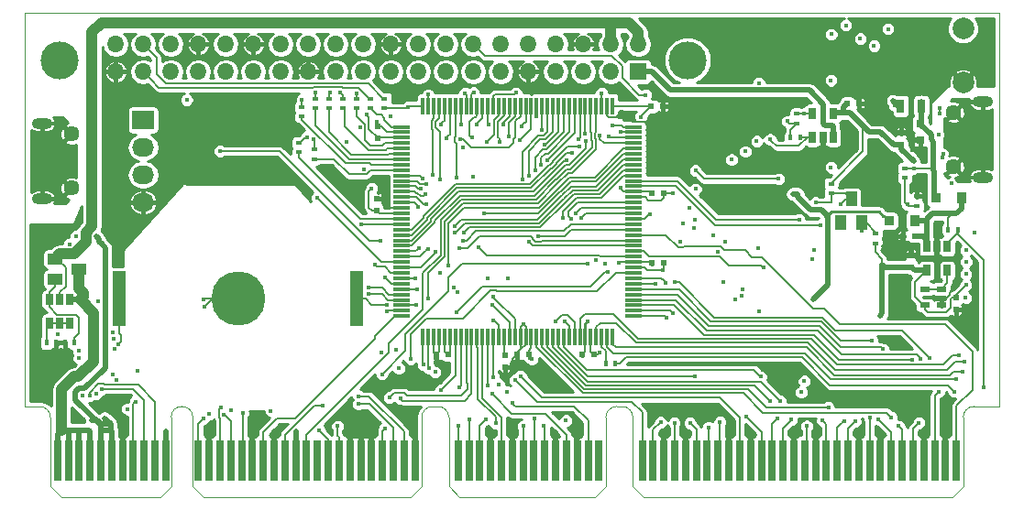
<source format=gbr>
G04 #@! TF.FileFunction,Copper,L4,Bot,Mixed*
%FSLAX46Y46*%
G04 Gerber Fmt 4.6, Leading zero omitted, Abs format (unit mm)*
G04 Created by KiCad (PCBNEW 4.0.7) date 09/09/17 19:34:41*
%MOMM*%
%LPD*%
G01*
G04 APERTURE LIST*
%ADD10C,0.100000*%
%ADD11R,0.600000X0.400000*%
%ADD12R,0.400000X0.600000*%
%ADD13R,0.600000X0.500000*%
%ADD14R,2.032000X1.727200*%
%ADD15O,2.032000X1.727200*%
%ADD16R,0.650000X1.060000*%
%ADD17R,0.750000X0.800000*%
%ADD18R,0.500000X0.600000*%
%ADD19R,0.700000X1.300000*%
%ADD20C,2.000000*%
%ADD21R,1.000000X1.400000*%
%ADD22R,0.900000X0.900000*%
%ADD23R,0.900000X1.100000*%
%ADD24R,0.900000X0.500000*%
%ADD25R,0.300000X1.550000*%
%ADD26R,1.550000X0.300000*%
%ADD27R,1.270000X5.080000*%
%ADD28C,5.000000*%
%ADD29O,1.900000X1.000000*%
%ADD30C,1.450000*%
%ADD31R,1.400000X1.000000*%
%ADD32O,1.550000X1.550000*%
%ADD33C,3.500000*%
%ADD34R,1.550000X1.550000*%
%ADD35R,0.700000X3.850000*%
%ADD36C,0.400000*%
%ADD37C,1.000000*%
%ADD38C,0.500000*%
%ADD39C,0.150000*%
%ADD40C,0.250000*%
%ADD41C,0.220000*%
G04 APERTURE END LIST*
D10*
X86767232Y-135759051D02*
X86767232Y-135359051D01*
X97917232Y-135359051D02*
X97917232Y-135759051D01*
X96917232Y-136759051D02*
X87767232Y-136759051D01*
X96917232Y-136759051D02*
X97917232Y-135759051D01*
X86767232Y-135759051D02*
X87767232Y-136759051D01*
X140567232Y-135759051D02*
X140567232Y-135359051D01*
X140567232Y-135759051D02*
X141567232Y-136759051D01*
X170067232Y-136759051D02*
X141567232Y-136759051D01*
X170067232Y-136759051D02*
X171067232Y-135759051D01*
X171067232Y-135359051D02*
X171067232Y-135759051D01*
X174417232Y-91959051D02*
X174417232Y-128359051D01*
X84417232Y-128359051D02*
X84417232Y-91959051D01*
X84417232Y-91959051D02*
X174417232Y-91959051D01*
X121067232Y-129359051D02*
X121067232Y-135359051D01*
X121067232Y-129359051D02*
G75*
G02X122067232Y-128359051I1000000J0D01*
G01*
X122567232Y-128359051D02*
X122067232Y-128359051D01*
X122567232Y-128359051D02*
G75*
G02X123567232Y-129359051I0J-1000000D01*
G01*
X123567232Y-135359051D02*
X123567232Y-129359051D01*
X138067232Y-129359051D02*
X138067232Y-135359051D01*
X138067232Y-129359051D02*
G75*
G02X139067232Y-128359051I1000000J0D01*
G01*
X139567232Y-128359051D02*
X139067232Y-128359051D01*
X139567232Y-128359051D02*
G75*
G02X140567232Y-129359051I0J-1000000D01*
G01*
X140567232Y-135359051D02*
X140567232Y-129359051D01*
X171067232Y-129359051D02*
X171067232Y-135359051D01*
X171067232Y-129359051D02*
G75*
G02X172067232Y-128359051I1000000J0D01*
G01*
X172067232Y-128359051D02*
X174417232Y-128359051D01*
X85767232Y-128359051D02*
X84417232Y-128359051D01*
X85767232Y-128359051D02*
G75*
G02X86767232Y-129359051I0J-1000000D01*
G01*
X86767232Y-135359051D02*
X86767232Y-129359051D01*
X97917232Y-129359051D02*
X97917232Y-135359051D01*
X97917232Y-129359051D02*
G75*
G02X99917232Y-129359051I1000000J0D01*
G01*
X99917232Y-135359051D02*
X99917232Y-129359051D01*
X137067232Y-136759051D02*
X124567232Y-136759051D01*
X137067232Y-136759051D02*
X138067232Y-135759051D01*
X138067232Y-135359051D02*
X138067232Y-135759051D01*
X123567232Y-135759051D02*
X123567232Y-135359051D01*
X123567232Y-135759051D02*
X124567232Y-136759051D01*
X120067232Y-136759051D02*
X100917232Y-136759051D01*
X120067232Y-136759051D02*
X121067232Y-135759051D01*
X121067232Y-135359051D02*
X121067232Y-135759051D01*
X99917232Y-135759051D02*
X99917232Y-135359051D01*
X99917232Y-135759051D02*
X100917232Y-136759051D01*
D11*
X111252000Y-99880000D03*
X111252000Y-100780000D03*
D12*
X170579200Y-111988600D03*
X169679200Y-111988600D03*
D13*
X160359000Y-100330000D03*
X161459000Y-100330000D03*
D14*
X95331200Y-101854000D03*
D15*
X95331200Y-104394000D03*
X95331200Y-106934000D03*
X95331200Y-109474000D03*
D11*
X111125000Y-104579000D03*
X111125000Y-105479000D03*
X155702000Y-102177000D03*
X155702000Y-101277000D03*
D16*
X167706000Y-113581000D03*
X168656000Y-113581000D03*
X169606000Y-113581000D03*
X169606000Y-115781000D03*
X167706000Y-115781000D03*
D13*
X142248800Y-100609400D03*
X143348800Y-100609400D03*
D17*
X167106600Y-102221600D03*
X167106600Y-103721600D03*
D18*
X170434000Y-118322000D03*
X170434000Y-119422000D03*
D13*
X130979000Y-123571000D03*
X129879000Y-123571000D03*
X143399600Y-115112800D03*
X142299600Y-115112800D03*
X166640600Y-112598200D03*
X165540600Y-112598200D03*
D19*
X167193000Y-100584000D03*
X165293000Y-100584000D03*
D11*
X165684200Y-106331600D03*
X165684200Y-107231600D03*
X166776400Y-109822400D03*
X166776400Y-108922400D03*
X162941000Y-113276800D03*
X162941000Y-112376800D03*
X109728000Y-103944000D03*
X109728000Y-104844000D03*
X109982000Y-100642000D03*
X109982000Y-101542000D03*
X112522000Y-99880000D03*
X112522000Y-100780000D03*
X113792000Y-99880000D03*
X113792000Y-100780000D03*
X115062000Y-99880000D03*
X115062000Y-100780000D03*
D16*
X159065000Y-103462000D03*
X158115000Y-103462000D03*
X157165000Y-103462000D03*
X157165000Y-101262000D03*
X159065000Y-101262000D03*
D20*
X171074080Y-93411040D03*
X171074080Y-98411040D03*
D18*
X165354000Y-104182000D03*
X165354000Y-103082000D03*
D11*
X116332000Y-99880000D03*
X116332000Y-100780000D03*
D12*
X155125000Y-103505000D03*
X156025000Y-103505000D03*
D11*
X117602000Y-99880000D03*
X117602000Y-100780000D03*
X158877000Y-107754000D03*
X158877000Y-108654000D03*
D18*
X128752600Y-123605200D03*
X128752600Y-124705200D03*
D21*
X161681200Y-111386800D03*
X159781200Y-111386800D03*
X160731200Y-109186800D03*
D22*
X168535500Y-109029500D03*
D23*
X170935500Y-109029500D03*
D24*
X167513000Y-118987000D03*
X167513000Y-117487000D03*
X169037000Y-117487000D03*
X169037000Y-118987000D03*
D22*
X164217500Y-111188500D03*
D23*
X166617500Y-111188500D03*
D13*
X123486000Y-123571000D03*
X122386000Y-123571000D03*
X136948000Y-123571000D03*
X135848000Y-123571000D03*
X143425000Y-108610400D03*
X142325000Y-108610400D03*
D18*
X166243000Y-115459600D03*
X166243000Y-114359600D03*
D12*
X138956200Y-124383800D03*
X138056200Y-124383800D03*
D25*
X138671000Y-121952000D03*
X138171000Y-121952000D03*
X137671000Y-121952000D03*
X137171000Y-121952000D03*
X136671000Y-121952000D03*
X136171000Y-121952000D03*
X135671000Y-121952000D03*
X135171000Y-121952000D03*
X134671000Y-121952000D03*
X134171000Y-121952000D03*
X133671000Y-121952000D03*
X133171000Y-121952000D03*
X132671000Y-121952000D03*
X132171000Y-121952000D03*
X131671000Y-121952000D03*
X131171000Y-121952000D03*
X130671000Y-121952000D03*
X130171000Y-121952000D03*
X129671000Y-121952000D03*
X129171000Y-121952000D03*
X128671000Y-121952000D03*
X128171000Y-121952000D03*
X127671000Y-121952000D03*
X127171000Y-121952000D03*
X126671000Y-121952000D03*
X126171000Y-121952000D03*
X125671000Y-121952000D03*
X125171000Y-121952000D03*
X124671000Y-121952000D03*
X124171000Y-121952000D03*
X123671000Y-121952000D03*
X123171000Y-121952000D03*
X122671000Y-121952000D03*
X122171000Y-121952000D03*
X121671000Y-121952000D03*
X121171000Y-121952000D03*
D26*
X119221000Y-120002000D03*
X119221000Y-119502000D03*
X119221000Y-119002000D03*
X119221000Y-118502000D03*
X119221000Y-118002000D03*
X119221000Y-117502000D03*
X119221000Y-117002000D03*
X119221000Y-116502000D03*
X119221000Y-116002000D03*
X119221000Y-115502000D03*
X119221000Y-115002000D03*
X119221000Y-114502000D03*
X119221000Y-114002000D03*
X119221000Y-113502000D03*
X119221000Y-113002000D03*
X119221000Y-112502000D03*
X119221000Y-112002000D03*
X119221000Y-111502000D03*
X119221000Y-111002000D03*
X119221000Y-110502000D03*
X119221000Y-110002000D03*
X119221000Y-109502000D03*
X119221000Y-109002000D03*
X119221000Y-108502000D03*
X119221000Y-108002000D03*
X119221000Y-107502000D03*
X119221000Y-107002000D03*
X119221000Y-106502000D03*
X119221000Y-106002000D03*
X119221000Y-105502000D03*
X119221000Y-105002000D03*
X119221000Y-104502000D03*
X119221000Y-104002000D03*
X119221000Y-103502000D03*
X119221000Y-103002000D03*
X119221000Y-102502000D03*
D25*
X121171000Y-100552000D03*
X121671000Y-100552000D03*
X122171000Y-100552000D03*
X122671000Y-100552000D03*
X123171000Y-100552000D03*
X123671000Y-100552000D03*
X124171000Y-100552000D03*
X124671000Y-100552000D03*
X125171000Y-100552000D03*
X125671000Y-100552000D03*
X126171000Y-100552000D03*
X126671000Y-100552000D03*
X127171000Y-100552000D03*
X127671000Y-100552000D03*
X128171000Y-100552000D03*
X128671000Y-100552000D03*
X129171000Y-100552000D03*
X129671000Y-100552000D03*
X130171000Y-100552000D03*
X130671000Y-100552000D03*
X131171000Y-100552000D03*
X131671000Y-100552000D03*
X132171000Y-100552000D03*
X132671000Y-100552000D03*
X133171000Y-100552000D03*
X133671000Y-100552000D03*
X134171000Y-100552000D03*
X134671000Y-100552000D03*
X135171000Y-100552000D03*
X135671000Y-100552000D03*
X136171000Y-100552000D03*
X136671000Y-100552000D03*
X137171000Y-100552000D03*
X137671000Y-100552000D03*
X138171000Y-100552000D03*
X138671000Y-100552000D03*
D26*
X140621000Y-102502000D03*
X140621000Y-103002000D03*
X140621000Y-103502000D03*
X140621000Y-104002000D03*
X140621000Y-104502000D03*
X140621000Y-105002000D03*
X140621000Y-105502000D03*
X140621000Y-106002000D03*
X140621000Y-106502000D03*
X140621000Y-107002000D03*
X140621000Y-107502000D03*
X140621000Y-108002000D03*
X140621000Y-108502000D03*
X140621000Y-109002000D03*
X140621000Y-109502000D03*
X140621000Y-110002000D03*
X140621000Y-110502000D03*
X140621000Y-111002000D03*
X140621000Y-111502000D03*
X140621000Y-112002000D03*
X140621000Y-112502000D03*
X140621000Y-113002000D03*
X140621000Y-113502000D03*
X140621000Y-114002000D03*
X140621000Y-114502000D03*
X140621000Y-115002000D03*
X140621000Y-115502000D03*
X140621000Y-116002000D03*
X140621000Y-116502000D03*
X140621000Y-117002000D03*
X140621000Y-117502000D03*
X140621000Y-118002000D03*
X140621000Y-118502000D03*
X140621000Y-119002000D03*
X140621000Y-119502000D03*
X140621000Y-120002000D03*
D27*
X115086900Y-118414800D03*
D28*
X104101900Y-118414800D03*
D27*
X93116900Y-118414800D03*
D18*
X116890800Y-110252600D03*
X116890800Y-109152600D03*
X116967000Y-103547000D03*
X116967000Y-102447000D03*
D29*
X85984000Y-109164000D03*
D30*
X88684000Y-108164000D03*
X88684000Y-103164000D03*
D29*
X85984000Y-102164000D03*
X172874940Y-100157400D03*
D30*
X170174940Y-101157400D03*
X170174940Y-106157400D03*
D29*
X172874940Y-107157400D03*
D31*
X87200000Y-116600000D03*
X87200000Y-114700000D03*
X89400000Y-115650000D03*
D12*
X86410000Y-122470000D03*
X87310000Y-122470000D03*
X89000000Y-122470000D03*
X88100000Y-122470000D03*
D32*
X92801440Y-94861380D03*
X92801440Y-97401380D03*
D33*
X87631440Y-96331380D03*
D34*
X141061440Y-97401380D03*
D32*
X141061440Y-94861380D03*
X138521440Y-97401380D03*
X138521440Y-94861380D03*
X135981440Y-97401380D03*
X135981440Y-94861380D03*
X133441440Y-97401380D03*
X133441440Y-94861380D03*
X130901440Y-97401380D03*
X130901440Y-94861380D03*
X128361440Y-97401380D03*
X128361440Y-94861380D03*
X125821440Y-97401380D03*
X125821440Y-94861380D03*
X123281440Y-97401380D03*
X123281440Y-94861380D03*
X120741440Y-97401380D03*
X120741440Y-94861380D03*
X118201440Y-97401380D03*
X118201440Y-94861380D03*
X115661440Y-97401380D03*
X115661440Y-94861380D03*
X113121440Y-97401380D03*
X113121440Y-94861380D03*
X110581440Y-97401380D03*
X110581440Y-94861380D03*
D33*
X145631440Y-96331380D03*
D32*
X108041440Y-97401380D03*
X105501440Y-97401380D03*
X102961440Y-97401380D03*
X100421440Y-97401380D03*
X97881440Y-97401380D03*
X95341440Y-97401380D03*
X108041440Y-94861380D03*
X105501440Y-94861380D03*
X102961440Y-94861380D03*
X100421440Y-94861380D03*
X97881440Y-94861380D03*
X95341440Y-94861380D03*
D16*
X88570000Y-120680000D03*
X87620000Y-120680000D03*
X86670000Y-120680000D03*
X86670000Y-118480000D03*
X88570000Y-118480000D03*
X87620000Y-118480000D03*
D35*
X87431800Y-133360400D03*
X88431800Y-133360400D03*
X89431800Y-133360400D03*
X90431800Y-133360400D03*
X91431800Y-133360400D03*
X92431800Y-133360400D03*
X93431800Y-133360400D03*
X94431800Y-133360400D03*
X95431800Y-133360400D03*
X96431800Y-133360400D03*
X97431800Y-133360400D03*
X100431800Y-133360400D03*
X101431800Y-133360400D03*
X102431800Y-133360400D03*
X103431800Y-133360400D03*
X104431800Y-133360400D03*
X105431800Y-133360400D03*
X106431800Y-133360400D03*
X107431800Y-133360400D03*
X108431800Y-133360400D03*
X109431800Y-133360400D03*
X110431800Y-133360400D03*
X111431800Y-133360400D03*
X112431800Y-133360400D03*
X113431800Y-133360400D03*
X114431800Y-133360400D03*
X115431800Y-133360400D03*
X116431800Y-133360400D03*
X117431800Y-133360400D03*
X118431800Y-133360400D03*
X119431800Y-133360400D03*
X120431800Y-133360400D03*
X124431800Y-133360400D03*
X125431800Y-133360400D03*
X126431800Y-133360400D03*
X127431800Y-133360400D03*
X128431800Y-133360400D03*
X129431800Y-133360400D03*
X130431800Y-133360400D03*
X131431800Y-133360400D03*
X132431800Y-133360400D03*
X133431800Y-133360400D03*
X134431800Y-133360400D03*
X135431800Y-133360400D03*
X136431800Y-133360400D03*
X137431800Y-133360400D03*
X141431800Y-133360400D03*
X142431800Y-133360400D03*
X143431800Y-133360400D03*
X144431800Y-133360400D03*
X145431800Y-133360400D03*
X146431800Y-133360400D03*
X147431800Y-133360400D03*
X148431800Y-133360400D03*
X149431800Y-133360400D03*
X150431800Y-133360400D03*
X151431800Y-133360400D03*
X152431800Y-133360400D03*
X153431800Y-133360400D03*
X154431800Y-133360400D03*
X155431800Y-133360400D03*
X156431800Y-133360400D03*
X157431800Y-133360400D03*
X158431800Y-133360400D03*
X159431800Y-133360400D03*
X160431800Y-133360400D03*
X161431800Y-133360400D03*
X162431800Y-133360400D03*
X163431800Y-133360400D03*
X164431800Y-133360400D03*
X165431800Y-133360400D03*
X166431800Y-133360400D03*
X167431800Y-133360400D03*
X168431800Y-133360400D03*
X169431800Y-133360400D03*
X170431800Y-133360400D03*
D36*
X136226446Y-103814857D03*
X157320000Y-113920000D03*
X152004990Y-103825520D03*
X115468549Y-111477010D03*
X91159990Y-118590002D03*
X89161983Y-112588205D03*
X88520000Y-113360000D03*
X139440011Y-102970000D03*
X127660000Y-118229998D03*
X92535010Y-121480000D03*
X92650000Y-122110000D03*
X127584200Y-118948200D03*
X124520000Y-113740000D03*
X117210000Y-113060000D03*
X102438200Y-104749600D03*
X155905200Y-111074200D03*
X157886400Y-111582200D03*
X166498444Y-106334010D03*
X157210000Y-118440000D03*
X99364800Y-99999800D03*
X127635000Y-120421400D03*
X155803600Y-108737400D03*
X155321000Y-108712000D03*
X85545010Y-112240000D03*
X130118994Y-124574990D03*
X130130000Y-103720000D03*
X163520000Y-122270000D03*
X122357786Y-123869944D03*
X101439361Y-130910011D03*
X105408506Y-130761810D03*
X88850010Y-129755470D03*
X164380000Y-101710000D03*
X164370000Y-102300000D03*
X139545725Y-101084990D03*
X158176591Y-105287964D03*
X116880998Y-102005010D03*
X144157547Y-100908923D03*
X139445997Y-108143364D03*
X166397027Y-104671773D03*
X168880000Y-101310000D03*
X168880000Y-100790000D03*
X168529000Y-111705010D03*
X139268200Y-115087400D03*
X93853000Y-130352800D03*
X89662000Y-129667000D03*
X100457000Y-106502200D03*
X99949000Y-106146600D03*
X100990400Y-119151400D03*
X100914200Y-118440200D03*
X136372600Y-120497600D03*
X120472200Y-116509800D03*
X117703600Y-109626400D03*
X130429000Y-120777000D03*
X113919000Y-130683000D03*
X93345000Y-130683000D03*
X169418000Y-130683000D03*
X167386000Y-130683000D03*
X163322000Y-130683000D03*
X161417000Y-130683000D03*
X157480000Y-130683000D03*
X155448000Y-130683000D03*
X151384000Y-130683000D03*
X149479000Y-130683000D03*
X145415000Y-130683000D03*
X143383000Y-130683000D03*
X97409000Y-130683000D03*
X107442000Y-130683000D03*
X109474000Y-130683000D03*
X115443000Y-130683000D03*
X120396000Y-130683000D03*
X127381000Y-130683000D03*
X135382000Y-130683000D03*
X133350000Y-130683000D03*
X129413000Y-130683000D03*
X166649400Y-108229400D03*
X160782000Y-98933000D03*
X160020000Y-104013000D03*
X163753800Y-113538000D03*
X163931600Y-112293400D03*
X160807400Y-103149400D03*
X163437000Y-107684000D03*
X161937000Y-107684000D03*
X163437000Y-106184000D03*
X161937000Y-106184000D03*
X171246800Y-119354600D03*
X135660000Y-104290000D03*
X157140000Y-114710000D03*
X158860000Y-98200000D03*
X158851600Y-106248200D03*
X165912800Y-109677200D03*
X169976800Y-107670600D03*
X168833800Y-103225600D03*
X91800000Y-129430000D03*
X117650000Y-116400000D03*
X91020000Y-112640000D03*
X141290000Y-101570000D03*
X131670996Y-101520666D03*
X115945449Y-101370536D03*
X123452253Y-123559958D03*
X131221881Y-123984482D03*
X154837259Y-101990934D03*
X144246600Y-108635800D03*
X143370000Y-115750000D03*
X118200000Y-101530000D03*
X163370000Y-119950000D03*
X137520000Y-123390000D03*
X166490000Y-105684000D03*
X171323000Y-117144800D03*
X116433600Y-108178600D03*
X160045400Y-101219000D03*
X91287600Y-113106200D03*
X91440000Y-129971800D03*
X90601800Y-129616200D03*
X92329000Y-129971800D03*
X163550600Y-115824000D03*
X163550600Y-115239800D03*
X159791400Y-109626400D03*
X157454600Y-109499400D03*
X120624600Y-117525800D03*
X117869055Y-118969713D03*
X93052361Y-122574635D03*
X161680000Y-112150000D03*
X121660000Y-99520000D03*
X170230800Y-126974600D03*
X171297600Y-118313200D03*
X170383200Y-125857000D03*
X171043600Y-125120400D03*
X134239000Y-120497600D03*
X172085000Y-112293400D03*
X133426200Y-120497600D03*
X171348400Y-113919000D03*
X170637200Y-123621800D03*
X171348400Y-114985800D03*
X171196000Y-124206000D03*
X171323000Y-116103400D03*
X116140000Y-117390000D03*
X116136542Y-117990002D03*
X164729263Y-100529250D03*
X164590000Y-100090000D03*
X169189400Y-105359200D03*
X169240200Y-104978200D03*
X154035021Y-107320000D03*
X146350000Y-106540000D03*
X152198619Y-98451381D03*
X162840000Y-95010000D03*
X161560000Y-94340000D03*
X158890000Y-93945021D03*
X164120000Y-93440000D03*
X160230000Y-93110000D03*
X111028374Y-103650372D03*
X110007400Y-99999800D03*
X117300000Y-123380000D03*
X121645010Y-118390000D03*
X94615000Y-127914400D03*
X118700000Y-123100000D03*
X123540797Y-115290870D03*
X93878400Y-128600200D03*
X91470000Y-126764990D03*
X131540000Y-106560000D03*
X90982341Y-127202652D03*
X132069117Y-106039117D03*
X90403326Y-127359990D03*
X132672937Y-105547362D03*
X89737570Y-127359990D03*
X135510000Y-103620000D03*
X119100000Y-127620000D03*
X100890000Y-129500000D03*
X118070000Y-127530000D03*
X101440000Y-129060000D03*
X102560001Y-128409999D03*
X120049999Y-123960000D03*
X124880000Y-113020000D03*
X92878030Y-125889986D03*
X138710000Y-102350000D03*
X122290382Y-125175010D03*
X102799875Y-129110827D03*
X124290000Y-119650000D03*
X138249998Y-115910000D03*
X138340000Y-103410000D03*
X103450000Y-128710000D03*
X118950000Y-124850000D03*
X122760002Y-115970000D03*
X137985626Y-115188667D03*
X137513028Y-103329677D03*
X104538424Y-128986813D03*
X117380000Y-125360000D03*
X136400000Y-115130000D03*
X92539481Y-125394609D03*
X124960000Y-112300000D03*
X117879926Y-119569626D03*
X94840000Y-125100000D03*
X127160052Y-126420000D03*
X111910000Y-128280000D03*
X127670000Y-125640000D03*
X107120000Y-128750000D03*
X87490010Y-121670000D03*
X136150000Y-103120000D03*
X111610000Y-130589998D03*
X124145841Y-112316388D03*
X89406344Y-123902653D03*
X89374708Y-123210867D03*
X124080000Y-111720000D03*
X92713416Y-123069742D03*
X116710000Y-115230000D03*
X113284000Y-130175000D03*
X111390000Y-109060000D03*
X172939998Y-126550000D03*
X117670000Y-130360000D03*
X124609989Y-103639360D03*
X115220000Y-128150000D03*
X114150000Y-103929998D03*
X115240000Y-127420000D03*
X115722400Y-106415010D03*
X130351425Y-107334998D03*
X126305021Y-113620000D03*
X124460000Y-130175000D03*
X126860000Y-110490000D03*
X132366241Y-104125026D03*
X124860000Y-104430000D03*
X125476000Y-129540000D03*
X125815223Y-107130056D03*
X130933109Y-106996607D03*
X126130000Y-102265021D03*
X127000000Y-129540000D03*
X125680000Y-103490000D03*
X127889000Y-129921000D03*
X130951537Y-113119160D03*
X130429000Y-130175000D03*
X131819999Y-112625032D03*
X131445000Y-129475010D03*
X134080000Y-110930000D03*
X134830000Y-110970000D03*
X135284001Y-110537702D03*
X132334000Y-130175000D03*
X135780011Y-110920000D03*
X124545010Y-126580000D03*
X127540000Y-127180000D03*
X122810000Y-126854991D03*
X134370000Y-129650000D03*
X129090000Y-103380000D03*
X129450000Y-128040000D03*
X122344968Y-114095063D03*
X137165467Y-114836452D03*
X128610000Y-102310000D03*
X129690584Y-125917706D03*
X142113000Y-110566200D03*
X143580000Y-116910000D03*
X143129000Y-129819400D03*
X142630000Y-116980000D03*
X144399000Y-129895600D03*
X144246600Y-119761000D03*
X143687800Y-120192800D03*
X120740000Y-109880000D03*
X144966398Y-113160034D03*
X145846800Y-129895600D03*
X146310000Y-125605032D03*
X121512504Y-107762282D03*
X147570000Y-130300000D03*
X146200000Y-111820000D03*
X121140000Y-107290000D03*
X145220000Y-111470000D03*
X122110000Y-106985010D03*
X148600000Y-129810000D03*
X145766783Y-109978183D03*
X122790000Y-107395010D03*
X146253200Y-111074200D03*
X121738162Y-124819955D03*
X130181745Y-125559427D03*
X129760000Y-99360000D03*
X120970652Y-108240011D03*
X147980400Y-112522000D03*
X151028400Y-129311400D03*
X152369018Y-125605032D03*
X154180000Y-127880000D03*
X153940000Y-129450000D03*
X153260000Y-127860000D03*
X155214834Y-129589589D03*
X148900000Y-116880000D03*
X121630000Y-113780000D03*
X148395010Y-114028190D03*
X120830000Y-113680000D03*
X156615010Y-130160000D03*
X156384117Y-126005883D03*
X121190000Y-124490000D03*
X128220000Y-103880000D03*
X156110000Y-127050000D03*
X128900000Y-126980000D03*
X121439226Y-108712293D03*
X158080000Y-129670000D03*
X149090000Y-113090000D03*
X158620000Y-128450000D03*
X122820000Y-102270000D03*
X160060000Y-129680000D03*
X150610000Y-118110000D03*
X123985010Y-117320155D03*
X123330000Y-103520000D03*
X150040000Y-118450000D03*
X124398529Y-117754914D03*
X124319968Y-107164946D03*
X146354800Y-108254800D03*
X161086800Y-129743200D03*
X127150000Y-116540000D03*
X124680000Y-102265021D03*
X150720000Y-117510000D03*
X121480000Y-109662305D03*
X162430000Y-129400011D03*
X152120600Y-113741200D03*
X152180000Y-119540000D03*
X120523000Y-118999000D03*
X152603200Y-115493800D03*
X163245800Y-129565400D03*
X164450000Y-129380000D03*
X162669989Y-122268293D03*
X165100000Y-130175000D03*
X163673256Y-123068666D03*
X167157400Y-123926600D03*
X166979600Y-129870200D03*
X166344600Y-124018678D03*
X127280000Y-102265021D03*
X128190000Y-126350000D03*
X168833800Y-126974600D03*
X127090000Y-103880000D03*
X128980000Y-116550000D03*
X144410000Y-116870002D03*
X167995600Y-123901200D03*
X153231612Y-103663378D03*
X119820000Y-100660000D03*
X130270000Y-102420000D03*
X132125987Y-102825004D03*
X115356990Y-102515171D03*
X137680000Y-99385010D03*
X110464600Y-103445010D03*
X141730000Y-99550000D03*
X156370000Y-101262000D03*
X115010000Y-99370000D03*
X113520000Y-99300000D03*
X112569989Y-99310000D03*
X111280000Y-99300000D03*
X125857000Y-99345010D03*
X125054378Y-99367388D03*
X149680000Y-105520000D03*
X134434880Y-105574878D03*
X134950000Y-104890011D03*
X150950000Y-104780000D03*
D37*
X88969930Y-125609978D02*
X87800000Y-126779908D01*
X89350022Y-125609978D02*
X88969930Y-125609978D01*
X90750000Y-119700000D02*
X90750000Y-124210000D01*
X90750000Y-124210000D02*
X89350022Y-125609978D01*
X87800000Y-126779908D02*
X87800000Y-130556000D01*
X89530000Y-118480000D02*
X90750000Y-119700000D01*
D38*
X87800000Y-130556000D02*
X88265000Y-130556000D01*
X88265000Y-130556000D02*
X88431800Y-130722800D01*
X87431800Y-134010400D02*
X87431800Y-130924200D01*
X87431800Y-130924200D02*
X87800000Y-130556000D01*
D37*
X89400000Y-115650000D02*
X89400000Y-117480000D01*
X89400000Y-117480000D02*
X89820000Y-117900000D01*
X89530000Y-118480000D02*
X89820000Y-118190000D01*
X89820000Y-118190000D02*
X89820000Y-117900000D01*
D38*
X88570000Y-118480000D02*
X89530000Y-118480000D01*
X89281000Y-130556000D02*
X88265000Y-130556000D01*
X88431800Y-130722800D02*
X88431800Y-134010400D01*
X90297000Y-130556000D02*
X89281000Y-130556000D01*
X89431800Y-130706800D02*
X89281000Y-130556000D01*
X89431800Y-134010400D02*
X89431800Y-130706800D01*
X90431800Y-130690800D02*
X90297000Y-130556000D01*
X90431800Y-130690800D02*
X90431800Y-134010400D01*
D39*
X134662881Y-106049879D02*
X136226446Y-104486314D01*
X119221000Y-113502000D02*
X120146000Y-113502000D01*
X133307713Y-107047370D02*
X133331329Y-107047369D01*
X136226446Y-104486314D02*
X136226446Y-104097699D01*
X124597931Y-108860041D02*
X131495043Y-108860040D01*
X134328819Y-106049879D02*
X134662881Y-106049879D01*
X120146000Y-113502000D02*
X122265035Y-111382965D01*
X122265035Y-111382965D02*
X122265035Y-111192937D01*
X133331329Y-107047369D02*
X134328819Y-106049879D01*
X122265035Y-111192937D02*
X124597931Y-108860041D01*
X131495043Y-108860040D02*
X133307713Y-107047370D01*
X136226446Y-104097699D02*
X136226446Y-103814857D01*
X119221000Y-111502000D02*
X115493539Y-111502000D01*
X115493539Y-111502000D02*
X115468549Y-111477010D01*
X140621000Y-103002000D02*
X139472011Y-103002000D01*
X139472011Y-103002000D02*
X139440011Y-102970000D01*
X129671000Y-120240998D02*
X127859999Y-118429997D01*
X127859999Y-118429997D02*
X127660000Y-118229998D01*
X129671000Y-121952000D02*
X129671000Y-120240998D01*
X129171000Y-121952000D02*
X129171000Y-120535000D01*
X129171000Y-120535000D02*
X127584200Y-118948200D01*
X140621000Y-113002000D02*
X132146035Y-113002000D01*
X131591997Y-113100034D02*
X131344997Y-112853034D01*
X132146035Y-113002000D02*
X132048001Y-113100034D01*
X132048001Y-113100034D02*
X131591997Y-113100034D01*
X131344997Y-112853034D02*
X131344997Y-112803012D01*
X131344997Y-112803012D02*
X131171985Y-112630000D01*
X124802842Y-113740000D02*
X124520000Y-113740000D01*
X131171985Y-112630000D02*
X126420000Y-112630000D01*
X126420000Y-112630000D02*
X125310000Y-113740000D01*
X125310000Y-113740000D02*
X124802842Y-113740000D01*
X102438200Y-104749600D02*
X107919600Y-104749600D01*
X116927158Y-113060000D02*
X117210000Y-113060000D01*
X107919600Y-104749600D02*
X116230000Y-113060000D01*
X116230000Y-113060000D02*
X116927158Y-113060000D01*
X140621000Y-107502000D02*
X144662200Y-107502000D01*
X148234400Y-111074200D02*
X155905200Y-111074200D01*
X144662200Y-107502000D02*
X148234400Y-111074200D01*
X140621000Y-108002000D02*
X144552600Y-108002000D01*
X148132800Y-111582200D02*
X157886400Y-111582200D01*
X144552600Y-108002000D02*
X148132800Y-111582200D01*
X166781286Y-106334010D02*
X166498444Y-106334010D01*
X168106810Y-106334010D02*
X166781286Y-106334010D01*
X166496034Y-106331600D02*
X166498444Y-106334010D01*
X168351200Y-106578400D02*
X168106810Y-106334010D01*
X165684200Y-106331600D02*
X166496034Y-106331600D01*
D38*
X168324991Y-103859791D02*
X168324991Y-106552191D01*
X168097200Y-103632000D02*
X168324991Y-103859791D01*
X168097200Y-103237200D02*
X168097200Y-103632000D01*
X167106600Y-102246600D02*
X168097200Y-103237200D01*
X167106600Y-102221600D02*
X167106600Y-102246600D01*
X168324991Y-106552191D02*
X168351200Y-106578400D01*
X167193000Y-100584000D02*
X167193000Y-102135200D01*
X167193000Y-102135200D02*
X167106600Y-102221600D01*
X167193000Y-100584000D02*
X167193000Y-100142000D01*
X168351200Y-106578400D02*
X168351200Y-108845200D01*
X168351200Y-108845200D02*
X168535500Y-109029500D01*
D39*
X128671000Y-121952000D02*
X128671000Y-123523600D01*
X128671000Y-123523600D02*
X128752600Y-123605200D01*
D40*
X163650000Y-110730000D02*
X163759000Y-110730000D01*
X163759000Y-110730000D02*
X164217500Y-111188500D01*
X163281799Y-110361799D02*
X163650000Y-110730000D01*
X158549999Y-110710001D02*
X158898201Y-110361799D01*
X158898201Y-110361799D02*
X163281799Y-110361799D01*
X158549999Y-110823399D02*
X158549999Y-110710001D01*
D38*
X158549999Y-110823399D02*
X158549999Y-110640001D01*
X157210000Y-118440000D02*
X158549999Y-117100001D01*
X158549999Y-117100001D02*
X158549999Y-110823399D01*
X158549999Y-110823399D02*
X158394400Y-110667800D01*
X158394400Y-110667800D02*
X158394400Y-110624400D01*
X158394400Y-110624400D02*
X157970000Y-110200000D01*
X157970000Y-110200000D02*
X157000000Y-110200000D01*
X157000000Y-110200000D02*
X155803600Y-109003600D01*
X155803600Y-109003600D02*
X155803600Y-108737400D01*
D39*
X128171000Y-120830400D02*
X127762000Y-120421400D01*
X127762000Y-120421400D02*
X127635000Y-120421400D01*
X128171000Y-121952000D02*
X128171000Y-120830400D01*
D38*
X155321000Y-108712000D02*
X155778200Y-108712000D01*
X155778200Y-108712000D02*
X155803600Y-108737400D01*
X155778200Y-108712000D02*
X155803600Y-108737400D01*
D39*
X85545010Y-112522842D02*
X85545010Y-112240000D01*
X85545010Y-122675010D02*
X85545010Y-112522842D01*
X86470000Y-123600000D02*
X85545010Y-122675010D01*
X86620000Y-123600000D02*
X86470000Y-123600000D01*
X88100000Y-122470000D02*
X87750000Y-122470000D01*
X87750000Y-122470000D02*
X86620000Y-123600000D01*
X139745724Y-101284989D02*
X139545725Y-101084990D01*
X140505736Y-102045001D02*
X139745724Y-101284989D01*
X143021469Y-102045001D02*
X140505736Y-102045001D01*
X144157547Y-100908923D02*
X143021469Y-102045001D01*
X129994751Y-124699233D02*
X130118994Y-124574990D01*
X129988784Y-124705200D02*
X130118994Y-124574990D01*
X128752600Y-124705200D02*
X129988784Y-124705200D01*
X129879000Y-124699233D02*
X129994751Y-124699233D01*
X139028714Y-101602001D02*
X139345726Y-101284989D01*
X138296001Y-101602001D02*
X139028714Y-101602001D01*
X138171000Y-101477000D02*
X138296001Y-101602001D01*
X138171000Y-100552000D02*
X138171000Y-101477000D01*
X139345726Y-101284989D02*
X139545725Y-101084990D01*
X130329999Y-103520001D02*
X130130000Y-103720000D01*
X131098480Y-102751520D02*
X130329999Y-103520001D01*
X131098480Y-100624520D02*
X131098480Y-102751520D01*
X131171000Y-100552000D02*
X131098480Y-100624520D01*
X122373888Y-123571000D02*
X122357786Y-123587102D01*
X122357786Y-123587102D02*
X122357786Y-123869944D01*
X122386000Y-123571000D02*
X122373888Y-123571000D01*
D38*
X101439361Y-134002839D02*
X101439361Y-131192853D01*
X101439361Y-131192853D02*
X101439361Y-130910011D01*
X101431800Y-134010400D02*
X101439361Y-134002839D01*
X105408506Y-133987106D02*
X105408506Y-131044652D01*
X105431800Y-134010400D02*
X105408506Y-133987106D01*
X105408506Y-131044652D02*
X105408506Y-130761810D01*
D39*
X129429000Y-123971000D02*
X129429000Y-124249233D01*
X129829000Y-123571000D02*
X129429000Y-123971000D01*
X129804999Y-124625232D02*
X129879000Y-124699233D01*
X129429000Y-124249233D02*
X129804999Y-124625232D01*
X129879000Y-123571000D02*
X129829000Y-123571000D01*
D38*
X165354000Y-103082000D02*
X164832000Y-103082000D01*
X164832000Y-103082000D02*
X164370000Y-102620000D01*
X164370000Y-102620000D02*
X164370000Y-102300000D01*
X164370000Y-101720000D02*
X164380000Y-101710000D01*
X164370000Y-102300000D02*
X164370000Y-101720000D01*
D39*
X129879000Y-124646600D02*
X129879000Y-124699233D01*
X116880998Y-102360998D02*
X116880998Y-102287852D01*
X116967000Y-102447000D02*
X116880998Y-102360998D01*
X116880998Y-102287852D02*
X116880998Y-102005010D01*
X143348800Y-100609400D02*
X143858024Y-100609400D01*
X143858024Y-100609400D02*
X143957548Y-100708924D01*
X143957548Y-100708924D02*
X144157547Y-100908923D01*
X139696000Y-108502000D02*
X139445997Y-108251997D01*
X140621000Y-108502000D02*
X139696000Y-108502000D01*
X139445997Y-108251997D02*
X139445997Y-108143364D01*
X87310000Y-122470000D02*
X88100000Y-122470000D01*
X170434000Y-119422000D02*
X171179400Y-119422000D01*
X171179400Y-119422000D02*
X171246800Y-119354600D01*
X168880000Y-100790000D02*
X168880000Y-101310000D01*
D38*
X168656000Y-111832010D02*
X168529000Y-111705010D01*
X168656000Y-113581000D02*
X168656000Y-111832010D01*
D39*
X143348800Y-100609400D02*
X143798800Y-100609400D01*
X139353600Y-115002000D02*
X139268200Y-115087400D01*
X140621000Y-115002000D02*
X139353600Y-115002000D01*
X119221000Y-103002000D02*
X117861000Y-103002000D01*
X117306000Y-102447000D02*
X116967000Y-102447000D01*
X117861000Y-103002000D02*
X117306000Y-102447000D01*
X93853000Y-130352800D02*
X93853000Y-130378200D01*
X104101900Y-118414800D02*
X101727000Y-118414800D01*
X101727000Y-118414800D02*
X100990400Y-119151400D01*
X104101900Y-118414800D02*
X101777800Y-118414800D01*
X104101900Y-118414800D02*
X100939600Y-118414800D01*
X100939600Y-118414800D02*
X100914200Y-118440200D01*
D40*
X136171000Y-121952000D02*
X136171000Y-120699200D01*
X136171000Y-120699200D02*
X136372600Y-120497600D01*
D39*
X120464400Y-116502000D02*
X120472200Y-116509800D01*
X120464400Y-116502000D02*
X119221000Y-116502000D01*
X117703600Y-109626400D02*
X117703600Y-109550200D01*
X117703600Y-109550200D02*
X117306000Y-109152600D01*
X117306000Y-109152600D02*
X116890800Y-109152600D01*
X119221000Y-110002000D02*
X118079200Y-110002000D01*
X118079200Y-110002000D02*
X117703600Y-109626400D01*
X140621000Y-108502000D02*
X142216600Y-108502000D01*
X142216600Y-108502000D02*
X142325000Y-108610400D01*
X140621000Y-115002000D02*
X142188800Y-115002000D01*
X142188800Y-115002000D02*
X142299600Y-115112800D01*
X136171000Y-121952000D02*
X136171000Y-123248000D01*
X136171000Y-123248000D02*
X135848000Y-123571000D01*
X130671000Y-121952000D02*
X130671000Y-121019000D01*
X130171000Y-121035000D02*
X130429000Y-120777000D01*
X130171000Y-121035000D02*
X130171000Y-121952000D01*
X130671000Y-121019000D02*
X130429000Y-120777000D01*
X130171000Y-121952000D02*
X130171000Y-123067000D01*
X130171000Y-123067000D02*
X130175000Y-123063000D01*
X130671000Y-121952000D02*
X130671000Y-122567000D01*
X130671000Y-122567000D02*
X130175000Y-123063000D01*
X130175000Y-123063000D02*
X129879000Y-123359000D01*
X129879000Y-123359000D02*
X129879000Y-123571000D01*
X122671000Y-121952000D02*
X122671000Y-123286000D01*
X122671000Y-123286000D02*
X122386000Y-123571000D01*
X122171000Y-121952000D02*
X122171000Y-123356000D01*
X122171000Y-123356000D02*
X122386000Y-123571000D01*
D38*
X116431800Y-134010400D02*
X116431800Y-130782800D01*
X116332000Y-130683000D02*
X115443000Y-130683000D01*
X116431800Y-130782800D02*
X116332000Y-130683000D01*
X114431800Y-134010400D02*
X114431800Y-131195800D01*
X114431800Y-131195800D02*
X113919000Y-130683000D01*
X169431800Y-134010400D02*
X169431800Y-130696800D01*
X169431800Y-130696800D02*
X169418000Y-130683000D01*
X167431800Y-134010400D02*
X167431800Y-130728800D01*
X167431800Y-130728800D02*
X167386000Y-130683000D01*
X163431800Y-134010400D02*
X163431800Y-130792800D01*
X163431800Y-130792800D02*
X163322000Y-130683000D01*
X161431800Y-134010400D02*
X161431800Y-130697800D01*
X161431800Y-130697800D02*
X161417000Y-130683000D01*
X157431800Y-134010400D02*
X157431800Y-130731200D01*
X157431800Y-130731200D02*
X157480000Y-130683000D01*
X155431800Y-134010400D02*
X155431800Y-130699200D01*
X155431800Y-130699200D02*
X155448000Y-130683000D01*
X151431800Y-134010400D02*
X151431800Y-130730800D01*
X151431800Y-130730800D02*
X151384000Y-130683000D01*
X149431800Y-134010400D02*
X149431800Y-130730200D01*
X149431800Y-130730200D02*
X149479000Y-130683000D01*
X145431800Y-134010400D02*
X145431800Y-130699800D01*
X145431800Y-130699800D02*
X145415000Y-130683000D01*
X143431800Y-134010400D02*
X143431800Y-130731800D01*
X143431800Y-130731800D02*
X143383000Y-130683000D01*
X120431800Y-134010400D02*
X120431800Y-130718800D01*
X120431800Y-130718800D02*
X120396000Y-130683000D01*
X115431800Y-134010400D02*
X115431800Y-130694200D01*
X115431800Y-130694200D02*
X115443000Y-130683000D01*
X109431800Y-134010400D02*
X109431800Y-130725200D01*
X109431800Y-130725200D02*
X109474000Y-130683000D01*
X107431800Y-134010400D02*
X107431800Y-130693200D01*
X107431800Y-130693200D02*
X107442000Y-130683000D01*
X97431800Y-134010400D02*
X97431800Y-130705800D01*
X97431800Y-130705800D02*
X97409000Y-130683000D01*
X93431800Y-134010400D02*
X93431800Y-130769800D01*
X93431800Y-130769800D02*
X93345000Y-130683000D01*
D39*
X120431800Y-130718800D02*
X120396000Y-130683000D01*
D38*
X127381000Y-133959600D02*
X127381000Y-130683000D01*
D39*
X127381000Y-133959600D02*
X127431800Y-134010400D01*
D38*
X135382000Y-133960600D02*
X135382000Y-130683000D01*
D39*
X135382000Y-133960600D02*
X135431800Y-134010400D01*
D38*
X133431800Y-134010400D02*
X133431800Y-130764800D01*
D39*
X133431800Y-130764800D02*
X133350000Y-130683000D01*
D38*
X129431800Y-134010400D02*
X129431800Y-130701800D01*
D39*
X129431800Y-130701800D02*
X129413000Y-130683000D01*
X166776400Y-108922400D02*
X166776400Y-108356400D01*
X166776400Y-108356400D02*
X166649400Y-108229400D01*
D38*
X161459000Y-100330000D02*
X161459000Y-99610000D01*
X161459000Y-99610000D02*
X160782000Y-98933000D01*
X158115000Y-103462000D02*
X158115000Y-104267000D01*
X160020000Y-104394000D02*
X160020000Y-104013000D01*
X159766000Y-104648000D02*
X160020000Y-104394000D01*
X158496000Y-104648000D02*
X159766000Y-104648000D01*
X158115000Y-104267000D02*
X158496000Y-104648000D01*
D39*
X170027600Y-117271800D02*
X170027600Y-117652800D01*
X168656000Y-114579400D02*
X170078400Y-114579400D01*
X170078400Y-114579400D02*
X170561000Y-115062000D01*
X170561000Y-115062000D02*
X170561000Y-116738400D01*
X170561000Y-116738400D02*
X170027600Y-117271800D01*
D38*
X166243000Y-114385000D02*
X166243000Y-113868200D01*
X166243000Y-113868200D02*
X165540600Y-113165800D01*
X165540600Y-113165800D02*
X165540600Y-112598200D01*
X165540600Y-112598200D02*
X165540600Y-113021200D01*
X165540600Y-113021200D02*
X165100000Y-113461800D01*
X165100000Y-114385000D02*
X164600800Y-114385000D01*
X164600800Y-114385000D02*
X163753800Y-113538000D01*
X165100000Y-114385000D02*
X165100000Y-113461800D01*
X165100000Y-113461800D02*
X163931600Y-112293400D01*
X168656000Y-113581000D02*
X168656000Y-114579400D01*
X166243000Y-114385000D02*
X165100000Y-114385000D01*
X168656000Y-113581000D02*
X168656000Y-114579400D01*
X168656000Y-114579400D02*
X168554400Y-114681000D01*
X168554400Y-114681000D02*
X166979600Y-114681000D01*
X166979600Y-114681000D02*
X166683600Y-114385000D01*
X166683600Y-114385000D02*
X166243000Y-114385000D01*
X167106600Y-103721600D02*
X166510400Y-103721600D01*
X166510400Y-103721600D02*
X165870800Y-103082000D01*
X165870800Y-103082000D02*
X165354000Y-103082000D01*
D39*
X163437000Y-107684000D02*
X163449000Y-107696000D01*
X161937000Y-107684000D02*
X161925000Y-107696000D01*
X163437000Y-106184000D02*
X163449000Y-106172000D01*
X161937000Y-106184000D02*
X161949000Y-106172000D01*
X161949000Y-106172000D02*
X161950400Y-106172000D01*
X170027600Y-117652800D02*
X169849800Y-117830600D01*
X169849800Y-117830600D02*
X169849800Y-118008400D01*
X169849800Y-118008400D02*
X169037000Y-118821200D01*
X169037000Y-118821200D02*
X169037000Y-118987000D01*
X170434000Y-119422000D02*
X170417400Y-119422000D01*
X124162994Y-107810008D02*
X131032994Y-107810008D01*
X135377158Y-104290000D02*
X135660000Y-104290000D01*
X133143389Y-105699613D02*
X134553002Y-104290000D01*
X133143389Y-105750339D02*
X133143389Y-105699613D01*
X121215003Y-110757999D02*
X124162994Y-107810008D01*
X132896389Y-105997339D02*
X133143389Y-105750339D01*
X121215002Y-110932998D02*
X121215003Y-110757999D01*
X120146000Y-112002000D02*
X121215002Y-110932998D01*
X131032994Y-107810008D02*
X132845663Y-105997339D01*
X134553002Y-104290000D02*
X135377158Y-104290000D01*
X132845663Y-105997339D02*
X132896389Y-105997339D01*
X119221000Y-112002000D02*
X120146000Y-112002000D01*
X166776400Y-109822400D02*
X166058000Y-109822400D01*
X166058000Y-109822400D02*
X165912800Y-109677200D01*
X165684200Y-109448600D02*
X165912800Y-109677200D01*
X165684200Y-107231600D02*
X165684200Y-109448600D01*
D38*
X92329000Y-129971800D02*
X91800000Y-129442800D01*
X91800000Y-129442800D02*
X91800000Y-129430000D01*
D39*
X118252000Y-117002000D02*
X117849999Y-116599999D01*
X117849999Y-116599999D02*
X117650000Y-116400000D01*
X119221000Y-117002000D02*
X118252000Y-117002000D01*
D38*
X91487599Y-113306199D02*
X91287600Y-113106200D01*
X91860011Y-113678611D02*
X91487599Y-113306199D01*
X91860011Y-124795122D02*
X91860011Y-113678611D01*
X89945144Y-126709989D02*
X91860011Y-124795122D01*
X89425569Y-126709989D02*
X89945144Y-126709989D01*
X89087569Y-127757734D02*
X89087569Y-127047989D01*
X92329000Y-129971800D02*
X91301635Y-129971800D01*
X91301635Y-129971800D02*
X89087569Y-127757734D01*
X89087569Y-127047989D02*
X89425569Y-126709989D01*
X91287600Y-112907600D02*
X91020000Y-112640000D01*
X91287600Y-113106200D02*
X91287600Y-112907600D01*
D39*
X141290000Y-101518200D02*
X141290000Y-101570000D01*
X142198800Y-100609400D02*
X141290000Y-101518200D01*
X142248800Y-100609400D02*
X142198800Y-100609400D01*
X131671000Y-101520662D02*
X131670996Y-101520666D01*
X131671000Y-100552000D02*
X131671000Y-101520662D01*
X116145448Y-101570535D02*
X115945449Y-101370536D01*
X116189999Y-101615086D02*
X116145448Y-101570535D01*
X116189999Y-102719999D02*
X116189999Y-101615086D01*
X116967000Y-103497000D02*
X116189999Y-102719999D01*
X116967000Y-103547000D02*
X116967000Y-103497000D01*
X123486000Y-123571000D02*
X123458369Y-123571000D01*
X123452253Y-123564884D02*
X123452253Y-123559958D01*
X123458369Y-123571000D02*
X123452253Y-123564884D01*
X130979000Y-123971000D02*
X130992482Y-123984482D01*
X130979000Y-123571000D02*
X130979000Y-123971000D01*
X130992482Y-123984482D02*
X131221881Y-123984482D01*
D38*
X91431800Y-134010400D02*
X91431800Y-130564200D01*
X91431800Y-130564200D02*
X91440000Y-130556000D01*
D39*
X131171000Y-121952000D02*
X131171000Y-122950000D01*
X130979000Y-123571000D02*
X130979000Y-123171000D01*
X130979000Y-123171000D02*
X131171000Y-122979000D01*
X131171000Y-122979000D02*
X131171000Y-122950000D01*
X155023325Y-102177000D02*
X154837259Y-101990934D01*
X155702000Y-102177000D02*
X155023325Y-102177000D01*
X144221200Y-108610400D02*
X144246600Y-108635800D01*
X143425000Y-108610400D02*
X144221200Y-108610400D01*
X143399600Y-115720400D02*
X143370000Y-115750000D01*
X143399600Y-115112800D02*
X143399600Y-115720400D01*
D38*
X163550600Y-119769400D02*
X163370000Y-119950000D01*
X163550600Y-115824000D02*
X163550600Y-119769400D01*
D39*
X137339000Y-123571000D02*
X137520000Y-123390000D01*
X136948000Y-123571000D02*
X137339000Y-123571000D01*
D38*
X165354000Y-104548000D02*
X166490000Y-105684000D01*
X165354000Y-104182000D02*
X165354000Y-104548000D01*
D39*
X167513000Y-118987000D02*
X167513000Y-119387000D01*
X167513000Y-119387000D02*
X167766000Y-119640000D01*
X167766000Y-119640000D02*
X169510000Y-119640000D01*
X169510000Y-119640000D02*
X169908999Y-119241001D01*
X169908999Y-119241001D02*
X169908999Y-118447001D01*
X169908999Y-118447001D02*
X170034000Y-118322000D01*
X170034000Y-118322000D02*
X170434000Y-118322000D01*
X170434000Y-118322000D02*
X170434000Y-118033800D01*
X171123001Y-117344799D02*
X171323000Y-117144800D01*
X170434000Y-118033800D02*
X171123001Y-117344799D01*
X116450200Y-110252600D02*
X116179600Y-109982000D01*
X116450200Y-110252600D02*
X116890800Y-110252600D01*
X116179600Y-108432600D02*
X116433600Y-108178600D01*
X116179600Y-109982000D02*
X116179600Y-108432600D01*
X119221000Y-103502000D02*
X117012000Y-103502000D01*
X117012000Y-103502000D02*
X116967000Y-103547000D01*
D38*
X91440000Y-129971800D02*
X91084400Y-129616200D01*
X92329000Y-130556000D02*
X91440000Y-130556000D01*
X91440000Y-130556000D02*
X91440000Y-129971800D01*
X91084400Y-129616200D02*
X90601800Y-129616200D01*
X92329000Y-130556000D02*
X92329000Y-129971800D01*
D39*
X119221000Y-110502000D02*
X117140200Y-110502000D01*
X117140200Y-110502000D02*
X116890800Y-110252600D01*
X155125000Y-103505000D02*
X155125000Y-102754000D01*
X155125000Y-102754000D02*
X155702000Y-102177000D01*
X138671000Y-100552000D02*
X141630400Y-100552000D01*
X141630400Y-100552000D02*
X142191400Y-100552000D01*
X142191400Y-100552000D02*
X142248800Y-100609400D01*
X140621000Y-109002000D02*
X141691800Y-109002000D01*
X143425000Y-109051000D02*
X143425000Y-108610400D01*
X143179800Y-109296200D02*
X143425000Y-109051000D01*
X141986000Y-109296200D02*
X143179800Y-109296200D01*
X141691800Y-109002000D02*
X141986000Y-109296200D01*
X140621000Y-115502000D02*
X141638600Y-115502000D01*
X143399600Y-115604200D02*
X143399600Y-115112800D01*
X143256000Y-115747800D02*
X143399600Y-115604200D01*
X141884400Y-115747800D02*
X143256000Y-115747800D01*
X141638600Y-115502000D02*
X141884400Y-115747800D01*
X136671000Y-121952000D02*
X136671000Y-123294000D01*
X136671000Y-123294000D02*
X136948000Y-123571000D01*
X123671000Y-121952000D02*
X123671000Y-123386000D01*
X123671000Y-123386000D02*
X123486000Y-123571000D01*
X123171000Y-121952000D02*
X123171000Y-123256000D01*
X123171000Y-123256000D02*
X123486000Y-123571000D01*
D38*
X92431800Y-130658800D02*
X92329000Y-130556000D01*
X92431800Y-130658800D02*
X92431800Y-134010400D01*
D39*
X158877000Y-107754000D02*
X158877000Y-107696000D01*
X158877000Y-107696000D02*
X161798000Y-104775000D01*
X161798000Y-104775000D02*
X161798000Y-102412800D01*
D38*
X160045400Y-101219000D02*
X160045400Y-100643600D01*
X160045400Y-100643600D02*
X160359000Y-100330000D01*
X160045400Y-101219000D02*
X159108000Y-101219000D01*
X159108000Y-101219000D02*
X159065000Y-101262000D01*
X165100000Y-115485000D02*
X163795800Y-115485000D01*
X166243000Y-115485000D02*
X166310400Y-115485000D01*
X166310400Y-115485000D02*
X166606400Y-115781000D01*
X166606400Y-115781000D02*
X167706000Y-115781000D01*
X165100000Y-115485000D02*
X166243000Y-115485000D01*
D39*
X167513000Y-118987000D02*
X167374000Y-118987000D01*
X167374000Y-118987000D02*
X166624000Y-118237000D01*
X166624000Y-118237000D02*
X166624000Y-116863000D01*
X166624000Y-116863000D02*
X167706000Y-115781000D01*
D38*
X165354000Y-104182000D02*
X164634000Y-104182000D01*
X164634000Y-104182000D02*
X163423600Y-102971600D01*
X163423600Y-102971600D02*
X162356800Y-102971600D01*
X162356800Y-102971600D02*
X161798000Y-102412800D01*
X161798000Y-102412800D02*
X160604200Y-101219000D01*
X160604200Y-101219000D02*
X160045400Y-101219000D01*
X163550600Y-115239800D02*
X163550600Y-115824000D01*
D39*
X163550600Y-114706400D02*
X163550600Y-115239800D01*
D38*
X163795800Y-115485000D02*
X163550600Y-115239800D01*
D39*
X162941000Y-114096800D02*
X163550600Y-114706400D01*
X162941000Y-113276800D02*
X162941000Y-114096800D01*
X160231000Y-109186800D02*
X159791400Y-109626400D01*
X160731200Y-109186800D02*
X160231000Y-109186800D01*
X157454600Y-109499400D02*
X158877000Y-109499400D01*
X158877000Y-109499400D02*
X158877000Y-109474000D01*
X158877000Y-109474000D02*
X158877000Y-109499400D01*
X158877000Y-108654000D02*
X160198400Y-108654000D01*
X160198400Y-108654000D02*
X160731200Y-109186800D01*
X158877000Y-108654000D02*
X158877000Y-109499400D01*
X120600800Y-117502000D02*
X120624600Y-117525800D01*
X120600800Y-117502000D02*
X119221000Y-117502000D01*
X169679200Y-111988600D02*
X169679200Y-110940000D01*
X169679200Y-110940000D02*
X170078400Y-110540800D01*
D38*
X167706000Y-111429800D02*
X167706000Y-111033600D01*
X170935500Y-110039300D02*
X170935500Y-109029500D01*
X170434000Y-110540800D02*
X170935500Y-110039300D01*
X168198800Y-110540800D02*
X170078400Y-110540800D01*
X170078400Y-110540800D02*
X170434000Y-110540800D01*
X167706000Y-111033600D02*
X168198800Y-110540800D01*
X166640600Y-112598200D02*
X167335200Y-112598200D01*
X167335200Y-112598200D02*
X167706000Y-112969000D01*
X167706000Y-113581000D02*
X167706000Y-112969000D01*
X167706000Y-112969000D02*
X167706000Y-111429800D01*
X167706000Y-111429800D02*
X167706000Y-111368800D01*
X167525700Y-111188500D02*
X166617500Y-111188500D01*
X167706000Y-111368800D02*
X167525700Y-111188500D01*
D39*
X116426813Y-118969713D02*
X117869055Y-118969713D01*
X115086900Y-118414800D02*
X115871900Y-118414800D01*
X115871900Y-118414800D02*
X116426813Y-118969713D01*
X93116900Y-118414800D02*
X93116900Y-121603898D01*
X93265001Y-121751999D02*
X93265001Y-122361995D01*
X93116900Y-121603898D02*
X93265001Y-121751999D01*
X93265001Y-122361995D02*
X93252360Y-122374636D01*
X93252360Y-122374636D02*
X93052361Y-122574635D01*
X93116900Y-120827300D02*
X93116900Y-118414800D01*
X161680000Y-112150000D02*
X161680000Y-111388000D01*
X161680000Y-111388000D02*
X161681200Y-111386800D01*
X121671000Y-100552000D02*
X121671000Y-99531000D01*
X121671000Y-99531000D02*
X121660000Y-99520000D01*
X162085200Y-111386800D02*
X161681200Y-111386800D01*
X162941000Y-112376800D02*
X162941000Y-112242600D01*
X162941000Y-112242600D02*
X162085200Y-111386800D01*
X169037000Y-117487000D02*
X167513000Y-117487000D01*
X169606000Y-115781000D02*
X169606000Y-116918000D01*
X169606000Y-116918000D02*
X169037000Y-117487000D01*
X138956200Y-124383800D02*
X139313402Y-124383800D01*
X139313402Y-124383800D02*
X139907202Y-123790000D01*
X139907202Y-123790000D02*
X156175000Y-123790000D01*
X169646600Y-126390400D02*
X170030801Y-126774601D01*
X156175000Y-123790000D02*
X158775400Y-126390400D01*
X170030801Y-126774601D02*
X170230800Y-126974600D01*
X158775400Y-126390400D02*
X169646600Y-126390400D01*
X137671000Y-121952000D02*
X137671000Y-122837996D01*
X137671000Y-122837996D02*
X138056200Y-123223196D01*
X138056200Y-123223196D02*
X138056200Y-123933800D01*
X138056200Y-123933800D02*
X138056200Y-124383800D01*
X158826200Y-125857000D02*
X170100358Y-125857000D01*
X156409190Y-123439990D02*
X158826200Y-125857000D01*
X138767984Y-123439990D02*
X156409190Y-123439990D01*
X170100358Y-125857000D02*
X170383200Y-125857000D01*
X138171000Y-121952000D02*
X138171000Y-122843006D01*
X138171000Y-122843006D02*
X138767984Y-123439990D01*
X138671000Y-121952000D02*
X138671000Y-122577000D01*
X156585800Y-122880000D02*
X159156400Y-125450600D01*
X138671000Y-122577000D02*
X138974000Y-122880000D01*
X159156400Y-125450600D02*
X169849800Y-125450600D01*
X138974000Y-122880000D02*
X156585800Y-122880000D01*
X170760758Y-125120400D02*
X171043600Y-125120400D01*
X169849800Y-125450600D02*
X170180000Y-125120400D01*
X170180000Y-125120400D02*
X170760758Y-125120400D01*
X134671000Y-120929600D02*
X134239000Y-120497600D01*
X134671000Y-121952000D02*
X134671000Y-120929600D01*
X135171000Y-120616800D02*
X134493000Y-119938800D01*
X134493000Y-119938800D02*
X133985000Y-119938800D01*
X135171000Y-120616800D02*
X135171000Y-121952000D01*
X133426200Y-120497600D02*
X133985000Y-119938800D01*
X135671000Y-121952000D02*
X135671000Y-120259400D01*
X138760200Y-119811800D02*
X141078400Y-122130000D01*
X135671000Y-120259400D02*
X136118600Y-119811800D01*
X136118600Y-119811800D02*
X138760200Y-119811800D01*
X141078400Y-122130000D02*
X157080400Y-122130000D01*
X157080400Y-122130000D02*
X159444079Y-124493679D01*
X169206521Y-124493679D02*
X170078400Y-123621800D01*
X159444079Y-124493679D02*
X169206521Y-124493679D01*
X170078400Y-123621800D02*
X170354358Y-123621800D01*
X170354358Y-123621800D02*
X170637200Y-123621800D01*
X170332400Y-124206000D02*
X170913158Y-124206000D01*
X137171000Y-121027000D02*
X137573400Y-120624600D01*
X169545000Y-124993400D02*
X170332400Y-124206000D01*
X159253400Y-124993400D02*
X169545000Y-124993400D01*
X140895011Y-122480011D02*
X156740011Y-122480011D01*
X137573400Y-120624600D02*
X139039600Y-120624600D01*
X137171000Y-121952000D02*
X137171000Y-121027000D01*
X170913158Y-124206000D02*
X171196000Y-124206000D01*
X139039600Y-120624600D02*
X140895011Y-122480011D01*
X156740011Y-122480011D02*
X159253400Y-124993400D01*
X117390000Y-117390000D02*
X116422842Y-117390000D01*
X119221000Y-118002000D02*
X118002000Y-118002000D01*
X118002000Y-118002000D02*
X117390000Y-117390000D01*
X116422842Y-117390000D02*
X116140000Y-117390000D01*
X116419384Y-117990002D02*
X116136542Y-117990002D01*
X117440002Y-117990002D02*
X116419384Y-117990002D01*
X117952000Y-118502000D02*
X117440002Y-117990002D01*
X119221000Y-118502000D02*
X117952000Y-118502000D01*
D38*
X165293000Y-100584000D02*
X165084000Y-100584000D01*
X165084000Y-100584000D02*
X164590000Y-100090000D01*
X165293000Y-100584000D02*
X165293000Y-100599200D01*
D37*
X90069990Y-112246492D02*
X90620000Y-111696482D01*
X90069990Y-113132012D02*
X90069990Y-112246492D01*
X87639999Y-114260001D02*
X88942001Y-114260001D01*
X90620000Y-111696482D02*
X90620000Y-93770000D01*
X87200000Y-114700000D02*
X87639999Y-114260001D01*
X88942001Y-114260001D02*
X90069990Y-113132012D01*
X90620000Y-93770000D02*
X91470000Y-92920000D01*
X91470000Y-92920000D02*
X138850000Y-92920000D01*
D39*
X87620000Y-118480000D02*
X87620000Y-117800000D01*
X87620000Y-117800000D02*
X88175001Y-117244999D01*
X88175001Y-117244999D02*
X88175001Y-115475001D01*
X88175001Y-115475001D02*
X87400000Y-114700000D01*
X87400000Y-114700000D02*
X87200000Y-114700000D01*
D37*
X138850000Y-92920000D02*
X138521440Y-93248560D01*
X138521440Y-93248560D02*
X138521440Y-94861380D01*
X140216075Y-92920000D02*
X138850000Y-92920000D01*
X141061440Y-94861380D02*
X141061440Y-93765365D01*
X141061440Y-93765365D02*
X140216075Y-92920000D01*
D39*
X146350000Y-106540000D02*
X147130000Y-107320000D01*
X153752179Y-107320000D02*
X154035021Y-107320000D01*
X147130000Y-107320000D02*
X153752179Y-107320000D01*
X125821440Y-97401380D02*
X125821440Y-97627440D01*
X111125000Y-103746998D02*
X111028374Y-103650372D01*
X111125000Y-104579000D02*
X111125000Y-103746998D01*
X109982000Y-100025200D02*
X110007400Y-99999800D01*
X109982000Y-100642000D02*
X109982000Y-100025200D01*
X113748002Y-98824998D02*
X111051998Y-98824998D01*
X111016996Y-98860000D02*
X96800060Y-98860000D01*
X96116439Y-98176379D02*
X95341440Y-97401380D01*
X113783004Y-98860000D02*
X113748002Y-98824998D01*
X96800060Y-98860000D02*
X96116439Y-98176379D01*
X111051998Y-98824998D02*
X111016996Y-98860000D01*
X115212000Y-98860000D02*
X113783004Y-98860000D01*
X116332000Y-99880000D02*
X116232000Y-99880000D01*
X116232000Y-99880000D02*
X115212000Y-98860000D01*
X116401000Y-99880000D02*
X116332000Y-99880000D01*
X117602000Y-99880000D02*
X117502000Y-99880000D01*
X117502000Y-99880000D02*
X116131989Y-98509989D01*
X116131989Y-98509989D02*
X113927983Y-98509989D01*
X113927983Y-98509989D02*
X113892982Y-98474988D01*
X113892982Y-98474988D02*
X110907018Y-98474988D01*
X96550000Y-97623942D02*
X96550000Y-96069940D01*
X110907018Y-98474988D02*
X110872017Y-98509989D01*
X110872017Y-98509989D02*
X97436047Y-98509989D01*
X97436047Y-98509989D02*
X96550000Y-97623942D01*
X96550000Y-96069940D02*
X96116439Y-95636379D01*
X96116439Y-95636379D02*
X95341440Y-94861380D01*
X137171000Y-100552000D02*
X137171000Y-102968701D01*
X131784999Y-109560064D02*
X124887888Y-109560064D01*
X124887888Y-109560064D02*
X123170011Y-111277941D01*
X121645010Y-116044990D02*
X121645010Y-118107158D01*
X134952839Y-106749901D02*
X134618777Y-106749901D01*
X121645010Y-118107158D02*
X121645010Y-118390000D01*
X137038026Y-103101675D02*
X137038026Y-103557679D01*
X123170011Y-111277941D02*
X123170011Y-114519989D01*
X134618777Y-106749901D02*
X133621288Y-107747390D01*
X133597673Y-107747390D02*
X131784999Y-109560064D01*
X133621288Y-107747390D02*
X133597673Y-107747390D01*
X137038026Y-103557679D02*
X137144998Y-103664651D01*
X137144998Y-103664651D02*
X137144998Y-104557742D01*
X123170011Y-114519989D02*
X121645010Y-116044990D01*
X137144998Y-104557742D02*
X134952839Y-106749901D01*
X137171000Y-102968701D02*
X137038026Y-103101675D01*
X94431800Y-134010400D02*
X94431800Y-128148400D01*
X94615000Y-127965200D02*
X94431800Y-128148400D01*
X94615000Y-127914400D02*
X94615000Y-127965200D01*
X133766267Y-108097401D02*
X133742652Y-108097401D01*
X133742652Y-108097401D02*
X131880053Y-109960000D01*
X139696000Y-104502000D02*
X137032999Y-107165001D01*
X140621000Y-104502000D02*
X139696000Y-104502000D01*
X124982942Y-109960000D02*
X123540797Y-111402145D01*
X123540797Y-111402145D02*
X123540797Y-115008028D01*
X123540797Y-115008028D02*
X123540797Y-115290870D01*
X134698667Y-107165001D02*
X133766267Y-108097401D01*
X137032999Y-107165001D02*
X134698667Y-107165001D01*
X131880053Y-109960000D02*
X124982942Y-109960000D01*
X95431800Y-134010400D02*
X95431800Y-127783400D01*
X95431800Y-127783400D02*
X94413390Y-126764990D01*
X94413390Y-126764990D02*
X91752842Y-126764990D01*
X91752842Y-126764990D02*
X91470000Y-126764990D01*
X134171000Y-100552000D02*
X134171000Y-103002004D01*
X131540000Y-106277158D02*
X131540000Y-106560000D01*
X132234998Y-104615002D02*
X131540000Y-105310000D01*
X134171000Y-103002004D02*
X132558002Y-104615002D01*
X132558002Y-104615002D02*
X132234998Y-104615002D01*
X131540000Y-105310000D02*
X131540000Y-106277158D01*
X134671000Y-100552000D02*
X134671000Y-102996994D01*
X132069117Y-105756275D02*
X132069117Y-106039117D01*
X132702981Y-104965013D02*
X132464987Y-104965013D01*
X132464987Y-104965013D02*
X132069117Y-105360883D01*
X134671000Y-102996994D02*
X132702981Y-104965013D01*
X132069117Y-105360883D02*
X132069117Y-105756275D01*
X90403326Y-127077148D02*
X90403326Y-127359990D01*
X91190486Y-126289988D02*
X90403326Y-127077148D01*
X91698002Y-126289988D02*
X91190486Y-126289988D01*
X91773010Y-126364996D02*
X91698002Y-126289988D01*
X94868996Y-126364996D02*
X91773010Y-126364996D01*
X96431800Y-134010400D02*
X96431800Y-127927800D01*
X96431800Y-127927800D02*
X94868996Y-126364996D01*
X132872936Y-105347363D02*
X132672937Y-105547362D01*
X135171000Y-103049299D02*
X132872936Y-105347363D01*
X135171000Y-100552000D02*
X135171000Y-103049299D01*
X135671000Y-100552000D02*
X135671000Y-103459000D01*
X135671000Y-103459000D02*
X135510000Y-103620000D01*
X119299999Y-127819999D02*
X119100000Y-127620000D01*
X125040001Y-127819999D02*
X119299999Y-127819999D01*
X125671000Y-127189000D02*
X125040001Y-127819999D01*
X125671000Y-121952000D02*
X125671000Y-127189000D01*
X100690001Y-129699999D02*
X100890000Y-129500000D01*
X100431800Y-129958200D02*
X100690001Y-129699999D01*
X100431800Y-134010400D02*
X100431800Y-129958200D01*
X118269999Y-127330001D02*
X118070000Y-127530000D01*
X124713003Y-127330001D02*
X119693005Y-127330001D01*
X119458002Y-127094998D02*
X118505002Y-127094998D01*
X118505002Y-127094998D02*
X118269999Y-127330001D01*
X125285001Y-126758003D02*
X124713003Y-127330001D01*
X119693005Y-127330001D02*
X119458002Y-127094998D01*
X125171000Y-126127998D02*
X125285001Y-126241999D01*
X125285001Y-126241999D02*
X125285001Y-126758003D01*
X125171000Y-121952000D02*
X125171000Y-126127998D01*
X140621000Y-116002000D02*
X138981004Y-116002000D01*
X137258006Y-117724998D02*
X127968000Y-117724998D01*
X138981004Y-116002000D02*
X137258006Y-117724998D01*
X127968000Y-117724998D02*
X127888001Y-117644999D01*
X127888001Y-117644999D02*
X127431999Y-117644999D01*
X124856998Y-120220000D02*
X121510000Y-120220000D01*
X127431999Y-117644999D02*
X124856998Y-120220000D01*
X121510000Y-120220000D02*
X120049999Y-121680001D01*
X120049999Y-121680001D02*
X120049999Y-123677158D01*
X120049999Y-123677158D02*
X120049999Y-123960000D01*
X102324874Y-128645126D02*
X102360002Y-128609998D01*
X102324874Y-129338828D02*
X102324874Y-128645126D01*
X102431800Y-129445754D02*
X102324874Y-129338828D01*
X102431800Y-134010400D02*
X102431800Y-129445754D01*
X102360002Y-128609998D02*
X102560001Y-128409999D01*
X125162842Y-113020000D02*
X124880000Y-113020000D01*
X126062820Y-112150022D02*
X125192842Y-113020000D01*
X134222980Y-112150022D02*
X126062820Y-112150022D01*
X125192842Y-113020000D02*
X125162842Y-113020000D01*
X134871002Y-111502000D02*
X134222980Y-112150022D01*
X140621000Y-111502000D02*
X134871002Y-111502000D01*
X139544000Y-102350000D02*
X138710000Y-102350000D01*
X140621000Y-102502000D02*
X139696000Y-102502000D01*
X139696000Y-102502000D02*
X139544000Y-102350000D01*
X103431800Y-129742752D02*
X102999874Y-129310826D01*
X103431800Y-134010400D02*
X103431800Y-129742752D01*
X102999874Y-129310826D02*
X102799875Y-129110827D01*
X124290000Y-119650000D02*
X126674999Y-117265001D01*
X126674999Y-117265001D02*
X136612155Y-117265001D01*
X136612155Y-117265001D02*
X137967156Y-115910000D01*
X137967156Y-115910000D02*
X138249998Y-115910000D01*
X138432000Y-103502000D02*
X138340000Y-103410000D01*
X140621000Y-103502000D02*
X138432000Y-103502000D01*
X140621000Y-104002000D02*
X137902509Y-104002000D01*
X137902509Y-104002000D02*
X137513028Y-103612519D01*
X137513028Y-103612519D02*
X137513028Y-103329677D01*
X104538424Y-133903776D02*
X104538424Y-129269655D01*
X104431800Y-134010400D02*
X104538424Y-133903776D01*
X104538424Y-129269655D02*
X104538424Y-128986813D01*
X119520000Y-121650000D02*
X119520000Y-123220000D01*
X119520000Y-123220000D02*
X117380000Y-125360000D01*
X123510000Y-117660000D02*
X119520000Y-121650000D01*
X124810000Y-115130000D02*
X123510000Y-116430000D01*
X123510000Y-116430000D02*
X123510000Y-117660000D01*
X136400000Y-115130000D02*
X124810000Y-115130000D01*
X132020002Y-111800011D02*
X125459989Y-111800011D01*
X137487961Y-108710039D02*
X135133589Y-108710039D01*
X134322568Y-109497445D02*
X132020002Y-111800011D01*
X140621000Y-106502000D02*
X139696000Y-106502000D01*
X135133589Y-108710039D02*
X134346183Y-109497445D01*
X134346183Y-109497445D02*
X134322568Y-109497445D01*
X125459989Y-111800011D02*
X125159999Y-112100001D01*
X125159999Y-112100001D02*
X124960000Y-112300000D01*
X139696000Y-106502000D02*
X137487961Y-108710039D01*
X106431800Y-134010400D02*
X106431800Y-130728200D01*
X106431800Y-130728200D02*
X107721600Y-129438400D01*
X107721600Y-129438400D02*
X109381600Y-129438400D01*
X109381600Y-129438400D02*
X116728800Y-122091200D01*
X116728800Y-122091200D02*
X116728800Y-121869200D01*
X116728800Y-121869200D02*
X118596000Y-120002000D01*
X118596000Y-120002000D02*
X119221000Y-120002000D01*
X119221000Y-119502000D02*
X117947552Y-119502000D01*
X117947552Y-119502000D02*
X117879926Y-119569626D01*
X127171000Y-121952000D02*
X127171000Y-126409052D01*
X127171000Y-126409052D02*
X127160052Y-126420000D01*
X108431800Y-130975358D02*
X111127158Y-128280000D01*
X108431800Y-134010400D02*
X108431800Y-130975358D01*
X111127158Y-128280000D02*
X111627158Y-128280000D01*
X111627158Y-128280000D02*
X111910000Y-128280000D01*
X127671000Y-121952000D02*
X127671000Y-125639000D01*
X127671000Y-125639000D02*
X127670000Y-125640000D01*
X136671000Y-102939681D02*
X136688015Y-102956696D01*
X136688015Y-102956696D02*
X136688016Y-103702659D01*
X136688016Y-103702659D02*
X136790000Y-103804643D01*
X110431800Y-130951202D02*
X110431800Y-134010400D01*
X136790000Y-104417750D02*
X134807860Y-106399890D01*
X121170000Y-116025010D02*
X121170000Y-119380000D01*
X122819978Y-114375032D02*
X121170000Y-116025010D01*
X136671000Y-100552000D02*
X136671000Y-102939681D01*
X124742908Y-109210054D02*
X122819978Y-111132984D01*
X133452693Y-107397380D02*
X131640020Y-109210053D01*
X121170000Y-119380000D02*
X118030000Y-122520000D01*
X134473797Y-106399891D02*
X133476309Y-107397379D01*
X136790000Y-103804643D02*
X136790000Y-104417750D01*
X134807860Y-106399890D02*
X134473797Y-106399891D01*
X131640020Y-109210053D02*
X124742908Y-109210054D01*
X118030000Y-122520000D02*
X118030000Y-123353002D01*
X122819978Y-111132984D02*
X122819978Y-114375032D01*
X118030000Y-123353002D02*
X110431800Y-130951202D01*
X133476309Y-107397379D02*
X133452693Y-107397380D01*
X136171000Y-100552000D02*
X136171000Y-103099000D01*
X136171000Y-103099000D02*
X136150000Y-103120000D01*
X134201204Y-109147434D02*
X134177589Y-109147434D01*
X131875023Y-111450000D02*
X125043002Y-111450000D01*
X139696000Y-106002000D02*
X137337972Y-108360028D01*
X134177589Y-109147434D02*
X131875023Y-111450000D01*
X140621000Y-106002000D02*
X139696000Y-106002000D01*
X124376613Y-112116389D02*
X124345840Y-112116389D01*
X134988610Y-108360028D02*
X134201204Y-109147434D01*
X137337972Y-108360028D02*
X134988610Y-108360028D01*
X125043002Y-111450000D02*
X124376613Y-112116389D01*
X124345840Y-112116389D02*
X124145841Y-112316388D01*
X112431800Y-131411798D02*
X111809999Y-130789997D01*
X111809999Y-130789997D02*
X111610000Y-130589998D01*
X112431800Y-134010400D02*
X112431800Y-131411798D01*
X131749973Y-111080060D02*
X124719940Y-111080060D01*
X139696000Y-105502000D02*
X137187989Y-108010011D01*
X140621000Y-105502000D02*
X139696000Y-105502000D01*
X134032610Y-108797423D02*
X131749973Y-111080060D01*
X134843637Y-108010011D02*
X134056225Y-108797423D01*
X124279999Y-111520001D02*
X124080000Y-111720000D01*
X134056225Y-108797423D02*
X134032610Y-108797423D01*
X124719940Y-111080060D02*
X124279999Y-111520001D01*
X137187989Y-108010011D02*
X134843637Y-108010011D01*
X118215004Y-116002000D02*
X117643003Y-115429999D01*
X119221000Y-116002000D02*
X118215004Y-116002000D01*
X117643003Y-115429999D02*
X116909999Y-115429999D01*
X116909999Y-115429999D02*
X116710000Y-115230000D01*
X113431800Y-131186400D02*
X113284000Y-131038600D01*
X113284000Y-131038600D02*
X113284000Y-130175000D01*
X113431800Y-134010400D02*
X113431800Y-131186400D01*
X113360200Y-133938800D02*
X113431800Y-134010400D01*
X117332000Y-115002000D02*
X111589999Y-109259999D01*
X111589999Y-109259999D02*
X111390000Y-109060000D01*
X119221000Y-115002000D02*
X117332000Y-115002000D01*
X172939998Y-114799398D02*
X172939998Y-126267158D01*
X170579200Y-112438600D02*
X172939998Y-114799398D01*
X170579200Y-111988600D02*
X170579200Y-112438600D01*
X172939998Y-126267158D02*
X172939998Y-126550000D01*
X117431800Y-134010400D02*
X117431800Y-130598200D01*
X117470001Y-130559999D02*
X117670000Y-130360000D01*
X117431800Y-130598200D02*
X117470001Y-130559999D01*
X170579200Y-111988600D02*
X170579200Y-112300600D01*
X170579200Y-112300600D02*
X169606000Y-113273800D01*
X169606000Y-113273800D02*
X169606000Y-113581000D01*
X129128001Y-104385001D02*
X125638472Y-104385001D01*
X129525001Y-103988001D02*
X129128001Y-104385001D01*
X130171000Y-100552000D02*
X130171000Y-101518386D01*
X125638472Y-104385001D02*
X124892831Y-103639360D01*
X129720000Y-103433002D02*
X129525001Y-103628001D01*
X130171000Y-101518386D02*
X129720000Y-101969386D01*
X129525001Y-103628001D02*
X129525001Y-103988001D01*
X129720000Y-101969386D02*
X129720000Y-103433002D01*
X124892831Y-103639360D02*
X124609989Y-103639360D01*
X118431800Y-134010400D02*
X118431800Y-130341800D01*
X116240000Y-128150000D02*
X115502842Y-128150000D01*
X118431800Y-130341800D02*
X116240000Y-128150000D01*
X115502842Y-128150000D02*
X115220000Y-128150000D01*
X116187994Y-127420000D02*
X115522842Y-127420000D01*
X119431800Y-130663806D02*
X116187994Y-127420000D01*
X115522842Y-127420000D02*
X115240000Y-127420000D01*
X119431800Y-134010400D02*
X119431800Y-130663806D01*
X130351425Y-104800581D02*
X130351425Y-107052156D01*
X132671000Y-102982993D02*
X132353988Y-103300005D01*
X132671000Y-100552000D02*
X132671000Y-102982993D01*
X130351425Y-107052156D02*
X130351425Y-107334998D01*
X131852001Y-103300005D02*
X130351425Y-104800581D01*
X132353988Y-103300005D02*
X131852001Y-103300005D01*
X126505020Y-113819999D02*
X126305021Y-113620000D01*
X127046472Y-114361451D02*
X126505020Y-113819999D01*
X137393468Y-114361451D02*
X127046472Y-114361451D01*
X137534017Y-114502000D02*
X137393468Y-114361451D01*
X140621000Y-114502000D02*
X137534017Y-114502000D01*
X124431800Y-130203200D02*
X124431800Y-134010400D01*
X124431800Y-130203200D02*
X124460000Y-130175000D01*
X134840291Y-107518367D02*
X133911246Y-108447412D01*
X137179633Y-107518367D02*
X134840291Y-107518367D01*
X139696000Y-105002000D02*
X137179633Y-107518367D01*
X133911246Y-108447412D02*
X133887631Y-108447412D01*
X133887631Y-108447412D02*
X131845043Y-110490000D01*
X127142842Y-110490000D02*
X126860000Y-110490000D01*
X140621000Y-105002000D02*
X139696000Y-105002000D01*
X131845043Y-110490000D02*
X127142842Y-110490000D01*
X132518947Y-104125026D02*
X132366241Y-104125026D01*
X133671000Y-100552000D02*
X133671000Y-102972973D01*
X133671000Y-102972973D02*
X132518947Y-104125026D01*
X125431800Y-134010400D02*
X125431800Y-129584200D01*
X125431800Y-129584200D02*
X125476000Y-129540000D01*
X130933109Y-104713888D02*
X130933109Y-106713765D01*
X131996981Y-103650016D02*
X130933109Y-104713888D01*
X132498967Y-103650016D02*
X131996981Y-103650016D01*
X133171000Y-100552000D02*
X133171000Y-102977983D01*
X130933109Y-106713765D02*
X130933109Y-106996607D01*
X133171000Y-102977983D02*
X132498967Y-103650016D01*
X126671000Y-101724021D02*
X126329999Y-102065022D01*
X126329999Y-102065022D02*
X126130000Y-102265021D01*
X126671000Y-100552000D02*
X126671000Y-101724021D01*
X126431800Y-130108200D02*
X127000000Y-129540000D01*
X126431800Y-130108200D02*
X126431800Y-134010400D01*
X125480001Y-103290001D02*
X125680000Y-103490000D01*
X125881998Y-101624998D02*
X125480001Y-102026995D01*
X126171000Y-101477000D02*
X126023002Y-101624998D01*
X125480001Y-102026995D02*
X125480001Y-103290001D01*
X126023002Y-101624998D02*
X125881998Y-101624998D01*
X126171000Y-100552000D02*
X126171000Y-101477000D01*
X126238000Y-100619000D02*
X126171000Y-100552000D01*
X126644953Y-127584753D02*
X126644953Y-122903047D01*
X126644953Y-122903047D02*
X126671000Y-122877000D01*
X128431800Y-134010400D02*
X128431800Y-129371600D01*
X128431800Y-129371600D02*
X126644953Y-127584753D01*
X126671000Y-122877000D02*
X126671000Y-121952000D01*
X127889000Y-129921000D02*
X127889000Y-129326045D01*
X126171000Y-122877000D02*
X126171000Y-121952000D01*
X126265021Y-127702066D02*
X126265021Y-122971021D01*
X126265021Y-122971021D02*
X126171000Y-122877000D01*
X127889000Y-129326045D02*
X126265021Y-127702066D01*
X131334377Y-113502000D02*
X131151536Y-113319159D01*
X131151536Y-113319159D02*
X130951537Y-113119160D01*
X140621000Y-113502000D02*
X131334377Y-113502000D01*
X130431800Y-130177800D02*
X130429000Y-130175000D01*
X130431800Y-134010400D02*
X130431800Y-130177800D01*
X140621000Y-112002000D02*
X134865992Y-112002000D01*
X134865992Y-112002000D02*
X134242960Y-112625032D01*
X132102841Y-112625032D02*
X131819999Y-112625032D01*
X134242960Y-112625032D02*
X132102841Y-112625032D01*
X131445000Y-133997200D02*
X131445000Y-129757852D01*
X131431800Y-134010400D02*
X131445000Y-133997200D01*
X131445000Y-129757852D02*
X131445000Y-129475010D01*
X134080000Y-110647158D02*
X134080000Y-110930000D01*
X134080000Y-110355904D02*
X134080000Y-110647158D01*
X139696000Y-107002000D02*
X137630400Y-109067600D01*
X140621000Y-107002000D02*
X139696000Y-107002000D01*
X135368304Y-109067600D02*
X134080000Y-110355904D01*
X137630400Y-109067600D02*
X135368304Y-109067600D01*
X134630001Y-110300893D02*
X134630001Y-110770001D01*
X135428894Y-109502000D02*
X134630001Y-110300893D01*
X140621000Y-109502000D02*
X135428894Y-109502000D01*
X134630001Y-110770001D02*
X134830000Y-110970000D01*
X140621000Y-110002000D02*
X135819703Y-110002000D01*
X135484000Y-110337703D02*
X135284001Y-110537702D01*
X135819703Y-110002000D02*
X135484000Y-110337703D01*
X132431800Y-130272800D02*
X132431800Y-134010400D01*
X132431800Y-130272800D02*
X132334000Y-130175000D01*
X140621000Y-110502000D02*
X136198011Y-110502000D01*
X136198011Y-110502000D02*
X135980010Y-110720001D01*
X135980010Y-110720001D02*
X135780011Y-110920000D01*
X124671000Y-126454010D02*
X124545010Y-126580000D01*
X124671000Y-121952000D02*
X124671000Y-126454010D01*
X127739999Y-127379999D02*
X127540000Y-127180000D01*
X132480000Y-129000000D02*
X129360000Y-129000000D01*
X134431800Y-130951800D02*
X132480000Y-129000000D01*
X134431800Y-134010400D02*
X134431800Y-130951800D01*
X129360000Y-129000000D02*
X127739999Y-127379999D01*
X123009999Y-126654992D02*
X122810000Y-126854991D01*
X124171000Y-125493991D02*
X123009999Y-126654992D01*
X124171000Y-121952000D02*
X124171000Y-125493991D01*
X129090000Y-103097158D02*
X129090000Y-103380000D01*
X129671000Y-101523396D02*
X129090000Y-102104396D01*
X129671000Y-100552000D02*
X129671000Y-101523396D01*
X129090000Y-102104396D02*
X129090000Y-103097158D01*
X129649999Y-128239999D02*
X129450000Y-128040000D01*
X135146200Y-128346200D02*
X129756200Y-128346200D01*
X136431800Y-129631800D02*
X135146200Y-128346200D01*
X136431800Y-134010400D02*
X136431800Y-129631800D01*
X129756200Y-128346200D02*
X129649999Y-128239999D01*
X122144969Y-114295062D02*
X122344968Y-114095063D01*
X119221000Y-115502000D02*
X120938031Y-115502000D01*
X120938031Y-115502000D02*
X122144969Y-114295062D01*
X129171000Y-100552000D02*
X129171000Y-101527424D01*
X128610000Y-102088424D02*
X128610000Y-102310000D01*
X129171000Y-101527424D02*
X128610000Y-102088424D01*
X131732878Y-127960000D02*
X129890583Y-126117705D01*
X129890583Y-126117705D02*
X129690584Y-125917706D01*
X140480000Y-127960000D02*
X131732878Y-127960000D01*
X141431800Y-128911800D02*
X140480000Y-127960000D01*
X141431800Y-134010400D02*
X141431800Y-128911800D01*
X140621000Y-111002000D02*
X141651800Y-111002000D01*
X142087600Y-110566200D02*
X142113000Y-110566200D01*
X141651800Y-111002000D02*
X142087600Y-110566200D01*
X143380001Y-116710001D02*
X143580000Y-116910000D01*
X140621000Y-116502000D02*
X143172000Y-116502000D01*
X143172000Y-116502000D02*
X143380001Y-116710001D01*
X142431800Y-130516600D02*
X143129000Y-129819400D01*
X142431800Y-130516600D02*
X142431800Y-134010400D01*
X142608000Y-117002000D02*
X142630000Y-116980000D01*
X140621000Y-117002000D02*
X142608000Y-117002000D01*
X140621000Y-119502000D02*
X143987600Y-119502000D01*
X144431800Y-129928400D02*
X144399000Y-129895600D01*
X144431800Y-129928400D02*
X144431800Y-134010400D01*
X143987600Y-119502000D02*
X144246600Y-119761000D01*
X140621000Y-120002000D02*
X143497000Y-120002000D01*
X143497000Y-120002000D02*
X143687800Y-120192800D01*
X120362000Y-109502000D02*
X120540001Y-109680001D01*
X120540001Y-109680001D02*
X120740000Y-109880000D01*
X119221000Y-109502000D02*
X120362000Y-109502000D01*
X146431800Y-130480600D02*
X145846800Y-129895600D01*
X146431800Y-134010400D02*
X146431800Y-130480600D01*
X146027158Y-125605032D02*
X146310000Y-125605032D01*
X136399032Y-125605032D02*
X146027158Y-125605032D01*
X133671000Y-121952000D02*
X133671000Y-122877000D01*
X133671000Y-122877000D02*
X136399032Y-125605032D01*
X120891999Y-107765001D02*
X121226943Y-107765001D01*
X121229662Y-107762282D02*
X121512504Y-107762282D01*
X120628998Y-107502000D02*
X120891999Y-107765001D01*
X119221000Y-107502000D02*
X120628998Y-107502000D01*
X121226943Y-107765001D02*
X121229662Y-107762282D01*
X147431800Y-134010400D02*
X147570000Y-133872200D01*
X147570000Y-133872200D02*
X147570000Y-130582842D01*
X147570000Y-130582842D02*
X147570000Y-130300000D01*
X119221000Y-107002000D02*
X120852000Y-107002000D01*
X120940001Y-107090001D02*
X121140000Y-107290000D01*
X120852000Y-107002000D02*
X120940001Y-107090001D01*
X121994987Y-101907019D02*
X121994987Y-102672981D01*
X122110000Y-102787994D02*
X122110000Y-106702168D01*
X122171000Y-100552000D02*
X122171000Y-101731006D01*
X121994987Y-102672981D02*
X122110000Y-102787994D01*
X122171000Y-101731006D02*
X121994987Y-101907019D01*
X122110000Y-106702168D02*
X122110000Y-106985010D01*
X148600000Y-130092842D02*
X148600000Y-129810000D01*
X148431800Y-134010400D02*
X148600000Y-133842200D01*
X148600000Y-133842200D02*
X148600000Y-130092842D01*
X122344998Y-102518002D02*
X122790000Y-102963004D01*
X122790000Y-107112168D02*
X122790000Y-107395010D01*
X122344998Y-102051998D02*
X122344998Y-102518002D01*
X122671000Y-101725996D02*
X122344998Y-102051998D01*
X122671000Y-100552000D02*
X122671000Y-101725996D01*
X122790000Y-102963004D02*
X122790000Y-107112168D01*
X150431800Y-134010400D02*
X150431800Y-129381800D01*
X150431800Y-129381800D02*
X148599989Y-127549989D01*
X148599989Y-127549989D02*
X132172307Y-127549989D01*
X132172307Y-127549989D02*
X130381744Y-125759426D01*
X130381744Y-125759426D02*
X130181745Y-125559427D01*
X121671000Y-121952000D02*
X121671000Y-124752793D01*
X121671000Y-124752793D02*
X121738162Y-124819955D01*
X127796001Y-99501999D02*
X129618001Y-99501999D01*
X127671000Y-100552000D02*
X127671000Y-99627000D01*
X127671000Y-99627000D02*
X127796001Y-99501999D01*
X129618001Y-99501999D02*
X129760000Y-99360000D01*
X120509158Y-108002000D02*
X120747169Y-108240011D01*
X119221000Y-108002000D02*
X120509158Y-108002000D01*
X120747169Y-108240011D02*
X120970652Y-108240011D01*
X152431800Y-134010400D02*
X152431800Y-130714800D01*
X152431800Y-130714800D02*
X151028400Y-129311400D01*
X136263957Y-124969957D02*
X151733943Y-124969957D01*
X152169019Y-125405033D02*
X152369018Y-125605032D01*
X151733943Y-124969957D02*
X152169019Y-125405033D01*
X134171000Y-121952000D02*
X134171000Y-122877000D01*
X134171000Y-122877000D02*
X136263957Y-124969957D01*
X152380034Y-126080034D02*
X153980001Y-127680001D01*
X153980001Y-127680001D02*
X154180000Y-127880000D01*
X133171000Y-121952000D02*
X133171000Y-122877000D01*
X133171000Y-122877000D02*
X136374034Y-126080034D01*
X136374034Y-126080034D02*
X152380034Y-126080034D01*
X153740001Y-129649999D02*
X153940000Y-129450000D01*
X153431800Y-129958200D02*
X153740001Y-129649999D01*
X153431800Y-134010400D02*
X153431800Y-129958200D01*
X132671000Y-121952000D02*
X132671000Y-122877000D01*
X151830045Y-126430045D02*
X153060001Y-127660001D01*
X132671000Y-122877000D02*
X136224045Y-126430045D01*
X136224045Y-126430045D02*
X151830045Y-126430045D01*
X153060001Y-127660001D02*
X153260000Y-127860000D01*
X154431800Y-134010400D02*
X154431800Y-130372623D01*
X154431800Y-130372623D02*
X155014835Y-129789588D01*
X155014835Y-129789588D02*
X155214834Y-129589589D01*
X121430001Y-113979999D02*
X121630000Y-113780000D01*
X119221000Y-114502000D02*
X120908000Y-114502000D01*
X120908000Y-114502000D02*
X121430001Y-113979999D01*
X120630001Y-113879999D02*
X120830000Y-113680000D01*
X119221000Y-114002000D02*
X120508000Y-114002000D01*
X120508000Y-114002000D02*
X120630001Y-113879999D01*
X156615010Y-130442842D02*
X156615010Y-130160000D01*
X156431800Y-134010400D02*
X156615010Y-133827190D01*
X156615010Y-133827190D02*
X156615010Y-130442842D01*
X121171000Y-124471000D02*
X121190000Y-124490000D01*
X121171000Y-121952000D02*
X121171000Y-124471000D01*
X128220000Y-103597158D02*
X128220000Y-103880000D01*
X128105012Y-103482170D02*
X128220000Y-103597158D01*
X128671000Y-101477000D02*
X128105012Y-102042988D01*
X128105012Y-102042988D02*
X128105012Y-103482170D01*
X128671000Y-100552000D02*
X128671000Y-101477000D01*
X120566996Y-108650000D02*
X120677637Y-108650000D01*
X120939929Y-108912292D02*
X121239227Y-108912292D01*
X121239227Y-108912292D02*
X121439226Y-108712293D01*
X120677637Y-108650000D02*
X120939929Y-108912292D01*
X120418996Y-108502000D02*
X120566996Y-108650000D01*
X119221000Y-108502000D02*
X120418996Y-108502000D01*
X158279999Y-129869999D02*
X158080000Y-129670000D01*
X158431800Y-130021800D02*
X158279999Y-129869999D01*
X158431800Y-134010400D02*
X158431800Y-130021800D01*
X152860000Y-128450000D02*
X158337158Y-128450000D01*
X132171000Y-122877000D02*
X136074054Y-126780054D01*
X136074054Y-126780054D02*
X151190054Y-126780054D01*
X132171000Y-121952000D02*
X132171000Y-122877000D01*
X158337158Y-128450000D02*
X158620000Y-128450000D01*
X151190054Y-126780054D02*
X152860000Y-128450000D01*
X123171000Y-101919000D02*
X123019999Y-102070001D01*
X123019999Y-102070001D02*
X122820000Y-102270000D01*
X123171000Y-100552000D02*
X123171000Y-101919000D01*
X159860001Y-129879999D02*
X160060000Y-129680000D01*
X159431800Y-134010400D02*
X159431800Y-130308200D01*
X159431800Y-130308200D02*
X159860001Y-129879999D01*
X123671000Y-100552000D02*
X123671000Y-103179000D01*
X123529999Y-103320001D02*
X123330000Y-103520000D01*
X123671000Y-103179000D02*
X123529999Y-103320001D01*
X124171000Y-100552000D02*
X124171000Y-103375345D01*
X124134987Y-103867362D02*
X124319968Y-104052343D01*
X124171000Y-103375345D02*
X124134987Y-103411358D01*
X124319968Y-106882104D02*
X124319968Y-107164946D01*
X124319968Y-104052343D02*
X124319968Y-106882104D01*
X124134987Y-103411358D02*
X124134987Y-103867362D01*
X160431800Y-134010400D02*
X160431800Y-130398200D01*
X160431800Y-130398200D02*
X161086800Y-129743200D01*
X124671000Y-102256021D02*
X124680000Y-102265021D01*
X124671000Y-100552000D02*
X124671000Y-102256021D01*
X121194952Y-109662305D02*
X121197158Y-109662305D01*
X120534647Y-109002000D02*
X121194952Y-109662305D01*
X121197158Y-109662305D02*
X121480000Y-109662305D01*
X119221000Y-109002000D02*
X120534647Y-109002000D01*
X162430000Y-129682853D02*
X162430000Y-129400011D01*
X162431800Y-134010400D02*
X162430000Y-134008600D01*
X162430000Y-134008600D02*
X162430000Y-129682853D01*
X119224000Y-118999000D02*
X120523000Y-118999000D01*
X119224000Y-118999000D02*
X119221000Y-119002000D01*
X152403201Y-115293801D02*
X149383801Y-115293801D01*
X152603200Y-115493800D02*
X152403201Y-115293801D01*
X149383801Y-115293801D02*
X148593200Y-114503200D01*
X142042202Y-114503200D02*
X141616001Y-114076999D01*
X148593200Y-114503200D02*
X142042202Y-114503200D01*
X141616001Y-114076999D02*
X141616001Y-114072001D01*
X141616001Y-114072001D02*
X141546000Y-114002000D01*
X141546000Y-114002000D02*
X140621000Y-114002000D01*
X164431800Y-130751400D02*
X163245800Y-129565400D01*
X164431800Y-130751400D02*
X164431800Y-134010400D01*
X131671000Y-121952000D02*
X131671000Y-122877000D01*
X131671000Y-122877000D02*
X135924064Y-127130064D01*
X135924064Y-127130064D02*
X150800064Y-127130064D01*
X150800064Y-127130064D02*
X152595001Y-128925001D01*
X152595001Y-128925001D02*
X163995001Y-128925001D01*
X163995001Y-128925001D02*
X164250001Y-129180001D01*
X164250001Y-129180001D02*
X164450000Y-129380000D01*
X159745836Y-122268293D02*
X162387147Y-122268293D01*
X157952576Y-120475033D02*
X159745836Y-122268293D01*
X141546000Y-117502000D02*
X141605838Y-117561838D01*
X144816038Y-117561838D02*
X147729233Y-120475033D01*
X162387147Y-122268293D02*
X162669989Y-122268293D01*
X147729233Y-120475033D02*
X157952576Y-120475033D01*
X141605838Y-117561838D02*
X144816038Y-117561838D01*
X140621000Y-117502000D02*
X141546000Y-117502000D01*
X165431800Y-130886200D02*
X165431800Y-130506800D01*
X165431800Y-130506800D02*
X165100000Y-130175000D01*
X165431800Y-130886200D02*
X165431800Y-134010400D01*
X159774867Y-122868667D02*
X163473257Y-122868667D01*
X147589959Y-120919959D02*
X157826159Y-120919959D01*
X140621000Y-118002000D02*
X144672000Y-118002000D01*
X157826159Y-120919959D02*
X159774867Y-122868667D01*
X144672000Y-118002000D02*
X147589959Y-120919959D01*
X163473257Y-122868667D02*
X163673256Y-123068666D01*
X157641200Y-121370000D02*
X159814868Y-123543668D01*
X166957401Y-123726601D02*
X167157400Y-123926600D01*
X144486200Y-118502000D02*
X147354200Y-121370000D01*
X140621000Y-118502000D02*
X144486200Y-118502000D01*
X147354200Y-121370000D02*
X157641200Y-121370000D01*
X159814868Y-123543668D02*
X166774468Y-123543668D01*
X166774468Y-123543668D02*
X166957401Y-123726601D01*
X166431800Y-134010400D02*
X166431800Y-130418000D01*
X166431800Y-130418000D02*
X166979600Y-129870200D01*
X166061758Y-124018678D02*
X166344600Y-124018678D01*
X157300000Y-121740000D02*
X159578678Y-124018678D01*
X144376600Y-119002000D02*
X147114600Y-121740000D01*
X140621000Y-119002000D02*
X144376600Y-119002000D01*
X147114600Y-121740000D02*
X157300000Y-121740000D01*
X159578678Y-124018678D02*
X166061758Y-124018678D01*
X127171000Y-102156021D02*
X127280000Y-102265021D01*
X127171000Y-100552000D02*
X127171000Y-102156021D01*
X168431800Y-127376600D02*
X168833800Y-126974600D01*
X168431800Y-134010400D02*
X168431800Y-127376600D01*
X127289999Y-103680001D02*
X127090000Y-103880000D01*
X127755001Y-101892999D02*
X127755001Y-103214999D01*
X128171000Y-100552000D02*
X128171000Y-101477000D01*
X127755001Y-103214999D02*
X127289999Y-103680001D01*
X128171000Y-101477000D02*
X127755001Y-101892999D01*
X167995600Y-123901200D02*
X165391867Y-121297467D01*
X165391867Y-121297467D02*
X159270000Y-121297467D01*
X159270000Y-121297467D02*
X158097555Y-120125022D01*
X158097555Y-120125022D02*
X148107864Y-120125022D01*
X148107864Y-120125022D02*
X144852844Y-116870002D01*
X144852844Y-116870002D02*
X144692842Y-116870002D01*
X144692842Y-116870002D02*
X144410000Y-116870002D01*
X169371000Y-120730000D02*
X171907200Y-123266200D01*
X159700000Y-120730000D02*
X169371000Y-120730000D01*
X145194399Y-113635035D02*
X145291434Y-113538000D01*
X149021800Y-113919000D02*
X150926800Y-113919000D01*
X143605362Y-112502000D02*
X144738397Y-113635035D01*
X140621000Y-112502000D02*
X143605362Y-112502000D01*
X152454000Y-114554000D02*
X157190000Y-119290000D01*
X150926800Y-113919000D02*
X151561800Y-114554000D01*
X158260000Y-119290000D02*
X159700000Y-120730000D01*
X145291434Y-113538000D02*
X148640800Y-113538000D01*
X157190000Y-119290000D02*
X158260000Y-119290000D01*
X148640800Y-113538000D02*
X149021800Y-113919000D01*
X171907200Y-126812800D02*
X170431800Y-128288200D01*
X144738397Y-113635035D02*
X145194399Y-113635035D01*
X171907200Y-123266200D02*
X171907200Y-126812800D01*
X170431800Y-128288200D02*
X170431800Y-130429000D01*
X170431800Y-130429000D02*
X170431800Y-134010400D01*
X151561800Y-114554000D02*
X152454000Y-114554000D01*
X89390000Y-120149998D02*
X89390000Y-121630000D01*
X89390000Y-121630000D02*
X89000000Y-122020000D01*
X89000000Y-122020000D02*
X89000000Y-122470000D01*
X86670000Y-118480000D02*
X86670000Y-119160000D01*
X86670000Y-119160000D02*
X87384999Y-119874999D01*
X87384999Y-119874999D02*
X89115001Y-119874999D01*
X89115001Y-119874999D02*
X89390000Y-120149998D01*
X87200000Y-116600000D02*
X87200000Y-117250000D01*
X87200000Y-117250000D02*
X86670000Y-117780000D01*
X86670000Y-117780000D02*
X86670000Y-117800000D01*
X86670000Y-117800000D02*
X86670000Y-118480000D01*
X87620000Y-120680000D02*
X88570000Y-120680000D01*
X86670000Y-120680000D02*
X87620000Y-120680000D01*
X86410000Y-122470000D02*
X86410000Y-120940000D01*
X86410000Y-120940000D02*
X86670000Y-120680000D01*
X119221000Y-106002000D02*
X116365200Y-106002000D01*
X109982000Y-101828600D02*
X109982000Y-101542000D01*
X114020600Y-105867200D02*
X109982000Y-101828600D01*
X116230400Y-105867200D02*
X114020600Y-105867200D01*
X116365200Y-106002000D02*
X116230400Y-105867200D01*
X111575000Y-105479000D02*
X111125000Y-105479000D01*
X116338412Y-106502000D02*
X115950401Y-106890011D01*
X112946600Y-105479000D02*
X111575000Y-105479000D01*
X119221000Y-106502000D02*
X116338412Y-106502000D01*
X114357611Y-106890011D02*
X112946600Y-105479000D01*
X115950401Y-106890011D02*
X114357611Y-106890011D01*
X117627400Y-101854000D02*
X117627400Y-101676200D01*
X118275400Y-102502000D02*
X117627400Y-101854000D01*
X119221000Y-102502000D02*
X118275400Y-102502000D01*
X116898000Y-101346000D02*
X116332000Y-100780000D01*
X117297200Y-101346000D02*
X116898000Y-101346000D01*
X117627400Y-101676200D02*
X117297200Y-101346000D01*
X153431611Y-103863377D02*
X153231612Y-103663378D01*
X153828233Y-104259999D02*
X153431611Y-103863377D01*
X155892001Y-104259999D02*
X153828233Y-104259999D01*
X157165000Y-103462000D02*
X156690000Y-103462000D01*
X156690000Y-103462000D02*
X155892001Y-104259999D01*
X119928000Y-100552000D02*
X119820000Y-100660000D01*
X121171000Y-100552000D02*
X119928000Y-100552000D01*
X119700000Y-100780000D02*
X119820000Y-100660000D01*
X117602000Y-100780000D02*
X119700000Y-100780000D01*
X157165000Y-103462000D02*
X156068000Y-103462000D01*
X156068000Y-103462000D02*
X156025000Y-103505000D01*
X130469999Y-102220001D02*
X130270000Y-102420000D01*
X130671000Y-100552000D02*
X130671000Y-102019000D01*
X130671000Y-102019000D02*
X130469999Y-102220001D01*
X132171000Y-100552000D02*
X132171000Y-102779991D01*
X132171000Y-102779991D02*
X132125987Y-102825004D01*
X137671000Y-99394010D02*
X137680000Y-99385010D01*
X137671000Y-100552000D02*
X137671000Y-99394010D01*
D38*
X158140400Y-100390400D02*
X156851382Y-99101382D01*
X158140400Y-102184200D02*
X158140400Y-100390400D01*
X144036442Y-99101382D02*
X142336440Y-97401380D01*
X159065000Y-103462000D02*
X159065000Y-102432000D01*
X156851382Y-99101382D02*
X144036442Y-99101382D01*
X158292800Y-102336600D02*
X158140400Y-102184200D01*
X158969600Y-102336600D02*
X158292800Y-102336600D01*
X142336440Y-97401380D02*
X141061440Y-97401380D01*
X159065000Y-102432000D02*
X158969600Y-102336600D01*
D37*
X141231620Y-97401380D02*
X141061440Y-97401380D01*
D40*
X138521440Y-97401380D02*
X138521440Y-97368360D01*
D39*
X110326990Y-103445010D02*
X110464600Y-103445010D01*
X109728000Y-103944000D02*
X109828000Y-103944000D01*
X109828000Y-103944000D02*
X110326990Y-103445010D01*
X141447158Y-99550000D02*
X141730000Y-99550000D01*
X141165058Y-99550000D02*
X141447158Y-99550000D01*
X139571441Y-97956383D02*
X141165058Y-99550000D01*
X139571441Y-96897379D02*
X139571441Y-97956383D01*
X125821440Y-94861380D02*
X126871441Y-95911381D01*
X138585443Y-95911381D02*
X139571441Y-96897379D01*
X126871441Y-95911381D02*
X138585443Y-95911381D01*
X157165000Y-101262000D02*
X156370000Y-101262000D01*
X156370000Y-101262000D02*
X155717000Y-101262000D01*
X155717000Y-101262000D02*
X155702000Y-101277000D01*
X115062000Y-99880000D02*
X115062000Y-99422000D01*
X115062000Y-99422000D02*
X115010000Y-99370000D01*
X115062000Y-99880000D02*
X115080200Y-99880000D01*
X113792000Y-99880000D02*
X113792000Y-99572000D01*
X113792000Y-99572000D02*
X113520000Y-99300000D01*
X113792000Y-99880000D02*
X113792000Y-99822000D01*
X112522000Y-99357989D02*
X112569989Y-99310000D01*
X112522000Y-99880000D02*
X112522000Y-99357989D01*
X111252000Y-99880000D02*
X111252000Y-99328000D01*
X111252000Y-99328000D02*
X111280000Y-99300000D01*
X125671000Y-100552000D02*
X125671000Y-99531010D01*
X125671000Y-99531010D02*
X125857000Y-99345010D01*
X125171000Y-99484010D02*
X125054378Y-99367388D01*
X125171000Y-100552000D02*
X125171000Y-99484010D01*
X119221000Y-111002000D02*
X115396200Y-111002000D01*
X115396200Y-111002000D02*
X109728000Y-105333800D01*
X109728000Y-105333800D02*
X109728000Y-104844000D01*
X114571398Y-105054400D02*
X112522000Y-103005002D01*
X117957600Y-105054400D02*
X114571398Y-105054400D01*
X118010000Y-105002000D02*
X117957600Y-105054400D01*
X119221000Y-105002000D02*
X118010000Y-105002000D01*
X112522000Y-101130000D02*
X112522000Y-100780000D01*
X112522000Y-103005002D02*
X112522000Y-101130000D01*
X113944400Y-100932400D02*
X113944400Y-102311200D01*
X117875000Y-104502000D02*
X117729000Y-104648000D01*
X117729000Y-104648000D02*
X116128800Y-104648000D01*
X116128800Y-104648000D02*
X113944400Y-102463600D01*
X113944400Y-102463600D02*
X113944400Y-102311200D01*
X117875000Y-104502000D02*
X119221000Y-104502000D01*
X113944400Y-100932400D02*
X113792000Y-100780000D01*
X115831991Y-103716191D02*
X115831991Y-102287170D01*
X115062000Y-101130000D02*
X115062000Y-100780000D01*
X116357400Y-104241600D02*
X115831991Y-103716191D01*
X117449600Y-104241600D02*
X116357400Y-104241600D01*
X119221000Y-104002000D02*
X117689200Y-104002000D01*
X115062000Y-101517179D02*
X115062000Y-101130000D01*
X117689200Y-104002000D02*
X117449600Y-104241600D01*
X115831991Y-102287170D02*
X115062000Y-101517179D01*
X119221000Y-105502000D02*
X114341200Y-105502000D01*
X111252000Y-102412800D02*
X111252000Y-100780000D01*
X114341200Y-105502000D02*
X111252000Y-102412800D01*
X133162734Y-106697359D02*
X133186349Y-106697359D01*
X131350063Y-108510030D02*
X133162734Y-106697359D01*
X124452952Y-108510030D02*
X131350063Y-108510030D01*
X119221000Y-113002000D02*
X120146000Y-113002000D01*
X120146000Y-113002000D02*
X121915024Y-111232976D01*
X121915024Y-111232976D02*
X121915025Y-111047957D01*
X121915025Y-111047957D02*
X124452952Y-108510030D01*
X133186349Y-106697359D02*
X134308830Y-105574878D01*
X134308830Y-105574878D02*
X134434880Y-105574878D01*
X124307973Y-108160019D02*
X131177974Y-108160018D01*
X134667158Y-104890011D02*
X134950000Y-104890011D01*
X133493400Y-105844592D02*
X134447981Y-104890011D01*
X133493400Y-105895318D02*
X133493400Y-105844592D01*
X121565013Y-110902979D02*
X124307973Y-108160019D01*
X133041369Y-106347349D02*
X133493400Y-105895318D01*
X134447981Y-104890011D02*
X134667158Y-104890011D01*
X119221000Y-112502000D02*
X120146000Y-112502000D01*
X120146000Y-112502000D02*
X121565013Y-111082987D01*
X131177974Y-108160018D02*
X132990642Y-106347350D01*
X132990642Y-106347350D02*
X133041369Y-106347349D01*
X121565013Y-111082987D02*
X121565013Y-110902979D01*
D40*
G36*
X171625204Y-99954799D02*
X171684981Y-100082400D01*
X172799940Y-100082400D01*
X172799940Y-100062400D01*
X172949940Y-100062400D01*
X172949940Y-100082400D01*
X172969940Y-100082400D01*
X172969940Y-100232400D01*
X172949940Y-100232400D01*
X172949940Y-100982400D01*
X173399940Y-100982400D01*
X173709945Y-100890899D01*
X173738000Y-100868226D01*
X173738000Y-106446574D01*
X173709945Y-106423901D01*
X173399940Y-106332400D01*
X172949940Y-106332400D01*
X172949940Y-107082400D01*
X172969940Y-107082400D01*
X172969940Y-107232400D01*
X172949940Y-107232400D01*
X172949940Y-107252400D01*
X172799940Y-107252400D01*
X172799940Y-107232400D01*
X171684981Y-107232400D01*
X171625204Y-107360001D01*
X171634038Y-107403823D01*
X171725018Y-107571000D01*
X170541887Y-107571000D01*
X170541898Y-107558708D01*
X170456063Y-107350971D01*
X170309109Y-107203760D01*
X170416079Y-107200460D01*
X170741984Y-107065466D01*
X170796417Y-106954799D01*
X171625204Y-106954799D01*
X171684981Y-107082400D01*
X172799940Y-107082400D01*
X172799940Y-106332400D01*
X172349940Y-106332400D01*
X172039935Y-106423901D01*
X171788544Y-106627070D01*
X171634038Y-106910977D01*
X171625204Y-106954799D01*
X170796417Y-106954799D01*
X170819449Y-106907975D01*
X170174940Y-106263466D01*
X169530431Y-106907975D01*
X169607896Y-107065466D01*
X169792598Y-107135380D01*
X169657171Y-107191337D01*
X169627616Y-107220840D01*
X169289000Y-106882224D01*
X169289000Y-106735327D01*
X169424365Y-106801909D01*
X170068874Y-106157400D01*
X170281006Y-106157400D01*
X170925515Y-106801909D01*
X171083006Y-106724444D01*
X171230882Y-106333779D01*
X171218000Y-105916261D01*
X171083006Y-105590356D01*
X170925515Y-105512891D01*
X170281006Y-106157400D01*
X170068874Y-106157400D01*
X170054732Y-106143258D01*
X170160798Y-106037192D01*
X170174940Y-106051334D01*
X170819449Y-105406825D01*
X170741984Y-105249334D01*
X170351319Y-105101458D01*
X169933801Y-105114340D01*
X169766702Y-105183554D01*
X169805102Y-105091078D01*
X169805298Y-104866308D01*
X169719463Y-104658571D01*
X169560665Y-104499496D01*
X169353078Y-104413298D01*
X169289000Y-104413242D01*
X169289000Y-103569528D01*
X169312504Y-103546065D01*
X169398702Y-103338478D01*
X169398898Y-103113708D01*
X169313063Y-102905971D01*
X169289000Y-102881866D01*
X169289000Y-101907975D01*
X169530431Y-101907975D01*
X169607896Y-102065466D01*
X169998561Y-102213342D01*
X170416079Y-102200460D01*
X170741984Y-102065466D01*
X170819449Y-101907975D01*
X170174940Y-101263466D01*
X169530431Y-101907975D01*
X169289000Y-101907975D01*
X169289000Y-101735327D01*
X169424365Y-101801909D01*
X170068874Y-101157400D01*
X170281006Y-101157400D01*
X170925515Y-101801909D01*
X171083006Y-101724444D01*
X171230882Y-101333779D01*
X171218000Y-100916261D01*
X171083006Y-100590356D01*
X170925515Y-100512891D01*
X170281006Y-101157400D01*
X170068874Y-101157400D01*
X170054732Y-101143258D01*
X170160798Y-101037192D01*
X170174940Y-101051334D01*
X170819449Y-100406825D01*
X170796418Y-100360001D01*
X171625204Y-100360001D01*
X171634038Y-100403823D01*
X171788544Y-100687730D01*
X172039935Y-100890899D01*
X172349940Y-100982400D01*
X172799940Y-100982400D01*
X172799940Y-100232400D01*
X171684981Y-100232400D01*
X171625204Y-100360001D01*
X170796418Y-100360001D01*
X170741984Y-100249334D01*
X170351319Y-100101458D01*
X169937552Y-100114224D01*
X170104776Y-99947000D01*
X171626776Y-99947000D01*
X171625204Y-99954799D01*
X171625204Y-99954799D01*
G37*
X171625204Y-99954799D02*
X171684981Y-100082400D01*
X172799940Y-100082400D01*
X172799940Y-100062400D01*
X172949940Y-100062400D01*
X172949940Y-100082400D01*
X172969940Y-100082400D01*
X172969940Y-100232400D01*
X172949940Y-100232400D01*
X172949940Y-100982400D01*
X173399940Y-100982400D01*
X173709945Y-100890899D01*
X173738000Y-100868226D01*
X173738000Y-106446574D01*
X173709945Y-106423901D01*
X173399940Y-106332400D01*
X172949940Y-106332400D01*
X172949940Y-107082400D01*
X172969940Y-107082400D01*
X172969940Y-107232400D01*
X172949940Y-107232400D01*
X172949940Y-107252400D01*
X172799940Y-107252400D01*
X172799940Y-107232400D01*
X171684981Y-107232400D01*
X171625204Y-107360001D01*
X171634038Y-107403823D01*
X171725018Y-107571000D01*
X170541887Y-107571000D01*
X170541898Y-107558708D01*
X170456063Y-107350971D01*
X170309109Y-107203760D01*
X170416079Y-107200460D01*
X170741984Y-107065466D01*
X170796417Y-106954799D01*
X171625204Y-106954799D01*
X171684981Y-107082400D01*
X172799940Y-107082400D01*
X172799940Y-106332400D01*
X172349940Y-106332400D01*
X172039935Y-106423901D01*
X171788544Y-106627070D01*
X171634038Y-106910977D01*
X171625204Y-106954799D01*
X170796417Y-106954799D01*
X170819449Y-106907975D01*
X170174940Y-106263466D01*
X169530431Y-106907975D01*
X169607896Y-107065466D01*
X169792598Y-107135380D01*
X169657171Y-107191337D01*
X169627616Y-107220840D01*
X169289000Y-106882224D01*
X169289000Y-106735327D01*
X169424365Y-106801909D01*
X170068874Y-106157400D01*
X170281006Y-106157400D01*
X170925515Y-106801909D01*
X171083006Y-106724444D01*
X171230882Y-106333779D01*
X171218000Y-105916261D01*
X171083006Y-105590356D01*
X170925515Y-105512891D01*
X170281006Y-106157400D01*
X170068874Y-106157400D01*
X170054732Y-106143258D01*
X170160798Y-106037192D01*
X170174940Y-106051334D01*
X170819449Y-105406825D01*
X170741984Y-105249334D01*
X170351319Y-105101458D01*
X169933801Y-105114340D01*
X169766702Y-105183554D01*
X169805102Y-105091078D01*
X169805298Y-104866308D01*
X169719463Y-104658571D01*
X169560665Y-104499496D01*
X169353078Y-104413298D01*
X169289000Y-104413242D01*
X169289000Y-103569528D01*
X169312504Y-103546065D01*
X169398702Y-103338478D01*
X169398898Y-103113708D01*
X169313063Y-102905971D01*
X169289000Y-102881866D01*
X169289000Y-101907975D01*
X169530431Y-101907975D01*
X169607896Y-102065466D01*
X169998561Y-102213342D01*
X170416079Y-102200460D01*
X170741984Y-102065466D01*
X170819449Y-101907975D01*
X170174940Y-101263466D01*
X169530431Y-101907975D01*
X169289000Y-101907975D01*
X169289000Y-101735327D01*
X169424365Y-101801909D01*
X170068874Y-101157400D01*
X170281006Y-101157400D01*
X170925515Y-101801909D01*
X171083006Y-101724444D01*
X171230882Y-101333779D01*
X171218000Y-100916261D01*
X171083006Y-100590356D01*
X170925515Y-100512891D01*
X170281006Y-101157400D01*
X170068874Y-101157400D01*
X170054732Y-101143258D01*
X170160798Y-101037192D01*
X170174940Y-101051334D01*
X170819449Y-100406825D01*
X170796418Y-100360001D01*
X171625204Y-100360001D01*
X171634038Y-100403823D01*
X171788544Y-100687730D01*
X172039935Y-100890899D01*
X172349940Y-100982400D01*
X172799940Y-100982400D01*
X172799940Y-100232400D01*
X171684981Y-100232400D01*
X171625204Y-100360001D01*
X170796418Y-100360001D01*
X170741984Y-100249334D01*
X170351319Y-100101458D01*
X169937552Y-100114224D01*
X170104776Y-99947000D01*
X171626776Y-99947000D01*
X171625204Y-99954799D01*
G36*
X88380850Y-102146626D02*
X88116956Y-102255934D01*
X88039491Y-102413425D01*
X88684000Y-103057934D01*
X88698143Y-103043792D01*
X88804209Y-103149858D01*
X88790066Y-103164000D01*
X88804209Y-103178143D01*
X88698143Y-103284209D01*
X88684000Y-103270066D01*
X88039491Y-103914575D01*
X88116956Y-104072066D01*
X88507621Y-104219942D01*
X88925139Y-104207060D01*
X89156000Y-104111434D01*
X89156000Y-107219958D01*
X88860379Y-107108058D01*
X88442861Y-107120940D01*
X88116956Y-107255934D01*
X88039491Y-107413425D01*
X88684000Y-108057934D01*
X88698143Y-108043792D01*
X88804209Y-108149858D01*
X88790066Y-108164000D01*
X88804209Y-108178143D01*
X88698143Y-108284209D01*
X88684000Y-108270066D01*
X88039491Y-108914575D01*
X88116956Y-109072066D01*
X88479809Y-109209415D01*
X88086224Y-109603000D01*
X87120099Y-109603000D01*
X87224902Y-109410423D01*
X87233736Y-109366601D01*
X87173959Y-109239000D01*
X86059000Y-109239000D01*
X86059000Y-109259000D01*
X85909000Y-109259000D01*
X85909000Y-109239000D01*
X85889000Y-109239000D01*
X85889000Y-109089000D01*
X85909000Y-109089000D01*
X85909000Y-108339000D01*
X86059000Y-108339000D01*
X86059000Y-109089000D01*
X87173959Y-109089000D01*
X87233736Y-108961399D01*
X87224902Y-108917577D01*
X87070396Y-108633670D01*
X86819005Y-108430501D01*
X86509000Y-108339000D01*
X86059000Y-108339000D01*
X85909000Y-108339000D01*
X85459000Y-108339000D01*
X85148995Y-108430501D01*
X84992232Y-108557194D01*
X84992232Y-107987621D01*
X87628058Y-107987621D01*
X87640940Y-108405139D01*
X87775934Y-108731044D01*
X87933425Y-108808509D01*
X88577934Y-108164000D01*
X87933425Y-107519491D01*
X87775934Y-107596956D01*
X87628058Y-107987621D01*
X84992232Y-107987621D01*
X84992232Y-102770806D01*
X85148995Y-102897499D01*
X85459000Y-102989000D01*
X85909000Y-102989000D01*
X85909000Y-102239000D01*
X86059000Y-102239000D01*
X86059000Y-102989000D01*
X86509000Y-102989000D01*
X86513672Y-102987621D01*
X87628058Y-102987621D01*
X87640940Y-103405139D01*
X87775934Y-103731044D01*
X87933425Y-103808509D01*
X88577934Y-103164000D01*
X87933425Y-102519491D01*
X87775934Y-102596956D01*
X87628058Y-102987621D01*
X86513672Y-102987621D01*
X86819005Y-102897499D01*
X87070396Y-102694330D01*
X87224902Y-102410423D01*
X87233736Y-102366601D01*
X87173959Y-102239000D01*
X86059000Y-102239000D01*
X85909000Y-102239000D01*
X85889000Y-102239000D01*
X85889000Y-102089000D01*
X85909000Y-102089000D01*
X85909000Y-102069000D01*
X86059000Y-102069000D01*
X86059000Y-102089000D01*
X87173959Y-102089000D01*
X87233736Y-101961399D01*
X87224902Y-101917577D01*
X87070396Y-101633670D01*
X87026260Y-101598000D01*
X87832224Y-101598000D01*
X88380850Y-102146626D01*
X88380850Y-102146626D01*
G37*
X88380850Y-102146626D02*
X88116956Y-102255934D01*
X88039491Y-102413425D01*
X88684000Y-103057934D01*
X88698143Y-103043792D01*
X88804209Y-103149858D01*
X88790066Y-103164000D01*
X88804209Y-103178143D01*
X88698143Y-103284209D01*
X88684000Y-103270066D01*
X88039491Y-103914575D01*
X88116956Y-104072066D01*
X88507621Y-104219942D01*
X88925139Y-104207060D01*
X89156000Y-104111434D01*
X89156000Y-107219958D01*
X88860379Y-107108058D01*
X88442861Y-107120940D01*
X88116956Y-107255934D01*
X88039491Y-107413425D01*
X88684000Y-108057934D01*
X88698143Y-108043792D01*
X88804209Y-108149858D01*
X88790066Y-108164000D01*
X88804209Y-108178143D01*
X88698143Y-108284209D01*
X88684000Y-108270066D01*
X88039491Y-108914575D01*
X88116956Y-109072066D01*
X88479809Y-109209415D01*
X88086224Y-109603000D01*
X87120099Y-109603000D01*
X87224902Y-109410423D01*
X87233736Y-109366601D01*
X87173959Y-109239000D01*
X86059000Y-109239000D01*
X86059000Y-109259000D01*
X85909000Y-109259000D01*
X85909000Y-109239000D01*
X85889000Y-109239000D01*
X85889000Y-109089000D01*
X85909000Y-109089000D01*
X85909000Y-108339000D01*
X86059000Y-108339000D01*
X86059000Y-109089000D01*
X87173959Y-109089000D01*
X87233736Y-108961399D01*
X87224902Y-108917577D01*
X87070396Y-108633670D01*
X86819005Y-108430501D01*
X86509000Y-108339000D01*
X86059000Y-108339000D01*
X85909000Y-108339000D01*
X85459000Y-108339000D01*
X85148995Y-108430501D01*
X84992232Y-108557194D01*
X84992232Y-107987621D01*
X87628058Y-107987621D01*
X87640940Y-108405139D01*
X87775934Y-108731044D01*
X87933425Y-108808509D01*
X88577934Y-108164000D01*
X87933425Y-107519491D01*
X87775934Y-107596956D01*
X87628058Y-107987621D01*
X84992232Y-107987621D01*
X84992232Y-102770806D01*
X85148995Y-102897499D01*
X85459000Y-102989000D01*
X85909000Y-102989000D01*
X85909000Y-102239000D01*
X86059000Y-102239000D01*
X86059000Y-102989000D01*
X86509000Y-102989000D01*
X86513672Y-102987621D01*
X87628058Y-102987621D01*
X87640940Y-103405139D01*
X87775934Y-103731044D01*
X87933425Y-103808509D01*
X88577934Y-103164000D01*
X87933425Y-102519491D01*
X87775934Y-102596956D01*
X87628058Y-102987621D01*
X86513672Y-102987621D01*
X86819005Y-102897499D01*
X87070396Y-102694330D01*
X87224902Y-102410423D01*
X87233736Y-102366601D01*
X87173959Y-102239000D01*
X86059000Y-102239000D01*
X85909000Y-102239000D01*
X85889000Y-102239000D01*
X85889000Y-102089000D01*
X85909000Y-102089000D01*
X85909000Y-102069000D01*
X86059000Y-102069000D01*
X86059000Y-102089000D01*
X87173959Y-102089000D01*
X87233736Y-101961399D01*
X87224902Y-101917577D01*
X87070396Y-101633670D01*
X87026260Y-101598000D01*
X87832224Y-101598000D01*
X88380850Y-102146626D01*
D41*
G36*
X169570716Y-127071120D02*
X169570686Y-127105306D01*
X169670953Y-127347971D01*
X169856452Y-127533794D01*
X170098942Y-127634485D01*
X170328711Y-127634685D01*
X170053498Y-127909898D01*
X169937524Y-128083464D01*
X169896800Y-128288200D01*
X169896800Y-131007817D01*
X169754772Y-131099209D01*
X169736876Y-131125400D01*
X169599300Y-131125400D01*
X169521800Y-131202900D01*
X169521800Y-131448320D01*
X169341800Y-131447813D01*
X169341800Y-131202900D01*
X169264300Y-131125400D01*
X169128948Y-131125400D01*
X169117991Y-131108372D01*
X168966800Y-131005067D01*
X168966800Y-127633766D01*
X169207171Y-127534447D01*
X169392994Y-127348948D01*
X169493685Y-127106458D01*
X169493783Y-126994187D01*
X169570716Y-127071120D01*
X169570716Y-127071120D01*
G37*
X169570716Y-127071120D02*
X169570686Y-127105306D01*
X169670953Y-127347971D01*
X169856452Y-127533794D01*
X170098942Y-127634485D01*
X170328711Y-127634685D01*
X170053498Y-127909898D01*
X169937524Y-128083464D01*
X169896800Y-128288200D01*
X169896800Y-131007817D01*
X169754772Y-131099209D01*
X169736876Y-131125400D01*
X169599300Y-131125400D01*
X169521800Y-131202900D01*
X169521800Y-131448320D01*
X169341800Y-131447813D01*
X169341800Y-131202900D01*
X169264300Y-131125400D01*
X169128948Y-131125400D01*
X169117991Y-131108372D01*
X168966800Y-131005067D01*
X168966800Y-127633766D01*
X169207171Y-127534447D01*
X169392994Y-127348948D01*
X169493685Y-127106458D01*
X169493783Y-126994187D01*
X169570716Y-127071120D01*
G36*
X158397098Y-126768702D02*
X158570664Y-126884676D01*
X158775400Y-126925400D01*
X168126396Y-126925400D01*
X168053498Y-126998298D01*
X167937524Y-127171864D01*
X167896800Y-127376600D01*
X167896800Y-131007817D01*
X167754772Y-131099209D01*
X167736876Y-131125400D01*
X167599300Y-131125400D01*
X167521800Y-131202900D01*
X167521800Y-131442679D01*
X167341800Y-131442171D01*
X167341800Y-131202900D01*
X167264300Y-131125400D01*
X167128948Y-131125400D01*
X167117991Y-131108372D01*
X166966800Y-131005067D01*
X166966800Y-130639604D01*
X167076120Y-130530284D01*
X167110306Y-130530314D01*
X167352971Y-130430047D01*
X167538794Y-130244548D01*
X167639485Y-130002058D01*
X167639714Y-129739494D01*
X167539447Y-129496829D01*
X167353948Y-129311006D01*
X167111458Y-129210315D01*
X166848894Y-129210086D01*
X166606229Y-129310353D01*
X166420406Y-129495852D01*
X166319715Y-129738342D01*
X166319684Y-129773512D01*
X166053498Y-130039698D01*
X165937524Y-130213264D01*
X165921287Y-130294896D01*
X165810102Y-130128498D01*
X165760084Y-130078480D01*
X165760114Y-130044294D01*
X165659847Y-129801629D01*
X165474348Y-129615806D01*
X165231858Y-129515115D01*
X165108577Y-129515007D01*
X165109885Y-129511858D01*
X165110114Y-129249294D01*
X165009847Y-129006629D01*
X164824348Y-128820806D01*
X164581858Y-128720115D01*
X164546688Y-128720084D01*
X164373303Y-128546699D01*
X164199737Y-128430725D01*
X163995001Y-128390001D01*
X159280052Y-128390001D01*
X159280114Y-128319294D01*
X159179847Y-128076629D01*
X158994348Y-127890806D01*
X158751858Y-127790115D01*
X158489294Y-127789886D01*
X158246629Y-127890153D01*
X158221739Y-127915000D01*
X154839969Y-127915000D01*
X154840114Y-127749294D01*
X154739847Y-127506629D01*
X154554348Y-127320806D01*
X154311858Y-127220115D01*
X154276688Y-127220084D01*
X154237310Y-127180706D01*
X155449886Y-127180706D01*
X155550153Y-127423371D01*
X155735652Y-127609194D01*
X155978142Y-127709885D01*
X156240706Y-127710114D01*
X156483371Y-127609847D01*
X156669194Y-127424348D01*
X156769885Y-127181858D01*
X156770114Y-126919294D01*
X156669847Y-126676629D01*
X156617063Y-126623752D01*
X156757488Y-126565730D01*
X156943311Y-126380231D01*
X157044002Y-126137741D01*
X157044231Y-125875177D01*
X156943964Y-125632512D01*
X156758465Y-125446689D01*
X156515975Y-125345998D01*
X156253411Y-125345769D01*
X156010746Y-125446036D01*
X155824923Y-125631535D01*
X155724232Y-125874025D01*
X155724003Y-126136589D01*
X155824270Y-126379254D01*
X155877054Y-126432131D01*
X155736629Y-126490153D01*
X155550806Y-126675652D01*
X155450115Y-126918142D01*
X155449886Y-127180706D01*
X154237310Y-127180706D01*
X152959833Y-125903229D01*
X153028903Y-125736890D01*
X153029132Y-125474326D01*
X152928865Y-125231661D01*
X152743366Y-125045838D01*
X152500876Y-124945147D01*
X152465706Y-124945116D01*
X152112245Y-124591655D01*
X151938679Y-124475681D01*
X151733943Y-124434957D01*
X140018849Y-124434957D01*
X140128806Y-124325000D01*
X155953396Y-124325000D01*
X158397098Y-126768702D01*
X158397098Y-126768702D01*
G37*
X158397098Y-126768702D02*
X158570664Y-126884676D01*
X158775400Y-126925400D01*
X168126396Y-126925400D01*
X168053498Y-126998298D01*
X167937524Y-127171864D01*
X167896800Y-127376600D01*
X167896800Y-131007817D01*
X167754772Y-131099209D01*
X167736876Y-131125400D01*
X167599300Y-131125400D01*
X167521800Y-131202900D01*
X167521800Y-131442679D01*
X167341800Y-131442171D01*
X167341800Y-131202900D01*
X167264300Y-131125400D01*
X167128948Y-131125400D01*
X167117991Y-131108372D01*
X166966800Y-131005067D01*
X166966800Y-130639604D01*
X167076120Y-130530284D01*
X167110306Y-130530314D01*
X167352971Y-130430047D01*
X167538794Y-130244548D01*
X167639485Y-130002058D01*
X167639714Y-129739494D01*
X167539447Y-129496829D01*
X167353948Y-129311006D01*
X167111458Y-129210315D01*
X166848894Y-129210086D01*
X166606229Y-129310353D01*
X166420406Y-129495852D01*
X166319715Y-129738342D01*
X166319684Y-129773512D01*
X166053498Y-130039698D01*
X165937524Y-130213264D01*
X165921287Y-130294896D01*
X165810102Y-130128498D01*
X165760084Y-130078480D01*
X165760114Y-130044294D01*
X165659847Y-129801629D01*
X165474348Y-129615806D01*
X165231858Y-129515115D01*
X165108577Y-129515007D01*
X165109885Y-129511858D01*
X165110114Y-129249294D01*
X165009847Y-129006629D01*
X164824348Y-128820806D01*
X164581858Y-128720115D01*
X164546688Y-128720084D01*
X164373303Y-128546699D01*
X164199737Y-128430725D01*
X163995001Y-128390001D01*
X159280052Y-128390001D01*
X159280114Y-128319294D01*
X159179847Y-128076629D01*
X158994348Y-127890806D01*
X158751858Y-127790115D01*
X158489294Y-127789886D01*
X158246629Y-127890153D01*
X158221739Y-127915000D01*
X154839969Y-127915000D01*
X154840114Y-127749294D01*
X154739847Y-127506629D01*
X154554348Y-127320806D01*
X154311858Y-127220115D01*
X154276688Y-127220084D01*
X154237310Y-127180706D01*
X155449886Y-127180706D01*
X155550153Y-127423371D01*
X155735652Y-127609194D01*
X155978142Y-127709885D01*
X156240706Y-127710114D01*
X156483371Y-127609847D01*
X156669194Y-127424348D01*
X156769885Y-127181858D01*
X156770114Y-126919294D01*
X156669847Y-126676629D01*
X156617063Y-126623752D01*
X156757488Y-126565730D01*
X156943311Y-126380231D01*
X157044002Y-126137741D01*
X157044231Y-125875177D01*
X156943964Y-125632512D01*
X156758465Y-125446689D01*
X156515975Y-125345998D01*
X156253411Y-125345769D01*
X156010746Y-125446036D01*
X155824923Y-125631535D01*
X155724232Y-125874025D01*
X155724003Y-126136589D01*
X155824270Y-126379254D01*
X155877054Y-126432131D01*
X155736629Y-126490153D01*
X155550806Y-126675652D01*
X155450115Y-126918142D01*
X155449886Y-127180706D01*
X154237310Y-127180706D01*
X152959833Y-125903229D01*
X153028903Y-125736890D01*
X153029132Y-125474326D01*
X152928865Y-125231661D01*
X152743366Y-125045838D01*
X152500876Y-124945147D01*
X152465706Y-124945116D01*
X152112245Y-124591655D01*
X151938679Y-124475681D01*
X151733943Y-124434957D01*
X140018849Y-124434957D01*
X140128806Y-124325000D01*
X155953396Y-124325000D01*
X158397098Y-126768702D01*
G36*
X163113942Y-130225285D02*
X163149112Y-130225316D01*
X163896800Y-130973004D01*
X163896800Y-131007817D01*
X163754772Y-131099209D01*
X163736876Y-131125400D01*
X163599300Y-131125400D01*
X163521800Y-131202900D01*
X163521800Y-131431395D01*
X163341800Y-131430887D01*
X163341800Y-131202900D01*
X163264300Y-131125400D01*
X163128948Y-131125400D01*
X163117991Y-131108372D01*
X162965000Y-131003837D01*
X162965000Y-130163439D01*
X163113942Y-130225285D01*
X163113942Y-130225285D01*
G37*
X163113942Y-130225285D02*
X163149112Y-130225316D01*
X163896800Y-130973004D01*
X163896800Y-131007817D01*
X163754772Y-131099209D01*
X163736876Y-131125400D01*
X163599300Y-131125400D01*
X163521800Y-131202900D01*
X163521800Y-131431395D01*
X163341800Y-131430887D01*
X163341800Y-131202900D01*
X163264300Y-131125400D01*
X163128948Y-131125400D01*
X163117991Y-131108372D01*
X162965000Y-131003837D01*
X162965000Y-130163439D01*
X163113942Y-130225285D01*
G36*
X161769886Y-129530717D02*
X161870153Y-129773382D01*
X161895000Y-129798272D01*
X161895000Y-131008975D01*
X161754772Y-131099209D01*
X161736876Y-131125400D01*
X161599300Y-131125400D01*
X161521800Y-131202900D01*
X161521800Y-131425753D01*
X161341800Y-131425245D01*
X161341800Y-131202900D01*
X161264300Y-131125400D01*
X161128948Y-131125400D01*
X161117991Y-131108372D01*
X160966800Y-131005067D01*
X160966800Y-130619804D01*
X161183320Y-130403284D01*
X161217506Y-130403314D01*
X161460171Y-130303047D01*
X161645994Y-130117548D01*
X161746685Y-129875058D01*
X161746914Y-129612494D01*
X161683905Y-129460001D01*
X161769948Y-129460001D01*
X161769886Y-129530717D01*
X161769886Y-129530717D01*
G37*
X161769886Y-129530717D02*
X161870153Y-129773382D01*
X161895000Y-129798272D01*
X161895000Y-131008975D01*
X161754772Y-131099209D01*
X161736876Y-131125400D01*
X161599300Y-131125400D01*
X161521800Y-131202900D01*
X161521800Y-131425753D01*
X161341800Y-131425245D01*
X161341800Y-131202900D01*
X161264300Y-131125400D01*
X161128948Y-131125400D01*
X161117991Y-131108372D01*
X160966800Y-131005067D01*
X160966800Y-130619804D01*
X161183320Y-130403284D01*
X161217506Y-130403314D01*
X161460171Y-130303047D01*
X161645994Y-130117548D01*
X161746685Y-129875058D01*
X161746914Y-129612494D01*
X161683905Y-129460001D01*
X161769948Y-129460001D01*
X161769886Y-129530717D01*
G36*
X157420115Y-129538142D02*
X157419886Y-129800706D01*
X157520153Y-130043371D01*
X157705652Y-130229194D01*
X157896800Y-130308566D01*
X157896800Y-131007817D01*
X157754772Y-131099209D01*
X157736876Y-131125400D01*
X157599300Y-131125400D01*
X157521800Y-131202900D01*
X157521800Y-131414470D01*
X157341800Y-131413962D01*
X157341800Y-131202900D01*
X157264300Y-131125400D01*
X157150010Y-131125400D01*
X157150010Y-130558500D01*
X157174204Y-130534348D01*
X157274895Y-130291858D01*
X157275124Y-130029294D01*
X157174857Y-129786629D01*
X156989358Y-129600806D01*
X156746868Y-129500115D01*
X156484304Y-129499886D01*
X156241639Y-129600153D01*
X156055816Y-129785652D01*
X155955125Y-130028142D01*
X155954896Y-130290706D01*
X156055163Y-130533371D01*
X156080010Y-130558261D01*
X156080010Y-130966726D01*
X155911335Y-130998464D01*
X155754772Y-131099209D01*
X155736876Y-131125400D01*
X155599300Y-131125400D01*
X155521800Y-131202900D01*
X155521800Y-131408828D01*
X155341800Y-131408320D01*
X155341800Y-131202900D01*
X155264300Y-131125400D01*
X155128948Y-131125400D01*
X155117991Y-131108372D01*
X154966800Y-131005067D01*
X154966800Y-130594227D01*
X155311354Y-130249673D01*
X155345540Y-130249703D01*
X155588205Y-130149436D01*
X155774028Y-129963937D01*
X155874719Y-129721447D01*
X155874947Y-129460001D01*
X157452562Y-129460001D01*
X157420115Y-129538142D01*
X157420115Y-129538142D01*
G37*
X157420115Y-129538142D02*
X157419886Y-129800706D01*
X157520153Y-130043371D01*
X157705652Y-130229194D01*
X157896800Y-130308566D01*
X157896800Y-131007817D01*
X157754772Y-131099209D01*
X157736876Y-131125400D01*
X157599300Y-131125400D01*
X157521800Y-131202900D01*
X157521800Y-131414470D01*
X157341800Y-131413962D01*
X157341800Y-131202900D01*
X157264300Y-131125400D01*
X157150010Y-131125400D01*
X157150010Y-130558500D01*
X157174204Y-130534348D01*
X157274895Y-130291858D01*
X157275124Y-130029294D01*
X157174857Y-129786629D01*
X156989358Y-129600806D01*
X156746868Y-129500115D01*
X156484304Y-129499886D01*
X156241639Y-129600153D01*
X156055816Y-129785652D01*
X155955125Y-130028142D01*
X155954896Y-130290706D01*
X156055163Y-130533371D01*
X156080010Y-130558261D01*
X156080010Y-130966726D01*
X155911335Y-130998464D01*
X155754772Y-131099209D01*
X155736876Y-131125400D01*
X155599300Y-131125400D01*
X155521800Y-131202900D01*
X155521800Y-131408828D01*
X155341800Y-131408320D01*
X155341800Y-131202900D01*
X155264300Y-131125400D01*
X155128948Y-131125400D01*
X155117991Y-131108372D01*
X154966800Y-131005067D01*
X154966800Y-130594227D01*
X155311354Y-130249673D01*
X155345540Y-130249703D01*
X155588205Y-130149436D01*
X155774028Y-129963937D01*
X155874719Y-129721447D01*
X155874947Y-129460001D01*
X157452562Y-129460001D01*
X157420115Y-129538142D01*
G36*
X151896800Y-130936404D02*
X151896800Y-131007817D01*
X151754772Y-131099209D01*
X151736876Y-131125400D01*
X151599300Y-131125400D01*
X151521800Y-131202900D01*
X151521800Y-131397544D01*
X151341800Y-131397037D01*
X151341800Y-131202900D01*
X151264300Y-131125400D01*
X151128948Y-131125400D01*
X151117991Y-131108372D01*
X150966800Y-131005067D01*
X150966800Y-130006404D01*
X151896800Y-130936404D01*
X151896800Y-130936404D01*
G37*
X151896800Y-130936404D02*
X151896800Y-131007817D01*
X151754772Y-131099209D01*
X151736876Y-131125400D01*
X151599300Y-131125400D01*
X151521800Y-131202900D01*
X151521800Y-131397544D01*
X151341800Y-131397037D01*
X151341800Y-131202900D01*
X151264300Y-131125400D01*
X151128948Y-131125400D01*
X151117991Y-131108372D01*
X150966800Y-131005067D01*
X150966800Y-130006404D01*
X151896800Y-130936404D01*
G36*
X149896800Y-129603404D02*
X149896800Y-131007817D01*
X149754772Y-131099209D01*
X149736876Y-131125400D01*
X149599300Y-131125400D01*
X149521800Y-131202900D01*
X149521800Y-131391903D01*
X149341800Y-131391395D01*
X149341800Y-131202900D01*
X149264300Y-131125400D01*
X149135000Y-131125400D01*
X149135000Y-130208500D01*
X149159194Y-130184348D01*
X149259885Y-129941858D01*
X149260114Y-129679294D01*
X149159847Y-129436629D01*
X148974348Y-129250806D01*
X148731858Y-129150115D01*
X148469294Y-129149886D01*
X148226629Y-129250153D01*
X148040806Y-129435652D01*
X147940115Y-129678142D01*
X147940062Y-129739026D01*
X147701858Y-129640115D01*
X147439294Y-129639886D01*
X147196629Y-129740153D01*
X147010806Y-129925652D01*
X146910115Y-130168142D01*
X146910042Y-130251868D01*
X146810102Y-130102298D01*
X146506884Y-129799080D01*
X146506914Y-129764894D01*
X146406647Y-129522229D01*
X146221148Y-129336406D01*
X145978658Y-129235715D01*
X145716094Y-129235486D01*
X145473429Y-129335753D01*
X145287606Y-129521252D01*
X145186915Y-129763742D01*
X145186686Y-130026306D01*
X145286953Y-130268971D01*
X145472452Y-130454794D01*
X145714942Y-130555485D01*
X145750112Y-130555516D01*
X145896800Y-130702204D01*
X145896800Y-131007817D01*
X145754772Y-131099209D01*
X145736876Y-131125400D01*
X145599300Y-131125400D01*
X145521800Y-131202900D01*
X145521800Y-131380619D01*
X145341800Y-131380111D01*
X145341800Y-131202900D01*
X145264300Y-131125400D01*
X145128948Y-131125400D01*
X145117991Y-131108372D01*
X144966800Y-131005067D01*
X144966800Y-130249223D01*
X145058885Y-130027458D01*
X145059114Y-129764894D01*
X144958847Y-129522229D01*
X144773348Y-129336406D01*
X144530858Y-129235715D01*
X144268294Y-129235486D01*
X144025629Y-129335753D01*
X143839806Y-129521252D01*
X143779719Y-129665957D01*
X143688847Y-129446029D01*
X143503348Y-129260206D01*
X143260858Y-129159515D01*
X142998294Y-129159286D01*
X142755629Y-129259553D01*
X142569806Y-129445052D01*
X142469115Y-129687542D01*
X142469084Y-129722712D01*
X142053498Y-130138298D01*
X141966800Y-130268050D01*
X141966800Y-128911800D01*
X141926076Y-128707064D01*
X141810102Y-128533498D01*
X141361593Y-128084989D01*
X148378385Y-128084989D01*
X149896800Y-129603404D01*
X149896800Y-129603404D01*
G37*
X149896800Y-129603404D02*
X149896800Y-131007817D01*
X149754772Y-131099209D01*
X149736876Y-131125400D01*
X149599300Y-131125400D01*
X149521800Y-131202900D01*
X149521800Y-131391903D01*
X149341800Y-131391395D01*
X149341800Y-131202900D01*
X149264300Y-131125400D01*
X149135000Y-131125400D01*
X149135000Y-130208500D01*
X149159194Y-130184348D01*
X149259885Y-129941858D01*
X149260114Y-129679294D01*
X149159847Y-129436629D01*
X148974348Y-129250806D01*
X148731858Y-129150115D01*
X148469294Y-129149886D01*
X148226629Y-129250153D01*
X148040806Y-129435652D01*
X147940115Y-129678142D01*
X147940062Y-129739026D01*
X147701858Y-129640115D01*
X147439294Y-129639886D01*
X147196629Y-129740153D01*
X147010806Y-129925652D01*
X146910115Y-130168142D01*
X146910042Y-130251868D01*
X146810102Y-130102298D01*
X146506884Y-129799080D01*
X146506914Y-129764894D01*
X146406647Y-129522229D01*
X146221148Y-129336406D01*
X145978658Y-129235715D01*
X145716094Y-129235486D01*
X145473429Y-129335753D01*
X145287606Y-129521252D01*
X145186915Y-129763742D01*
X145186686Y-130026306D01*
X145286953Y-130268971D01*
X145472452Y-130454794D01*
X145714942Y-130555485D01*
X145750112Y-130555516D01*
X145896800Y-130702204D01*
X145896800Y-131007817D01*
X145754772Y-131099209D01*
X145736876Y-131125400D01*
X145599300Y-131125400D01*
X145521800Y-131202900D01*
X145521800Y-131380619D01*
X145341800Y-131380111D01*
X145341800Y-131202900D01*
X145264300Y-131125400D01*
X145128948Y-131125400D01*
X145117991Y-131108372D01*
X144966800Y-131005067D01*
X144966800Y-130249223D01*
X145058885Y-130027458D01*
X145059114Y-129764894D01*
X144958847Y-129522229D01*
X144773348Y-129336406D01*
X144530858Y-129235715D01*
X144268294Y-129235486D01*
X144025629Y-129335753D01*
X143839806Y-129521252D01*
X143779719Y-129665957D01*
X143688847Y-129446029D01*
X143503348Y-129260206D01*
X143260858Y-129159515D01*
X142998294Y-129159286D01*
X142755629Y-129259553D01*
X142569806Y-129445052D01*
X142469115Y-129687542D01*
X142469084Y-129722712D01*
X142053498Y-130138298D01*
X141966800Y-130268050D01*
X141966800Y-128911800D01*
X141926076Y-128707064D01*
X141810102Y-128533498D01*
X141361593Y-128084989D01*
X148378385Y-128084989D01*
X149896800Y-129603404D01*
G36*
X143839153Y-130268971D02*
X143896800Y-130326719D01*
X143896800Y-131007817D01*
X143754772Y-131099209D01*
X143736876Y-131125400D01*
X143599300Y-131125400D01*
X143521800Y-131202900D01*
X143521800Y-131374977D01*
X143341800Y-131374470D01*
X143341800Y-131202900D01*
X143264300Y-131125400D01*
X143128948Y-131125400D01*
X143117991Y-131108372D01*
X142966800Y-131005067D01*
X142966800Y-130738204D01*
X143225520Y-130479484D01*
X143259706Y-130479514D01*
X143502371Y-130379247D01*
X143688194Y-130193748D01*
X143748281Y-130049043D01*
X143839153Y-130268971D01*
X143839153Y-130268971D01*
G37*
X143839153Y-130268971D02*
X143896800Y-130326719D01*
X143896800Y-131007817D01*
X143754772Y-131099209D01*
X143736876Y-131125400D01*
X143599300Y-131125400D01*
X143521800Y-131202900D01*
X143521800Y-131374977D01*
X143341800Y-131374470D01*
X143341800Y-131202900D01*
X143264300Y-131125400D01*
X143128948Y-131125400D01*
X143117991Y-131108372D01*
X142966800Y-131005067D01*
X142966800Y-130738204D01*
X143225520Y-130479484D01*
X143259706Y-130479514D01*
X143502371Y-130379247D01*
X143688194Y-130193748D01*
X143748281Y-130049043D01*
X143839153Y-130268971D01*
G36*
X135896800Y-129853404D02*
X135896800Y-131007817D01*
X135754772Y-131099209D01*
X135736876Y-131125400D01*
X135599300Y-131125400D01*
X135521800Y-131202900D01*
X135521800Y-131352410D01*
X135341800Y-131351903D01*
X135341800Y-131202900D01*
X135264300Y-131125400D01*
X135128948Y-131125400D01*
X135117991Y-131108372D01*
X134966800Y-131005067D01*
X134966800Y-130951800D01*
X134926076Y-130747064D01*
X134810102Y-130573498D01*
X134533265Y-130296661D01*
X134743371Y-130209847D01*
X134929194Y-130024348D01*
X135029885Y-129781858D01*
X135030114Y-129519294D01*
X134929847Y-129276629D01*
X134744348Y-129090806D01*
X134501858Y-128990115D01*
X134239294Y-128989886D01*
X133996629Y-129090153D01*
X133810806Y-129275652D01*
X133723210Y-129486606D01*
X133117804Y-128881200D01*
X134924596Y-128881200D01*
X135896800Y-129853404D01*
X135896800Y-129853404D01*
G37*
X135896800Y-129853404D02*
X135896800Y-131007817D01*
X135754772Y-131099209D01*
X135736876Y-131125400D01*
X135599300Y-131125400D01*
X135521800Y-131202900D01*
X135521800Y-131352410D01*
X135341800Y-131351903D01*
X135341800Y-131202900D01*
X135264300Y-131125400D01*
X135128948Y-131125400D01*
X135117991Y-131108372D01*
X134966800Y-131005067D01*
X134966800Y-130951800D01*
X134926076Y-130747064D01*
X134810102Y-130573498D01*
X134533265Y-130296661D01*
X134743371Y-130209847D01*
X134929194Y-130024348D01*
X135029885Y-129781858D01*
X135030114Y-129519294D01*
X134929847Y-129276629D01*
X134744348Y-129090806D01*
X134501858Y-128990115D01*
X134239294Y-128989886D01*
X133996629Y-129090153D01*
X133810806Y-129275652D01*
X133723210Y-129486606D01*
X133117804Y-128881200D01*
X134924596Y-128881200D01*
X135896800Y-129853404D01*
G36*
X133796046Y-131072650D02*
X133754772Y-131099209D01*
X133736876Y-131125400D01*
X133599300Y-131125400D01*
X133521800Y-131202900D01*
X133521800Y-131346769D01*
X133341800Y-131346261D01*
X133341800Y-131202900D01*
X133264300Y-131125400D01*
X133128948Y-131125400D01*
X133117991Y-131108372D01*
X132966800Y-131005067D01*
X132966800Y-130372086D01*
X132993885Y-130306858D01*
X132993917Y-130270521D01*
X133796046Y-131072650D01*
X133796046Y-131072650D01*
G37*
X133796046Y-131072650D02*
X133754772Y-131099209D01*
X133736876Y-131125400D01*
X133599300Y-131125400D01*
X133521800Y-131202900D01*
X133521800Y-131346769D01*
X133341800Y-131346261D01*
X133341800Y-131202900D01*
X133264300Y-131125400D01*
X133128948Y-131125400D01*
X133117991Y-131108372D01*
X132966800Y-131005067D01*
X132966800Y-130372086D01*
X132993885Y-130306858D01*
X132993917Y-130270521D01*
X133796046Y-131072650D01*
G36*
X128981698Y-129378302D02*
X129155264Y-129494276D01*
X129360000Y-129535000D01*
X130249614Y-129535000D01*
X130055629Y-129615153D01*
X129869806Y-129800652D01*
X129769115Y-130043142D01*
X129768886Y-130305706D01*
X129869153Y-130548371D01*
X129896800Y-130576066D01*
X129896800Y-131007817D01*
X129754772Y-131099209D01*
X129736876Y-131125400D01*
X129599300Y-131125400D01*
X129521800Y-131202900D01*
X129521800Y-131335485D01*
X129341800Y-131334977D01*
X129341800Y-131202900D01*
X129264300Y-131125400D01*
X129128948Y-131125400D01*
X129117991Y-131108372D01*
X128966800Y-131005067D01*
X128966800Y-129371600D01*
X128964765Y-129361369D01*
X128981698Y-129378302D01*
X128981698Y-129378302D01*
G37*
X128981698Y-129378302D02*
X129155264Y-129494276D01*
X129360000Y-129535000D01*
X130249614Y-129535000D01*
X130055629Y-129615153D01*
X129869806Y-129800652D01*
X129769115Y-130043142D01*
X129768886Y-130305706D01*
X129869153Y-130548371D01*
X129896800Y-130576066D01*
X129896800Y-131007817D01*
X129754772Y-131099209D01*
X129736876Y-131125400D01*
X129599300Y-131125400D01*
X129521800Y-131202900D01*
X129521800Y-131335485D01*
X129341800Y-131334977D01*
X129341800Y-131202900D01*
X129264300Y-131125400D01*
X129128948Y-131125400D01*
X129117991Y-131108372D01*
X128966800Y-131005067D01*
X128966800Y-129371600D01*
X128964765Y-129361369D01*
X128981698Y-129378302D01*
G36*
X127329153Y-130294371D02*
X127514652Y-130480194D01*
X127757142Y-130580885D01*
X127896800Y-130581007D01*
X127896800Y-131007817D01*
X127754772Y-131099209D01*
X127736876Y-131125400D01*
X127599300Y-131125400D01*
X127521800Y-131202900D01*
X127521800Y-131329843D01*
X127341800Y-131329336D01*
X127341800Y-131202900D01*
X127264300Y-131125400D01*
X127128948Y-131125400D01*
X127117991Y-131108372D01*
X126966800Y-131005067D01*
X126966800Y-130329804D01*
X127096520Y-130200084D01*
X127130706Y-130200114D01*
X127266947Y-130143820D01*
X127329153Y-130294371D01*
X127329153Y-130294371D01*
G37*
X127329153Y-130294371D02*
X127514652Y-130480194D01*
X127757142Y-130580885D01*
X127896800Y-130581007D01*
X127896800Y-131007817D01*
X127754772Y-131099209D01*
X127736876Y-131125400D01*
X127599300Y-131125400D01*
X127521800Y-131202900D01*
X127521800Y-131329843D01*
X127341800Y-131329336D01*
X127341800Y-131202900D01*
X127264300Y-131125400D01*
X127128948Y-131125400D01*
X127117991Y-131108372D01*
X126966800Y-131005067D01*
X126966800Y-130329804D01*
X127096520Y-130200084D01*
X127130706Y-130200114D01*
X127266947Y-130143820D01*
X127329153Y-130294371D01*
G36*
X122476000Y-123481000D02*
X122496000Y-123481000D01*
X122496000Y-123661000D01*
X122476000Y-123661000D01*
X122476000Y-124053500D01*
X122553500Y-124131000D01*
X122747663Y-124131000D01*
X122819661Y-124101177D01*
X122849809Y-124148028D01*
X123003528Y-124253060D01*
X123186000Y-124290011D01*
X123636000Y-124290011D01*
X123636000Y-125272387D01*
X122713480Y-126194907D01*
X122679294Y-126194877D01*
X122436629Y-126295144D01*
X122250806Y-126480643D01*
X122150115Y-126723133D01*
X122150052Y-126795001D01*
X119914609Y-126795001D01*
X119836304Y-126716696D01*
X119662738Y-126600722D01*
X119458002Y-126559998D01*
X118505002Y-126559998D01*
X118300266Y-126600722D01*
X118126700Y-126716696D01*
X117973480Y-126869916D01*
X117939294Y-126869886D01*
X117696629Y-126970153D01*
X117510806Y-127155652D01*
X117410115Y-127398142D01*
X117409886Y-127660706D01*
X117510153Y-127903371D01*
X117695652Y-128089194D01*
X117938142Y-128189885D01*
X118200706Y-128190114D01*
X118443371Y-128089847D01*
X118540113Y-127993274D01*
X118540153Y-127993371D01*
X118725652Y-128179194D01*
X118968142Y-128279885D01*
X119043894Y-128279951D01*
X119095263Y-128314275D01*
X119299999Y-128354999D01*
X120949679Y-128354999D01*
X120936075Y-128368603D01*
X120936075Y-128368604D01*
X120719302Y-128693027D01*
X120643152Y-128876871D01*
X120643151Y-128876873D01*
X120567031Y-129259555D01*
X120567031Y-129309787D01*
X120557232Y-129359051D01*
X120557232Y-131167468D01*
X120521800Y-131202900D01*
X120521800Y-131310097D01*
X120341800Y-131309589D01*
X120341800Y-131202900D01*
X120264300Y-131125400D01*
X120128948Y-131125400D01*
X120117991Y-131108372D01*
X119966800Y-131005067D01*
X119966800Y-130663806D01*
X119926076Y-130459070D01*
X119810102Y-130285504D01*
X116566296Y-127041698D01*
X116392730Y-126925724D01*
X116187994Y-126885000D01*
X115638500Y-126885000D01*
X115614348Y-126860806D01*
X115377251Y-126762355D01*
X116719948Y-125419658D01*
X116719886Y-125490706D01*
X116820153Y-125733371D01*
X117005652Y-125919194D01*
X117248142Y-126019885D01*
X117510706Y-126020114D01*
X117753371Y-125919847D01*
X117939194Y-125734348D01*
X118039885Y-125491858D01*
X118039916Y-125456688D01*
X118355968Y-125140636D01*
X118390153Y-125223371D01*
X118575652Y-125409194D01*
X118818142Y-125509885D01*
X119080706Y-125510114D01*
X119323371Y-125409847D01*
X119509194Y-125224348D01*
X119609885Y-124981858D01*
X119610114Y-124719294D01*
X119509847Y-124476629D01*
X119324348Y-124290806D01*
X119240581Y-124256023D01*
X119394567Y-124102037D01*
X119490152Y-124333371D01*
X119675651Y-124519194D01*
X119918141Y-124619885D01*
X120180705Y-124620114D01*
X120423370Y-124519847D01*
X120530067Y-124413336D01*
X120529886Y-124620706D01*
X120630153Y-124863371D01*
X120815652Y-125049194D01*
X121058142Y-125149885D01*
X121160402Y-125149974D01*
X121178315Y-125193326D01*
X121363814Y-125379149D01*
X121606304Y-125479840D01*
X121702249Y-125479924D01*
X121730535Y-125548381D01*
X121916034Y-125734204D01*
X122158524Y-125834895D01*
X122421088Y-125835124D01*
X122663753Y-125734857D01*
X122849576Y-125549358D01*
X122950267Y-125306868D01*
X122950496Y-125044304D01*
X122850229Y-124801639D01*
X122664730Y-124615816D01*
X122422240Y-124515125D01*
X122326295Y-124515041D01*
X122298009Y-124446584D01*
X122206000Y-124354414D01*
X122206000Y-124131000D01*
X122218500Y-124131000D01*
X122296000Y-124053500D01*
X122296000Y-123661000D01*
X122276000Y-123661000D01*
X122276000Y-123481000D01*
X122296000Y-123481000D01*
X122296000Y-123461000D01*
X122476000Y-123461000D01*
X122476000Y-123481000D01*
X122476000Y-123481000D01*
G37*
X122476000Y-123481000D02*
X122496000Y-123481000D01*
X122496000Y-123661000D01*
X122476000Y-123661000D01*
X122476000Y-124053500D01*
X122553500Y-124131000D01*
X122747663Y-124131000D01*
X122819661Y-124101177D01*
X122849809Y-124148028D01*
X123003528Y-124253060D01*
X123186000Y-124290011D01*
X123636000Y-124290011D01*
X123636000Y-125272387D01*
X122713480Y-126194907D01*
X122679294Y-126194877D01*
X122436629Y-126295144D01*
X122250806Y-126480643D01*
X122150115Y-126723133D01*
X122150052Y-126795001D01*
X119914609Y-126795001D01*
X119836304Y-126716696D01*
X119662738Y-126600722D01*
X119458002Y-126559998D01*
X118505002Y-126559998D01*
X118300266Y-126600722D01*
X118126700Y-126716696D01*
X117973480Y-126869916D01*
X117939294Y-126869886D01*
X117696629Y-126970153D01*
X117510806Y-127155652D01*
X117410115Y-127398142D01*
X117409886Y-127660706D01*
X117510153Y-127903371D01*
X117695652Y-128089194D01*
X117938142Y-128189885D01*
X118200706Y-128190114D01*
X118443371Y-128089847D01*
X118540113Y-127993274D01*
X118540153Y-127993371D01*
X118725652Y-128179194D01*
X118968142Y-128279885D01*
X119043894Y-128279951D01*
X119095263Y-128314275D01*
X119299999Y-128354999D01*
X120949679Y-128354999D01*
X120936075Y-128368603D01*
X120936075Y-128368604D01*
X120719302Y-128693027D01*
X120643152Y-128876871D01*
X120643151Y-128876873D01*
X120567031Y-129259555D01*
X120567031Y-129309787D01*
X120557232Y-129359051D01*
X120557232Y-131167468D01*
X120521800Y-131202900D01*
X120521800Y-131310097D01*
X120341800Y-131309589D01*
X120341800Y-131202900D01*
X120264300Y-131125400D01*
X120128948Y-131125400D01*
X120117991Y-131108372D01*
X119966800Y-131005067D01*
X119966800Y-130663806D01*
X119926076Y-130459070D01*
X119810102Y-130285504D01*
X116566296Y-127041698D01*
X116392730Y-126925724D01*
X116187994Y-126885000D01*
X115638500Y-126885000D01*
X115614348Y-126860806D01*
X115377251Y-126762355D01*
X116719948Y-125419658D01*
X116719886Y-125490706D01*
X116820153Y-125733371D01*
X117005652Y-125919194D01*
X117248142Y-126019885D01*
X117510706Y-126020114D01*
X117753371Y-125919847D01*
X117939194Y-125734348D01*
X118039885Y-125491858D01*
X118039916Y-125456688D01*
X118355968Y-125140636D01*
X118390153Y-125223371D01*
X118575652Y-125409194D01*
X118818142Y-125509885D01*
X119080706Y-125510114D01*
X119323371Y-125409847D01*
X119509194Y-125224348D01*
X119609885Y-124981858D01*
X119610114Y-124719294D01*
X119509847Y-124476629D01*
X119324348Y-124290806D01*
X119240581Y-124256023D01*
X119394567Y-124102037D01*
X119490152Y-124333371D01*
X119675651Y-124519194D01*
X119918141Y-124619885D01*
X120180705Y-124620114D01*
X120423370Y-124519847D01*
X120530067Y-124413336D01*
X120529886Y-124620706D01*
X120630153Y-124863371D01*
X120815652Y-125049194D01*
X121058142Y-125149885D01*
X121160402Y-125149974D01*
X121178315Y-125193326D01*
X121363814Y-125379149D01*
X121606304Y-125479840D01*
X121702249Y-125479924D01*
X121730535Y-125548381D01*
X121916034Y-125734204D01*
X122158524Y-125834895D01*
X122421088Y-125835124D01*
X122663753Y-125734857D01*
X122849576Y-125549358D01*
X122950267Y-125306868D01*
X122950496Y-125044304D01*
X122850229Y-124801639D01*
X122664730Y-124615816D01*
X122422240Y-124515125D01*
X122326295Y-124515041D01*
X122298009Y-124446584D01*
X122206000Y-124354414D01*
X122206000Y-124131000D01*
X122218500Y-124131000D01*
X122296000Y-124053500D01*
X122296000Y-123661000D01*
X122276000Y-123661000D01*
X122276000Y-123481000D01*
X122296000Y-123481000D01*
X122296000Y-123461000D01*
X122476000Y-123461000D01*
X122476000Y-123481000D01*
G36*
X114669320Y-127767153D02*
X114660806Y-127775652D01*
X114560115Y-128018142D01*
X114559886Y-128280706D01*
X114660153Y-128523371D01*
X114845652Y-128709194D01*
X115088142Y-128809885D01*
X115350706Y-128810114D01*
X115593371Y-128709847D01*
X115618261Y-128685000D01*
X116018396Y-128685000D01*
X117215018Y-129881622D01*
X117110806Y-129985652D01*
X117010115Y-130228142D01*
X117010065Y-130284899D01*
X116937524Y-130393464D01*
X116896800Y-130598200D01*
X116896800Y-131007817D01*
X116754772Y-131099209D01*
X116736876Y-131125400D01*
X116599300Y-131125400D01*
X116521800Y-131202900D01*
X116521800Y-131298814D01*
X116341800Y-131298306D01*
X116341800Y-131202900D01*
X116264300Y-131125400D01*
X116020137Y-131125400D01*
X115931800Y-131161991D01*
X115843463Y-131125400D01*
X115599300Y-131125400D01*
X115521800Y-131202900D01*
X115521800Y-131295993D01*
X115341800Y-131295485D01*
X115341800Y-131202900D01*
X115264300Y-131125400D01*
X115020137Y-131125400D01*
X114931800Y-131161991D01*
X114843463Y-131125400D01*
X114599300Y-131125400D01*
X114521800Y-131202900D01*
X114521800Y-131293172D01*
X114341800Y-131292664D01*
X114341800Y-131202900D01*
X114264300Y-131125400D01*
X114128948Y-131125400D01*
X114117991Y-131108372D01*
X113964272Y-131003340D01*
X113928965Y-130996190D01*
X113926076Y-130981664D01*
X113819000Y-130821415D01*
X113819000Y-130573500D01*
X113843194Y-130549348D01*
X113943885Y-130306858D01*
X113944114Y-130044294D01*
X113843847Y-129801629D01*
X113658348Y-129615806D01*
X113415858Y-129515115D01*
X113153294Y-129514886D01*
X112910629Y-129615153D01*
X112724806Y-129800652D01*
X112624115Y-130043142D01*
X112623886Y-130305706D01*
X112724153Y-130548371D01*
X112749000Y-130573261D01*
X112749000Y-130966389D01*
X112742995Y-130966389D01*
X112270084Y-130493478D01*
X112270114Y-130459292D01*
X112169847Y-130216627D01*
X112046521Y-130093085D01*
X114582522Y-127557084D01*
X114669320Y-127767153D01*
X114669320Y-127767153D01*
G37*
X114669320Y-127767153D02*
X114660806Y-127775652D01*
X114560115Y-128018142D01*
X114559886Y-128280706D01*
X114660153Y-128523371D01*
X114845652Y-128709194D01*
X115088142Y-128809885D01*
X115350706Y-128810114D01*
X115593371Y-128709847D01*
X115618261Y-128685000D01*
X116018396Y-128685000D01*
X117215018Y-129881622D01*
X117110806Y-129985652D01*
X117010115Y-130228142D01*
X117010065Y-130284899D01*
X116937524Y-130393464D01*
X116896800Y-130598200D01*
X116896800Y-131007817D01*
X116754772Y-131099209D01*
X116736876Y-131125400D01*
X116599300Y-131125400D01*
X116521800Y-131202900D01*
X116521800Y-131298814D01*
X116341800Y-131298306D01*
X116341800Y-131202900D01*
X116264300Y-131125400D01*
X116020137Y-131125400D01*
X115931800Y-131161991D01*
X115843463Y-131125400D01*
X115599300Y-131125400D01*
X115521800Y-131202900D01*
X115521800Y-131295993D01*
X115341800Y-131295485D01*
X115341800Y-131202900D01*
X115264300Y-131125400D01*
X115020137Y-131125400D01*
X114931800Y-131161991D01*
X114843463Y-131125400D01*
X114599300Y-131125400D01*
X114521800Y-131202900D01*
X114521800Y-131293172D01*
X114341800Y-131292664D01*
X114341800Y-131202900D01*
X114264300Y-131125400D01*
X114128948Y-131125400D01*
X114117991Y-131108372D01*
X113964272Y-131003340D01*
X113928965Y-130996190D01*
X113926076Y-130981664D01*
X113819000Y-130821415D01*
X113819000Y-130573500D01*
X113843194Y-130549348D01*
X113943885Y-130306858D01*
X113944114Y-130044294D01*
X113843847Y-129801629D01*
X113658348Y-129615806D01*
X113415858Y-129515115D01*
X113153294Y-129514886D01*
X112910629Y-129615153D01*
X112724806Y-129800652D01*
X112624115Y-130043142D01*
X112623886Y-130305706D01*
X112724153Y-130548371D01*
X112749000Y-130573261D01*
X112749000Y-130966389D01*
X112742995Y-130966389D01*
X112270084Y-130493478D01*
X112270114Y-130459292D01*
X112169847Y-130216627D01*
X112046521Y-130093085D01*
X114582522Y-127557084D01*
X114669320Y-127767153D01*
G36*
X108053498Y-130597056D02*
X107937524Y-130770622D01*
X107896800Y-130975358D01*
X107896800Y-131007817D01*
X107754772Y-131099209D01*
X107736876Y-131125400D01*
X107599300Y-131125400D01*
X107521800Y-131202900D01*
X107521800Y-131273426D01*
X107341800Y-131272918D01*
X107341800Y-131202900D01*
X107264300Y-131125400D01*
X107128948Y-131125400D01*
X107117991Y-131108372D01*
X106966800Y-131005067D01*
X106966800Y-130949804D01*
X107943204Y-129973400D01*
X108677154Y-129973400D01*
X108053498Y-130597056D01*
X108053498Y-130597056D01*
G37*
X108053498Y-130597056D02*
X107937524Y-130770622D01*
X107896800Y-130975358D01*
X107896800Y-131007817D01*
X107754772Y-131099209D01*
X107736876Y-131125400D01*
X107599300Y-131125400D01*
X107521800Y-131202900D01*
X107521800Y-131273426D01*
X107341800Y-131272918D01*
X107341800Y-131202900D01*
X107264300Y-131125400D01*
X107128948Y-131125400D01*
X107117991Y-131108372D01*
X106966800Y-131005067D01*
X106966800Y-130949804D01*
X107943204Y-129973400D01*
X108677154Y-129973400D01*
X108053498Y-130597056D01*
G36*
X106459886Y-128880706D02*
X106560153Y-129123371D01*
X106745652Y-129309194D01*
X106988142Y-129409885D01*
X106993506Y-129409890D01*
X106053498Y-130349898D01*
X105937524Y-130523464D01*
X105896800Y-130728200D01*
X105896800Y-131007817D01*
X105754772Y-131099209D01*
X105736876Y-131125400D01*
X105599300Y-131125400D01*
X105521800Y-131202900D01*
X105521800Y-131267784D01*
X105341800Y-131267276D01*
X105341800Y-131202900D01*
X105264300Y-131125400D01*
X105128948Y-131125400D01*
X105117991Y-131108372D01*
X105073424Y-131077921D01*
X105073424Y-129385313D01*
X105097618Y-129361161D01*
X105198309Y-129118671D01*
X105198538Y-128856107D01*
X105180231Y-128811800D01*
X106459946Y-128811800D01*
X106459886Y-128880706D01*
X106459886Y-128880706D01*
G37*
X106459886Y-128880706D02*
X106560153Y-129123371D01*
X106745652Y-129309194D01*
X106988142Y-129409885D01*
X106993506Y-129409890D01*
X106053498Y-130349898D01*
X105937524Y-130523464D01*
X105896800Y-130728200D01*
X105896800Y-131007817D01*
X105754772Y-131099209D01*
X105736876Y-131125400D01*
X105599300Y-131125400D01*
X105521800Y-131202900D01*
X105521800Y-131267784D01*
X105341800Y-131267276D01*
X105341800Y-131202900D01*
X105264300Y-131125400D01*
X105128948Y-131125400D01*
X105117991Y-131108372D01*
X105073424Y-131077921D01*
X105073424Y-129385313D01*
X105097618Y-129361161D01*
X105198309Y-129118671D01*
X105198538Y-128856107D01*
X105180231Y-128811800D01*
X106459946Y-128811800D01*
X106459886Y-128880706D01*
G36*
X101896800Y-129642642D02*
X101896800Y-131007817D01*
X101754772Y-131099209D01*
X101736876Y-131125400D01*
X101599300Y-131125400D01*
X101521800Y-131202900D01*
X101521800Y-131256500D01*
X101341800Y-131255993D01*
X101341800Y-131202900D01*
X101264300Y-131125400D01*
X101128948Y-131125400D01*
X101117991Y-131108372D01*
X100966800Y-131005067D01*
X100966800Y-130179804D01*
X100986520Y-130160084D01*
X101020706Y-130160114D01*
X101263371Y-130059847D01*
X101449194Y-129874348D01*
X101513259Y-129720064D01*
X101570706Y-129720114D01*
X101813371Y-129619847D01*
X101854281Y-129579008D01*
X101896800Y-129642642D01*
X101896800Y-129642642D01*
G37*
X101896800Y-129642642D02*
X101896800Y-131007817D01*
X101754772Y-131099209D01*
X101736876Y-131125400D01*
X101599300Y-131125400D01*
X101521800Y-131202900D01*
X101521800Y-131256500D01*
X101341800Y-131255993D01*
X101341800Y-131202900D01*
X101264300Y-131125400D01*
X101128948Y-131125400D01*
X101117991Y-131108372D01*
X100966800Y-131005067D01*
X100966800Y-130179804D01*
X100986520Y-130160084D01*
X101020706Y-130160114D01*
X101263371Y-130059847D01*
X101449194Y-129874348D01*
X101513259Y-129720064D01*
X101570706Y-129720114D01*
X101813371Y-129619847D01*
X101854281Y-129579008D01*
X101896800Y-129642642D01*
G36*
X94244969Y-127353173D02*
X94241629Y-127354553D01*
X94055806Y-127540052D01*
X93955115Y-127782542D01*
X93954997Y-127917514D01*
X93939803Y-127940254D01*
X93747694Y-127940086D01*
X93505029Y-128040353D01*
X93319206Y-128225852D01*
X93218515Y-128468342D01*
X93218286Y-128730906D01*
X93318553Y-128973571D01*
X93504052Y-129159394D01*
X93746542Y-129260085D01*
X93896800Y-129260216D01*
X93896800Y-131007817D01*
X93754772Y-131099209D01*
X93736876Y-131125400D01*
X93599300Y-131125400D01*
X93521800Y-131202900D01*
X93521800Y-131233933D01*
X93341800Y-131233426D01*
X93341800Y-131202900D01*
X93264300Y-131125400D01*
X93141800Y-131125400D01*
X93141800Y-130658800D01*
X93087754Y-130387095D01*
X93039000Y-130314129D01*
X93039000Y-129971800D01*
X92984954Y-129700095D01*
X92831046Y-129469754D01*
X92327821Y-128966529D01*
X92302046Y-128927954D01*
X92071705Y-128774046D01*
X91800000Y-128720000D01*
X91528295Y-128774046D01*
X91297954Y-128927954D01*
X91285731Y-128946248D01*
X91278795Y-128944868D01*
X90353874Y-128019947D01*
X90534032Y-128020104D01*
X90776697Y-127919837D01*
X90838911Y-127857732D01*
X90850483Y-127862537D01*
X91113047Y-127862766D01*
X91355712Y-127762499D01*
X91541535Y-127577000D01*
X91605416Y-127423158D01*
X91843371Y-127324837D01*
X91868261Y-127299990D01*
X94191786Y-127299990D01*
X94244969Y-127353173D01*
X94244969Y-127353173D01*
G37*
X94244969Y-127353173D02*
X94241629Y-127354553D01*
X94055806Y-127540052D01*
X93955115Y-127782542D01*
X93954997Y-127917514D01*
X93939803Y-127940254D01*
X93747694Y-127940086D01*
X93505029Y-128040353D01*
X93319206Y-128225852D01*
X93218515Y-128468342D01*
X93218286Y-128730906D01*
X93318553Y-128973571D01*
X93504052Y-129159394D01*
X93746542Y-129260085D01*
X93896800Y-129260216D01*
X93896800Y-131007817D01*
X93754772Y-131099209D01*
X93736876Y-131125400D01*
X93599300Y-131125400D01*
X93521800Y-131202900D01*
X93521800Y-131233933D01*
X93341800Y-131233426D01*
X93341800Y-131202900D01*
X93264300Y-131125400D01*
X93141800Y-131125400D01*
X93141800Y-130658800D01*
X93087754Y-130387095D01*
X93039000Y-130314129D01*
X93039000Y-129971800D01*
X92984954Y-129700095D01*
X92831046Y-129469754D01*
X92327821Y-128966529D01*
X92302046Y-128927954D01*
X92071705Y-128774046D01*
X91800000Y-128720000D01*
X91528295Y-128774046D01*
X91297954Y-128927954D01*
X91285731Y-128946248D01*
X91278795Y-128944868D01*
X90353874Y-128019947D01*
X90534032Y-128020104D01*
X90776697Y-127919837D01*
X90838911Y-127857732D01*
X90850483Y-127862537D01*
X91113047Y-127862766D01*
X91355712Y-127762499D01*
X91541535Y-127577000D01*
X91605416Y-127423158D01*
X91843371Y-127324837D01*
X91868261Y-127299990D01*
X94191786Y-127299990D01*
X94244969Y-127353173D01*
G36*
X89900119Y-129574376D02*
X89891800Y-129616200D01*
X89937510Y-129846000D01*
X88760000Y-129846000D01*
X88760000Y-128434257D01*
X89900119Y-129574376D01*
X89900119Y-129574376D01*
G37*
X89900119Y-129574376D02*
X89891800Y-129616200D01*
X89937510Y-129846000D01*
X88760000Y-129846000D01*
X88760000Y-128434257D01*
X89900119Y-129574376D01*
G36*
X89660000Y-111298836D02*
X89391167Y-111567669D01*
X89183066Y-111879116D01*
X89173299Y-111928215D01*
X89031277Y-111928091D01*
X88788612Y-112028358D01*
X88602789Y-112213857D01*
X88502098Y-112456347D01*
X88501886Y-112699984D01*
X88389294Y-112699886D01*
X88146629Y-112800153D01*
X87960806Y-112985652D01*
X87860115Y-113228142D01*
X87860052Y-113300001D01*
X87640004Y-113300001D01*
X87639999Y-113300000D01*
X87296613Y-113368305D01*
X87272623Y-113373077D01*
X86961176Y-113581178D01*
X86961174Y-113581181D01*
X86811366Y-113730989D01*
X86500000Y-113730989D01*
X86329535Y-113763064D01*
X86172972Y-113863809D01*
X86067940Y-114017528D01*
X86030989Y-114200000D01*
X86030989Y-115200000D01*
X86063064Y-115370465D01*
X86163809Y-115527028D01*
X86317528Y-115632060D01*
X86402673Y-115649302D01*
X86329535Y-115663064D01*
X86172972Y-115763809D01*
X86067940Y-115917528D01*
X86030989Y-116100000D01*
X86030989Y-117100000D01*
X86063064Y-117270465D01*
X86163809Y-117427028D01*
X86239992Y-117479081D01*
X86223433Y-117503863D01*
X86174535Y-117513064D01*
X86017972Y-117613809D01*
X85912940Y-117767528D01*
X85875989Y-117950000D01*
X85875989Y-119010000D01*
X85908064Y-119180465D01*
X86008809Y-119337028D01*
X86162528Y-119442060D01*
X86237540Y-119457250D01*
X86291698Y-119538302D01*
X86434385Y-119680989D01*
X86345000Y-119680989D01*
X86174535Y-119713064D01*
X86017972Y-119813809D01*
X85912940Y-119967528D01*
X85875989Y-120150000D01*
X85875989Y-120935028D01*
X85875000Y-120940000D01*
X85875000Y-121845476D01*
X85777940Y-121987528D01*
X85740989Y-122170000D01*
X85740989Y-122770000D01*
X85773064Y-122940465D01*
X85873809Y-123097028D01*
X86027528Y-123202060D01*
X86210000Y-123239011D01*
X86610000Y-123239011D01*
X86780465Y-123206936D01*
X86937028Y-123106191D01*
X86975530Y-123049842D01*
X87048337Y-123080000D01*
X87142500Y-123080000D01*
X87220000Y-123002500D01*
X87220000Y-122560000D01*
X87400000Y-122560000D01*
X87400000Y-123002500D01*
X87477500Y-123080000D01*
X87571663Y-123080000D01*
X87685601Y-123032805D01*
X87705000Y-123013406D01*
X87724399Y-123032805D01*
X87838337Y-123080000D01*
X87932500Y-123080000D01*
X88010000Y-123002500D01*
X88010000Y-122560000D01*
X87400000Y-122560000D01*
X87220000Y-122560000D01*
X87200000Y-122560000D01*
X87200000Y-122380000D01*
X87220000Y-122380000D01*
X87220000Y-122360000D01*
X87400000Y-122360000D01*
X87400000Y-122380000D01*
X88010000Y-122380000D01*
X88010000Y-122360000D01*
X88190000Y-122360000D01*
X88190000Y-122380000D01*
X88210000Y-122380000D01*
X88210000Y-122560000D01*
X88190000Y-122560000D01*
X88190000Y-123002500D01*
X88267500Y-123080000D01*
X88361663Y-123080000D01*
X88433661Y-123050177D01*
X88463809Y-123097028D01*
X88617528Y-123202060D01*
X88714699Y-123221737D01*
X88714594Y-123341573D01*
X88814861Y-123584238D01*
X88821262Y-123590650D01*
X88746459Y-123770795D01*
X88746230Y-124033359D01*
X88846497Y-124276024D01*
X89031996Y-124461847D01*
X89108670Y-124493685D01*
X88948019Y-124654336D01*
X88602554Y-124723054D01*
X88291107Y-124931155D01*
X88291105Y-124931158D01*
X87121177Y-126101085D01*
X86913076Y-126412532D01*
X86839999Y-126779908D01*
X86840000Y-126779913D01*
X86840000Y-128310214D01*
X86757680Y-128227894D01*
X86757677Y-128227893D01*
X86433256Y-128011121D01*
X86249411Y-127934970D01*
X86249410Y-127934970D01*
X85866728Y-127858850D01*
X85816496Y-127858850D01*
X85767232Y-127849051D01*
X84927232Y-127849051D01*
X84927232Y-111489000D01*
X88900000Y-111489000D01*
X88942796Y-111480334D01*
X88978849Y-111455700D01*
X89001380Y-111421686D01*
X89660000Y-109857464D01*
X89660000Y-111298836D01*
X89660000Y-111298836D01*
G37*
X89660000Y-111298836D02*
X89391167Y-111567669D01*
X89183066Y-111879116D01*
X89173299Y-111928215D01*
X89031277Y-111928091D01*
X88788612Y-112028358D01*
X88602789Y-112213857D01*
X88502098Y-112456347D01*
X88501886Y-112699984D01*
X88389294Y-112699886D01*
X88146629Y-112800153D01*
X87960806Y-112985652D01*
X87860115Y-113228142D01*
X87860052Y-113300001D01*
X87640004Y-113300001D01*
X87639999Y-113300000D01*
X87296613Y-113368305D01*
X87272623Y-113373077D01*
X86961176Y-113581178D01*
X86961174Y-113581181D01*
X86811366Y-113730989D01*
X86500000Y-113730989D01*
X86329535Y-113763064D01*
X86172972Y-113863809D01*
X86067940Y-114017528D01*
X86030989Y-114200000D01*
X86030989Y-115200000D01*
X86063064Y-115370465D01*
X86163809Y-115527028D01*
X86317528Y-115632060D01*
X86402673Y-115649302D01*
X86329535Y-115663064D01*
X86172972Y-115763809D01*
X86067940Y-115917528D01*
X86030989Y-116100000D01*
X86030989Y-117100000D01*
X86063064Y-117270465D01*
X86163809Y-117427028D01*
X86239992Y-117479081D01*
X86223433Y-117503863D01*
X86174535Y-117513064D01*
X86017972Y-117613809D01*
X85912940Y-117767528D01*
X85875989Y-117950000D01*
X85875989Y-119010000D01*
X85908064Y-119180465D01*
X86008809Y-119337028D01*
X86162528Y-119442060D01*
X86237540Y-119457250D01*
X86291698Y-119538302D01*
X86434385Y-119680989D01*
X86345000Y-119680989D01*
X86174535Y-119713064D01*
X86017972Y-119813809D01*
X85912940Y-119967528D01*
X85875989Y-120150000D01*
X85875989Y-120935028D01*
X85875000Y-120940000D01*
X85875000Y-121845476D01*
X85777940Y-121987528D01*
X85740989Y-122170000D01*
X85740989Y-122770000D01*
X85773064Y-122940465D01*
X85873809Y-123097028D01*
X86027528Y-123202060D01*
X86210000Y-123239011D01*
X86610000Y-123239011D01*
X86780465Y-123206936D01*
X86937028Y-123106191D01*
X86975530Y-123049842D01*
X87048337Y-123080000D01*
X87142500Y-123080000D01*
X87220000Y-123002500D01*
X87220000Y-122560000D01*
X87400000Y-122560000D01*
X87400000Y-123002500D01*
X87477500Y-123080000D01*
X87571663Y-123080000D01*
X87685601Y-123032805D01*
X87705000Y-123013406D01*
X87724399Y-123032805D01*
X87838337Y-123080000D01*
X87932500Y-123080000D01*
X88010000Y-123002500D01*
X88010000Y-122560000D01*
X87400000Y-122560000D01*
X87220000Y-122560000D01*
X87200000Y-122560000D01*
X87200000Y-122380000D01*
X87220000Y-122380000D01*
X87220000Y-122360000D01*
X87400000Y-122360000D01*
X87400000Y-122380000D01*
X88010000Y-122380000D01*
X88010000Y-122360000D01*
X88190000Y-122360000D01*
X88190000Y-122380000D01*
X88210000Y-122380000D01*
X88210000Y-122560000D01*
X88190000Y-122560000D01*
X88190000Y-123002500D01*
X88267500Y-123080000D01*
X88361663Y-123080000D01*
X88433661Y-123050177D01*
X88463809Y-123097028D01*
X88617528Y-123202060D01*
X88714699Y-123221737D01*
X88714594Y-123341573D01*
X88814861Y-123584238D01*
X88821262Y-123590650D01*
X88746459Y-123770795D01*
X88746230Y-124033359D01*
X88846497Y-124276024D01*
X89031996Y-124461847D01*
X89108670Y-124493685D01*
X88948019Y-124654336D01*
X88602554Y-124723054D01*
X88291107Y-124931155D01*
X88291105Y-124931158D01*
X87121177Y-126101085D01*
X86913076Y-126412532D01*
X86839999Y-126779908D01*
X86840000Y-126779913D01*
X86840000Y-128310214D01*
X86757680Y-128227894D01*
X86757677Y-128227893D01*
X86433256Y-128011121D01*
X86249411Y-127934970D01*
X86249410Y-127934970D01*
X85866728Y-127858850D01*
X85816496Y-127858850D01*
X85767232Y-127849051D01*
X84927232Y-127849051D01*
X84927232Y-111489000D01*
X88900000Y-111489000D01*
X88942796Y-111480334D01*
X88978849Y-111455700D01*
X89001380Y-111421686D01*
X89660000Y-109857464D01*
X89660000Y-111298836D01*
G36*
X129969000Y-123481000D02*
X129989000Y-123481000D01*
X129989000Y-123661000D01*
X129969000Y-123661000D01*
X129969000Y-124053500D01*
X130046500Y-124131000D01*
X130240663Y-124131000D01*
X130312661Y-124101177D01*
X130342809Y-124148028D01*
X130496528Y-124253060D01*
X130542628Y-124262395D01*
X130600698Y-124349302D01*
X130614180Y-124362784D01*
X130772677Y-124468689D01*
X130847533Y-124543676D01*
X131090023Y-124644367D01*
X131352587Y-124644596D01*
X131595252Y-124544329D01*
X131781075Y-124358830D01*
X131881766Y-124116340D01*
X131881995Y-123853776D01*
X131875533Y-123838137D01*
X135052385Y-127014989D01*
X132393911Y-127014989D01*
X130841829Y-125462907D01*
X130841859Y-125428721D01*
X130741592Y-125186056D01*
X130556093Y-125000233D01*
X130313603Y-124899542D01*
X130051039Y-124899313D01*
X129808374Y-124999580D01*
X129622551Y-125185079D01*
X129592429Y-125257620D01*
X129559878Y-125257592D01*
X129317213Y-125357859D01*
X129131390Y-125543358D01*
X129030699Y-125785848D01*
X129030470Y-126048412D01*
X129130737Y-126291077D01*
X129250251Y-126410800D01*
X129031858Y-126320115D01*
X128850026Y-126319956D01*
X128850114Y-126219294D01*
X128749847Y-125976629D01*
X128564348Y-125790806D01*
X128329953Y-125693476D01*
X128330114Y-125509294D01*
X128229847Y-125266629D01*
X128206000Y-125242740D01*
X128206000Y-125099213D01*
X128239795Y-125180801D01*
X128326999Y-125268005D01*
X128440937Y-125315200D01*
X128585100Y-125315200D01*
X128662600Y-125237700D01*
X128662600Y-124795200D01*
X128842600Y-124795200D01*
X128842600Y-125237700D01*
X128920100Y-125315200D01*
X129064263Y-125315200D01*
X129178201Y-125268005D01*
X129265405Y-125180801D01*
X129312600Y-125066863D01*
X129312600Y-124872700D01*
X129235100Y-124795200D01*
X128842600Y-124795200D01*
X128662600Y-124795200D01*
X128642600Y-124795200D01*
X128642600Y-124615200D01*
X128662600Y-124615200D01*
X128662600Y-124595200D01*
X128842600Y-124595200D01*
X128842600Y-124615200D01*
X129235100Y-124615200D01*
X129312600Y-124537700D01*
X129312600Y-124343537D01*
X129282777Y-124271539D01*
X129329628Y-124241391D01*
X129429823Y-124094750D01*
X129517337Y-124131000D01*
X129711500Y-124131000D01*
X129789000Y-124053500D01*
X129789000Y-123661000D01*
X129769000Y-123661000D01*
X129769000Y-123481000D01*
X129789000Y-123481000D01*
X129789000Y-123461000D01*
X129969000Y-123461000D01*
X129969000Y-123481000D01*
X129969000Y-123481000D01*
G37*
X129969000Y-123481000D02*
X129989000Y-123481000D01*
X129989000Y-123661000D01*
X129969000Y-123661000D01*
X129969000Y-124053500D01*
X130046500Y-124131000D01*
X130240663Y-124131000D01*
X130312661Y-124101177D01*
X130342809Y-124148028D01*
X130496528Y-124253060D01*
X130542628Y-124262395D01*
X130600698Y-124349302D01*
X130614180Y-124362784D01*
X130772677Y-124468689D01*
X130847533Y-124543676D01*
X131090023Y-124644367D01*
X131352587Y-124644596D01*
X131595252Y-124544329D01*
X131781075Y-124358830D01*
X131881766Y-124116340D01*
X131881995Y-123853776D01*
X131875533Y-123838137D01*
X135052385Y-127014989D01*
X132393911Y-127014989D01*
X130841829Y-125462907D01*
X130841859Y-125428721D01*
X130741592Y-125186056D01*
X130556093Y-125000233D01*
X130313603Y-124899542D01*
X130051039Y-124899313D01*
X129808374Y-124999580D01*
X129622551Y-125185079D01*
X129592429Y-125257620D01*
X129559878Y-125257592D01*
X129317213Y-125357859D01*
X129131390Y-125543358D01*
X129030699Y-125785848D01*
X129030470Y-126048412D01*
X129130737Y-126291077D01*
X129250251Y-126410800D01*
X129031858Y-126320115D01*
X128850026Y-126319956D01*
X128850114Y-126219294D01*
X128749847Y-125976629D01*
X128564348Y-125790806D01*
X128329953Y-125693476D01*
X128330114Y-125509294D01*
X128229847Y-125266629D01*
X128206000Y-125242740D01*
X128206000Y-125099213D01*
X128239795Y-125180801D01*
X128326999Y-125268005D01*
X128440937Y-125315200D01*
X128585100Y-125315200D01*
X128662600Y-125237700D01*
X128662600Y-124795200D01*
X128842600Y-124795200D01*
X128842600Y-125237700D01*
X128920100Y-125315200D01*
X129064263Y-125315200D01*
X129178201Y-125268005D01*
X129265405Y-125180801D01*
X129312600Y-125066863D01*
X129312600Y-124872700D01*
X129235100Y-124795200D01*
X128842600Y-124795200D01*
X128662600Y-124795200D01*
X128642600Y-124795200D01*
X128642600Y-124615200D01*
X128662600Y-124615200D01*
X128662600Y-124595200D01*
X128842600Y-124595200D01*
X128842600Y-124615200D01*
X129235100Y-124615200D01*
X129312600Y-124537700D01*
X129312600Y-124343537D01*
X129282777Y-124271539D01*
X129329628Y-124241391D01*
X129429823Y-124094750D01*
X129517337Y-124131000D01*
X129711500Y-124131000D01*
X129789000Y-124053500D01*
X129789000Y-123661000D01*
X129769000Y-123661000D01*
X129769000Y-123481000D01*
X129789000Y-123481000D01*
X129789000Y-123461000D01*
X129969000Y-123461000D01*
X129969000Y-123481000D01*
G36*
X135938000Y-123481000D02*
X135958000Y-123481000D01*
X135958000Y-123661000D01*
X135938000Y-123661000D01*
X135938000Y-123681000D01*
X135758000Y-123681000D01*
X135758000Y-123661000D01*
X135738000Y-123661000D01*
X135738000Y-123481000D01*
X135758000Y-123481000D01*
X135758000Y-123461000D01*
X135938000Y-123461000D01*
X135938000Y-123481000D01*
X135938000Y-123481000D01*
G37*
X135938000Y-123481000D02*
X135958000Y-123481000D01*
X135958000Y-123661000D01*
X135938000Y-123661000D01*
X135938000Y-123681000D01*
X135758000Y-123681000D01*
X135758000Y-123661000D01*
X135738000Y-123661000D01*
X135738000Y-123481000D01*
X135758000Y-123481000D01*
X135758000Y-123461000D01*
X135938000Y-123461000D01*
X135938000Y-123481000D01*
G36*
X172404998Y-115021002D02*
X172404998Y-123079171D01*
X172401476Y-123061464D01*
X172285502Y-122887898D01*
X169749302Y-120351698D01*
X169575736Y-120235724D01*
X169371000Y-120195000D01*
X164103725Y-120195000D01*
X164206554Y-120041105D01*
X164260600Y-119769400D01*
X164260600Y-116195000D01*
X165827022Y-116195000D01*
X165993000Y-116228611D01*
X166049919Y-116228611D01*
X166104354Y-116283046D01*
X166309966Y-116420430D01*
X166245698Y-116484698D01*
X166129724Y-116658264D01*
X166089000Y-116863000D01*
X166089000Y-118237000D01*
X166129724Y-118441736D01*
X166245698Y-118615302D01*
X166593989Y-118963593D01*
X166593989Y-119237000D01*
X166626064Y-119407465D01*
X166726809Y-119564028D01*
X166880528Y-119669060D01*
X167063000Y-119706011D01*
X167095081Y-119706011D01*
X167134698Y-119765302D01*
X167387698Y-120018302D01*
X167561264Y-120134276D01*
X167766000Y-120175000D01*
X169510000Y-120175000D01*
X169714736Y-120134276D01*
X169888302Y-120018302D01*
X169965099Y-119941505D01*
X170008399Y-119984805D01*
X170122337Y-120032000D01*
X170266500Y-120032000D01*
X170344000Y-119954500D01*
X170344000Y-119534448D01*
X170358999Y-119512000D01*
X170524000Y-119512000D01*
X170524000Y-119954500D01*
X170601500Y-120032000D01*
X170745663Y-120032000D01*
X170859601Y-119984805D01*
X170946805Y-119897601D01*
X170994000Y-119783663D01*
X170994000Y-119589500D01*
X170916500Y-119512000D01*
X170524000Y-119512000D01*
X170358999Y-119512000D01*
X170403275Y-119445737D01*
X170429877Y-119312000D01*
X170524000Y-119312000D01*
X170524000Y-119332000D01*
X170916500Y-119332000D01*
X170994000Y-119254500D01*
X170994000Y-119060337D01*
X170964177Y-118988339D01*
X171011028Y-118958191D01*
X171037295Y-118919749D01*
X171165742Y-118973085D01*
X171428306Y-118973314D01*
X171670971Y-118873047D01*
X171856794Y-118687548D01*
X171957485Y-118445058D01*
X171957714Y-118182494D01*
X171857447Y-117939829D01*
X171671948Y-117754006D01*
X171624548Y-117734324D01*
X171696371Y-117704647D01*
X171882194Y-117519148D01*
X171982885Y-117276658D01*
X171983114Y-117014094D01*
X171882847Y-116771429D01*
X171735681Y-116624006D01*
X171882194Y-116477748D01*
X171982885Y-116235258D01*
X171983114Y-115972694D01*
X171882847Y-115730029D01*
X171705498Y-115552371D01*
X171721771Y-115545647D01*
X171907594Y-115360148D01*
X172008285Y-115117658D01*
X172008514Y-114855094D01*
X171908247Y-114612429D01*
X171748381Y-114452284D01*
X171792369Y-114408373D01*
X172404998Y-115021002D01*
X172404998Y-115021002D01*
G37*
X172404998Y-115021002D02*
X172404998Y-123079171D01*
X172401476Y-123061464D01*
X172285502Y-122887898D01*
X169749302Y-120351698D01*
X169575736Y-120235724D01*
X169371000Y-120195000D01*
X164103725Y-120195000D01*
X164206554Y-120041105D01*
X164260600Y-119769400D01*
X164260600Y-116195000D01*
X165827022Y-116195000D01*
X165993000Y-116228611D01*
X166049919Y-116228611D01*
X166104354Y-116283046D01*
X166309966Y-116420430D01*
X166245698Y-116484698D01*
X166129724Y-116658264D01*
X166089000Y-116863000D01*
X166089000Y-118237000D01*
X166129724Y-118441736D01*
X166245698Y-118615302D01*
X166593989Y-118963593D01*
X166593989Y-119237000D01*
X166626064Y-119407465D01*
X166726809Y-119564028D01*
X166880528Y-119669060D01*
X167063000Y-119706011D01*
X167095081Y-119706011D01*
X167134698Y-119765302D01*
X167387698Y-120018302D01*
X167561264Y-120134276D01*
X167766000Y-120175000D01*
X169510000Y-120175000D01*
X169714736Y-120134276D01*
X169888302Y-120018302D01*
X169965099Y-119941505D01*
X170008399Y-119984805D01*
X170122337Y-120032000D01*
X170266500Y-120032000D01*
X170344000Y-119954500D01*
X170344000Y-119534448D01*
X170358999Y-119512000D01*
X170524000Y-119512000D01*
X170524000Y-119954500D01*
X170601500Y-120032000D01*
X170745663Y-120032000D01*
X170859601Y-119984805D01*
X170946805Y-119897601D01*
X170994000Y-119783663D01*
X170994000Y-119589500D01*
X170916500Y-119512000D01*
X170524000Y-119512000D01*
X170358999Y-119512000D01*
X170403275Y-119445737D01*
X170429877Y-119312000D01*
X170524000Y-119312000D01*
X170524000Y-119332000D01*
X170916500Y-119332000D01*
X170994000Y-119254500D01*
X170994000Y-119060337D01*
X170964177Y-118988339D01*
X171011028Y-118958191D01*
X171037295Y-118919749D01*
X171165742Y-118973085D01*
X171428306Y-118973314D01*
X171670971Y-118873047D01*
X171856794Y-118687548D01*
X171957485Y-118445058D01*
X171957714Y-118182494D01*
X171857447Y-117939829D01*
X171671948Y-117754006D01*
X171624548Y-117734324D01*
X171696371Y-117704647D01*
X171882194Y-117519148D01*
X171982885Y-117276658D01*
X171983114Y-117014094D01*
X171882847Y-116771429D01*
X171735681Y-116624006D01*
X171882194Y-116477748D01*
X171982885Y-116235258D01*
X171983114Y-115972694D01*
X171882847Y-115730029D01*
X171705498Y-115552371D01*
X171721771Y-115545647D01*
X171907594Y-115360148D01*
X172008285Y-115117658D01*
X172008514Y-114855094D01*
X171908247Y-114612429D01*
X171748381Y-114452284D01*
X171792369Y-114408373D01*
X172404998Y-115021002D01*
G36*
X166346464Y-123008668D02*
X164333308Y-123008668D01*
X164333370Y-122937960D01*
X164233103Y-122695295D01*
X164047604Y-122509472D01*
X163805114Y-122408781D01*
X163729362Y-122408715D01*
X163677993Y-122374391D01*
X163473257Y-122333667D01*
X163329932Y-122333667D01*
X163330103Y-122137587D01*
X163229836Y-121894922D01*
X163167490Y-121832467D01*
X165170263Y-121832467D01*
X166346464Y-123008668D01*
X166346464Y-123008668D01*
G37*
X166346464Y-123008668D02*
X164333308Y-123008668D01*
X164333370Y-122937960D01*
X164233103Y-122695295D01*
X164047604Y-122509472D01*
X163805114Y-122408781D01*
X163729362Y-122408715D01*
X163677993Y-122374391D01*
X163473257Y-122333667D01*
X163329932Y-122333667D01*
X163330103Y-122137587D01*
X163229836Y-121894922D01*
X163167490Y-121832467D01*
X165170263Y-121832467D01*
X166346464Y-123008668D01*
G36*
X168404528Y-118169060D02*
X168587000Y-118206011D01*
X169438947Y-118206011D01*
X169414723Y-118242265D01*
X169377977Y-118427000D01*
X169204500Y-118427000D01*
X169127000Y-118504500D01*
X169127000Y-118897000D01*
X169147000Y-118897000D01*
X169147000Y-119077000D01*
X169127000Y-119077000D01*
X169127000Y-119097000D01*
X168947000Y-119097000D01*
X168947000Y-119077000D01*
X168927000Y-119077000D01*
X168927000Y-118897000D01*
X168947000Y-118897000D01*
X168947000Y-118504500D01*
X168869500Y-118427000D01*
X168525337Y-118427000D01*
X168411399Y-118474195D01*
X168368270Y-118517324D01*
X168299191Y-118409972D01*
X168145472Y-118304940D01*
X167963000Y-118267989D01*
X167411593Y-118267989D01*
X167349615Y-118206011D01*
X167963000Y-118206011D01*
X168133465Y-118173936D01*
X168276737Y-118081744D01*
X168404528Y-118169060D01*
X168404528Y-118169060D01*
G37*
X168404528Y-118169060D02*
X168587000Y-118206011D01*
X169438947Y-118206011D01*
X169414723Y-118242265D01*
X169377977Y-118427000D01*
X169204500Y-118427000D01*
X169127000Y-118504500D01*
X169127000Y-118897000D01*
X169147000Y-118897000D01*
X169147000Y-119077000D01*
X169127000Y-119077000D01*
X169127000Y-119097000D01*
X168947000Y-119097000D01*
X168947000Y-119077000D01*
X168927000Y-119077000D01*
X168927000Y-118897000D01*
X168947000Y-118897000D01*
X168947000Y-118504500D01*
X168869500Y-118427000D01*
X168525337Y-118427000D01*
X168411399Y-118474195D01*
X168368270Y-118517324D01*
X168299191Y-118409972D01*
X168145472Y-118304940D01*
X167963000Y-118267989D01*
X167411593Y-118267989D01*
X167349615Y-118206011D01*
X167963000Y-118206011D01*
X168133465Y-118173936D01*
X168276737Y-118081744D01*
X168404528Y-118169060D01*
G36*
X162356800Y-103681601D02*
X162356805Y-103681600D01*
X163129508Y-103681600D01*
X164131954Y-104684046D01*
X164362295Y-104837954D01*
X164634000Y-104892000D01*
X164746352Y-104892000D01*
X164851954Y-105050046D01*
X165464497Y-105662589D01*
X165384200Y-105662589D01*
X165213735Y-105694664D01*
X165057172Y-105795409D01*
X164952140Y-105949128D01*
X164915189Y-106131600D01*
X164915189Y-106531600D01*
X164947264Y-106702065D01*
X164998364Y-106781477D01*
X164952140Y-106849128D01*
X164915189Y-107031600D01*
X164915189Y-107431600D01*
X164947264Y-107602065D01*
X165048009Y-107758628D01*
X165149200Y-107827769D01*
X165149200Y-109448600D01*
X165189924Y-109653336D01*
X165252739Y-109747344D01*
X165252686Y-109807906D01*
X165352953Y-110050571D01*
X165538452Y-110236394D01*
X165780942Y-110337085D01*
X165816689Y-110337116D01*
X165735440Y-110456028D01*
X165698489Y-110638500D01*
X165698489Y-111738500D01*
X165730564Y-111908965D01*
X165813724Y-112038200D01*
X165708100Y-112038200D01*
X165630600Y-112115700D01*
X165630600Y-112508200D01*
X165650600Y-112508200D01*
X165650600Y-112688200D01*
X165630600Y-112688200D01*
X165630600Y-113080700D01*
X165708100Y-113158200D01*
X165902263Y-113158200D01*
X165974261Y-113128377D01*
X166004409Y-113175228D01*
X166158128Y-113280260D01*
X166340600Y-113317211D01*
X166911989Y-113317211D01*
X166911989Y-114111000D01*
X166944064Y-114281465D01*
X167044809Y-114438028D01*
X167198528Y-114543060D01*
X167381000Y-114580011D01*
X168031000Y-114580011D01*
X168201465Y-114547936D01*
X168358028Y-114447191D01*
X168375924Y-114421000D01*
X168488500Y-114421000D01*
X168566000Y-114343500D01*
X168566000Y-113671000D01*
X168546000Y-113671000D01*
X168546000Y-113491000D01*
X168566000Y-113491000D01*
X168566000Y-112818500D01*
X168488500Y-112741000D01*
X168416000Y-112741000D01*
X168416000Y-111327692D01*
X168492892Y-111250800D01*
X169144200Y-111250800D01*
X169144200Y-111364076D01*
X169047140Y-111506128D01*
X169010189Y-111688600D01*
X169010189Y-112288600D01*
X169042264Y-112459065D01*
X169138604Y-112608782D01*
X169110535Y-112614064D01*
X168953972Y-112714809D01*
X168936076Y-112741000D01*
X168823500Y-112741000D01*
X168746000Y-112818500D01*
X168746000Y-113491000D01*
X168766000Y-113491000D01*
X168766000Y-113671000D01*
X168746000Y-113671000D01*
X168746000Y-114343500D01*
X168823500Y-114421000D01*
X168933852Y-114421000D01*
X168944809Y-114438028D01*
X169098528Y-114543060D01*
X169281000Y-114580011D01*
X169931000Y-114580011D01*
X170101465Y-114547936D01*
X170258028Y-114447191D01*
X170363060Y-114293472D01*
X170400011Y-114111000D01*
X170400011Y-113236393D01*
X170510200Y-113126204D01*
X170858988Y-113474992D01*
X170789206Y-113544652D01*
X170688515Y-113787142D01*
X170688286Y-114049706D01*
X170788553Y-114292371D01*
X170948419Y-114452516D01*
X170789206Y-114611452D01*
X170688515Y-114853942D01*
X170688286Y-115116506D01*
X170788553Y-115359171D01*
X170965902Y-115536829D01*
X170949629Y-115543553D01*
X170763806Y-115729052D01*
X170663115Y-115971542D01*
X170662886Y-116234106D01*
X170763153Y-116476771D01*
X170910319Y-116624194D01*
X170763806Y-116770452D01*
X170663115Y-117012942D01*
X170663084Y-117048112D01*
X170152229Y-117558967D01*
X170013535Y-117585064D01*
X169956011Y-117622079D01*
X169956011Y-117324593D01*
X169984302Y-117296302D01*
X169997428Y-117276658D01*
X170100276Y-117122736D01*
X170141000Y-116918000D01*
X170141000Y-116722496D01*
X170258028Y-116647191D01*
X170363060Y-116493472D01*
X170400011Y-116311000D01*
X170400011Y-115251000D01*
X170367936Y-115080535D01*
X170267191Y-114923972D01*
X170113472Y-114818940D01*
X169931000Y-114781989D01*
X169281000Y-114781989D01*
X169110535Y-114814064D01*
X168953972Y-114914809D01*
X168848940Y-115068528D01*
X168811989Y-115251000D01*
X168811989Y-116311000D01*
X168844064Y-116481465D01*
X168944809Y-116638028D01*
X169054452Y-116712944D01*
X168999407Y-116767989D01*
X168587000Y-116767989D01*
X168416535Y-116800064D01*
X168273263Y-116892256D01*
X168145472Y-116804940D01*
X168022367Y-116780011D01*
X168031000Y-116780011D01*
X168201465Y-116747936D01*
X168358028Y-116647191D01*
X168463060Y-116493472D01*
X168500011Y-116311000D01*
X168500011Y-115251000D01*
X168467936Y-115080535D01*
X168367191Y-114923972D01*
X168213472Y-114818940D01*
X168031000Y-114781989D01*
X167381000Y-114781989D01*
X167210535Y-114814064D01*
X167053972Y-114914809D01*
X166948940Y-115068528D01*
X166948439Y-115071000D01*
X166945340Y-115071000D01*
X166929936Y-114989135D01*
X166829191Y-114832572D01*
X166772842Y-114794070D01*
X166803000Y-114721263D01*
X166803000Y-114527100D01*
X166725500Y-114449600D01*
X166333000Y-114449600D01*
X166333000Y-114469600D01*
X166153000Y-114469600D01*
X166153000Y-114449600D01*
X165760500Y-114449600D01*
X165683000Y-114527100D01*
X165683000Y-114721263D01*
X165705259Y-114775000D01*
X164089892Y-114775000D01*
X164085600Y-114770708D01*
X164085600Y-114706400D01*
X164044876Y-114501664D01*
X163928902Y-114328098D01*
X163598741Y-113997937D01*
X165683000Y-113997937D01*
X165683000Y-114192100D01*
X165760500Y-114269600D01*
X166153000Y-114269600D01*
X166153000Y-113827100D01*
X166333000Y-113827100D01*
X166333000Y-114269600D01*
X166725500Y-114269600D01*
X166803000Y-114192100D01*
X166803000Y-113997937D01*
X166755805Y-113883999D01*
X166668601Y-113796795D01*
X166554663Y-113749600D01*
X166410500Y-113749600D01*
X166333000Y-113827100D01*
X166153000Y-113827100D01*
X166075500Y-113749600D01*
X165931337Y-113749600D01*
X165817399Y-113796795D01*
X165730195Y-113883999D01*
X165683000Y-113997937D01*
X163598741Y-113997937D01*
X163476000Y-113875196D01*
X163476000Y-113872209D01*
X163568028Y-113812991D01*
X163673060Y-113659272D01*
X163710011Y-113476800D01*
X163710011Y-113076800D01*
X163677936Y-112906335D01*
X163626836Y-112826923D01*
X163668667Y-112765700D01*
X164930600Y-112765700D01*
X164930600Y-112909863D01*
X164977795Y-113023801D01*
X165064999Y-113111005D01*
X165178937Y-113158200D01*
X165373100Y-113158200D01*
X165450600Y-113080700D01*
X165450600Y-112688200D01*
X165008100Y-112688200D01*
X164930600Y-112765700D01*
X163668667Y-112765700D01*
X163673060Y-112759272D01*
X163710011Y-112576800D01*
X163710011Y-112286537D01*
X164930600Y-112286537D01*
X164930600Y-112430700D01*
X165008100Y-112508200D01*
X165450600Y-112508200D01*
X165450600Y-112115700D01*
X165373100Y-112038200D01*
X165178937Y-112038200D01*
X165064999Y-112085395D01*
X164977795Y-112172599D01*
X164930600Y-112286537D01*
X163710011Y-112286537D01*
X163710011Y-112176800D01*
X163694180Y-112092663D01*
X163767500Y-112107511D01*
X164667500Y-112107511D01*
X164837965Y-112075436D01*
X164994528Y-111974691D01*
X165099560Y-111820972D01*
X165136511Y-111638500D01*
X165136511Y-110738500D01*
X165104436Y-110568035D01*
X165003691Y-110411472D01*
X164849972Y-110306440D01*
X164667500Y-110269489D01*
X164102536Y-110269489D01*
X163982870Y-110189530D01*
X163963082Y-110185594D01*
X163925417Y-110178102D01*
X163695456Y-109948142D01*
X163505669Y-109821329D01*
X163503532Y-109820904D01*
X163281799Y-109776799D01*
X161700211Y-109776799D01*
X161700211Y-108486800D01*
X161668136Y-108316335D01*
X161567391Y-108159772D01*
X161413672Y-108054740D01*
X161231200Y-108017789D01*
X160231200Y-108017789D01*
X160060735Y-108049864D01*
X159953294Y-108119000D01*
X159612598Y-108119000D01*
X159646011Y-107954000D01*
X159646011Y-107683593D01*
X162176302Y-105153302D01*
X162292276Y-104979736D01*
X162333000Y-104775000D01*
X162333000Y-103676867D01*
X162356800Y-103681601D01*
X162356800Y-103681601D01*
G37*
X162356800Y-103681601D02*
X162356805Y-103681600D01*
X163129508Y-103681600D01*
X164131954Y-104684046D01*
X164362295Y-104837954D01*
X164634000Y-104892000D01*
X164746352Y-104892000D01*
X164851954Y-105050046D01*
X165464497Y-105662589D01*
X165384200Y-105662589D01*
X165213735Y-105694664D01*
X165057172Y-105795409D01*
X164952140Y-105949128D01*
X164915189Y-106131600D01*
X164915189Y-106531600D01*
X164947264Y-106702065D01*
X164998364Y-106781477D01*
X164952140Y-106849128D01*
X164915189Y-107031600D01*
X164915189Y-107431600D01*
X164947264Y-107602065D01*
X165048009Y-107758628D01*
X165149200Y-107827769D01*
X165149200Y-109448600D01*
X165189924Y-109653336D01*
X165252739Y-109747344D01*
X165252686Y-109807906D01*
X165352953Y-110050571D01*
X165538452Y-110236394D01*
X165780942Y-110337085D01*
X165816689Y-110337116D01*
X165735440Y-110456028D01*
X165698489Y-110638500D01*
X165698489Y-111738500D01*
X165730564Y-111908965D01*
X165813724Y-112038200D01*
X165708100Y-112038200D01*
X165630600Y-112115700D01*
X165630600Y-112508200D01*
X165650600Y-112508200D01*
X165650600Y-112688200D01*
X165630600Y-112688200D01*
X165630600Y-113080700D01*
X165708100Y-113158200D01*
X165902263Y-113158200D01*
X165974261Y-113128377D01*
X166004409Y-113175228D01*
X166158128Y-113280260D01*
X166340600Y-113317211D01*
X166911989Y-113317211D01*
X166911989Y-114111000D01*
X166944064Y-114281465D01*
X167044809Y-114438028D01*
X167198528Y-114543060D01*
X167381000Y-114580011D01*
X168031000Y-114580011D01*
X168201465Y-114547936D01*
X168358028Y-114447191D01*
X168375924Y-114421000D01*
X168488500Y-114421000D01*
X168566000Y-114343500D01*
X168566000Y-113671000D01*
X168546000Y-113671000D01*
X168546000Y-113491000D01*
X168566000Y-113491000D01*
X168566000Y-112818500D01*
X168488500Y-112741000D01*
X168416000Y-112741000D01*
X168416000Y-111327692D01*
X168492892Y-111250800D01*
X169144200Y-111250800D01*
X169144200Y-111364076D01*
X169047140Y-111506128D01*
X169010189Y-111688600D01*
X169010189Y-112288600D01*
X169042264Y-112459065D01*
X169138604Y-112608782D01*
X169110535Y-112614064D01*
X168953972Y-112714809D01*
X168936076Y-112741000D01*
X168823500Y-112741000D01*
X168746000Y-112818500D01*
X168746000Y-113491000D01*
X168766000Y-113491000D01*
X168766000Y-113671000D01*
X168746000Y-113671000D01*
X168746000Y-114343500D01*
X168823500Y-114421000D01*
X168933852Y-114421000D01*
X168944809Y-114438028D01*
X169098528Y-114543060D01*
X169281000Y-114580011D01*
X169931000Y-114580011D01*
X170101465Y-114547936D01*
X170258028Y-114447191D01*
X170363060Y-114293472D01*
X170400011Y-114111000D01*
X170400011Y-113236393D01*
X170510200Y-113126204D01*
X170858988Y-113474992D01*
X170789206Y-113544652D01*
X170688515Y-113787142D01*
X170688286Y-114049706D01*
X170788553Y-114292371D01*
X170948419Y-114452516D01*
X170789206Y-114611452D01*
X170688515Y-114853942D01*
X170688286Y-115116506D01*
X170788553Y-115359171D01*
X170965902Y-115536829D01*
X170949629Y-115543553D01*
X170763806Y-115729052D01*
X170663115Y-115971542D01*
X170662886Y-116234106D01*
X170763153Y-116476771D01*
X170910319Y-116624194D01*
X170763806Y-116770452D01*
X170663115Y-117012942D01*
X170663084Y-117048112D01*
X170152229Y-117558967D01*
X170013535Y-117585064D01*
X169956011Y-117622079D01*
X169956011Y-117324593D01*
X169984302Y-117296302D01*
X169997428Y-117276658D01*
X170100276Y-117122736D01*
X170141000Y-116918000D01*
X170141000Y-116722496D01*
X170258028Y-116647191D01*
X170363060Y-116493472D01*
X170400011Y-116311000D01*
X170400011Y-115251000D01*
X170367936Y-115080535D01*
X170267191Y-114923972D01*
X170113472Y-114818940D01*
X169931000Y-114781989D01*
X169281000Y-114781989D01*
X169110535Y-114814064D01*
X168953972Y-114914809D01*
X168848940Y-115068528D01*
X168811989Y-115251000D01*
X168811989Y-116311000D01*
X168844064Y-116481465D01*
X168944809Y-116638028D01*
X169054452Y-116712944D01*
X168999407Y-116767989D01*
X168587000Y-116767989D01*
X168416535Y-116800064D01*
X168273263Y-116892256D01*
X168145472Y-116804940D01*
X168022367Y-116780011D01*
X168031000Y-116780011D01*
X168201465Y-116747936D01*
X168358028Y-116647191D01*
X168463060Y-116493472D01*
X168500011Y-116311000D01*
X168500011Y-115251000D01*
X168467936Y-115080535D01*
X168367191Y-114923972D01*
X168213472Y-114818940D01*
X168031000Y-114781989D01*
X167381000Y-114781989D01*
X167210535Y-114814064D01*
X167053972Y-114914809D01*
X166948940Y-115068528D01*
X166948439Y-115071000D01*
X166945340Y-115071000D01*
X166929936Y-114989135D01*
X166829191Y-114832572D01*
X166772842Y-114794070D01*
X166803000Y-114721263D01*
X166803000Y-114527100D01*
X166725500Y-114449600D01*
X166333000Y-114449600D01*
X166333000Y-114469600D01*
X166153000Y-114469600D01*
X166153000Y-114449600D01*
X165760500Y-114449600D01*
X165683000Y-114527100D01*
X165683000Y-114721263D01*
X165705259Y-114775000D01*
X164089892Y-114775000D01*
X164085600Y-114770708D01*
X164085600Y-114706400D01*
X164044876Y-114501664D01*
X163928902Y-114328098D01*
X163598741Y-113997937D01*
X165683000Y-113997937D01*
X165683000Y-114192100D01*
X165760500Y-114269600D01*
X166153000Y-114269600D01*
X166153000Y-113827100D01*
X166333000Y-113827100D01*
X166333000Y-114269600D01*
X166725500Y-114269600D01*
X166803000Y-114192100D01*
X166803000Y-113997937D01*
X166755805Y-113883999D01*
X166668601Y-113796795D01*
X166554663Y-113749600D01*
X166410500Y-113749600D01*
X166333000Y-113827100D01*
X166153000Y-113827100D01*
X166075500Y-113749600D01*
X165931337Y-113749600D01*
X165817399Y-113796795D01*
X165730195Y-113883999D01*
X165683000Y-113997937D01*
X163598741Y-113997937D01*
X163476000Y-113875196D01*
X163476000Y-113872209D01*
X163568028Y-113812991D01*
X163673060Y-113659272D01*
X163710011Y-113476800D01*
X163710011Y-113076800D01*
X163677936Y-112906335D01*
X163626836Y-112826923D01*
X163668667Y-112765700D01*
X164930600Y-112765700D01*
X164930600Y-112909863D01*
X164977795Y-113023801D01*
X165064999Y-113111005D01*
X165178937Y-113158200D01*
X165373100Y-113158200D01*
X165450600Y-113080700D01*
X165450600Y-112688200D01*
X165008100Y-112688200D01*
X164930600Y-112765700D01*
X163668667Y-112765700D01*
X163673060Y-112759272D01*
X163710011Y-112576800D01*
X163710011Y-112286537D01*
X164930600Y-112286537D01*
X164930600Y-112430700D01*
X165008100Y-112508200D01*
X165450600Y-112508200D01*
X165450600Y-112115700D01*
X165373100Y-112038200D01*
X165178937Y-112038200D01*
X165064999Y-112085395D01*
X164977795Y-112172599D01*
X164930600Y-112286537D01*
X163710011Y-112286537D01*
X163710011Y-112176800D01*
X163694180Y-112092663D01*
X163767500Y-112107511D01*
X164667500Y-112107511D01*
X164837965Y-112075436D01*
X164994528Y-111974691D01*
X165099560Y-111820972D01*
X165136511Y-111638500D01*
X165136511Y-110738500D01*
X165104436Y-110568035D01*
X165003691Y-110411472D01*
X164849972Y-110306440D01*
X164667500Y-110269489D01*
X164102536Y-110269489D01*
X163982870Y-110189530D01*
X163963082Y-110185594D01*
X163925417Y-110178102D01*
X163695456Y-109948142D01*
X163505669Y-109821329D01*
X163503532Y-109820904D01*
X163281799Y-109776799D01*
X161700211Y-109776799D01*
X161700211Y-108486800D01*
X161668136Y-108316335D01*
X161567391Y-108159772D01*
X161413672Y-108054740D01*
X161231200Y-108017789D01*
X160231200Y-108017789D01*
X160060735Y-108049864D01*
X159953294Y-108119000D01*
X159612598Y-108119000D01*
X159646011Y-107954000D01*
X159646011Y-107683593D01*
X162176302Y-105153302D01*
X162292276Y-104979736D01*
X162333000Y-104775000D01*
X162333000Y-103676867D01*
X162356800Y-103681601D01*
G36*
X94443968Y-93988103D02*
X94176254Y-94388766D01*
X94082245Y-94861380D01*
X94176254Y-95333994D01*
X94443968Y-95734657D01*
X94844631Y-96002371D01*
X95317245Y-96096380D01*
X95365635Y-96096380D01*
X95744479Y-96021023D01*
X96015000Y-96291544D01*
X96015000Y-96378490D01*
X95838249Y-96260389D01*
X95365635Y-96166380D01*
X95317245Y-96166380D01*
X94844631Y-96260389D01*
X94443968Y-96528103D01*
X94176254Y-96928766D01*
X94082245Y-97401380D01*
X94176254Y-97873994D01*
X94443968Y-98274657D01*
X94844631Y-98542371D01*
X95317245Y-98636380D01*
X95365635Y-98636380D01*
X95744479Y-98561023D01*
X96421758Y-99238302D01*
X96595324Y-99354276D01*
X96800060Y-99395000D01*
X99100224Y-99395000D01*
X98991429Y-99439953D01*
X98805606Y-99625452D01*
X98704915Y-99867942D01*
X98704686Y-100130506D01*
X98804953Y-100373171D01*
X98990452Y-100558994D01*
X99232942Y-100659685D01*
X99495506Y-100659914D01*
X99738171Y-100559647D01*
X99923994Y-100374148D01*
X100024685Y-100131658D01*
X100024914Y-99869094D01*
X99924647Y-99626429D01*
X99739148Y-99440606D01*
X99629317Y-99395000D01*
X109742824Y-99395000D01*
X109634029Y-99439953D01*
X109448206Y-99625452D01*
X109347515Y-99867942D01*
X109347298Y-100117041D01*
X109249940Y-100259528D01*
X109212989Y-100442000D01*
X109212989Y-100842000D01*
X109245064Y-101012465D01*
X109296164Y-101091877D01*
X109249940Y-101159528D01*
X109212989Y-101342000D01*
X109212989Y-101742000D01*
X109245064Y-101912465D01*
X109345809Y-102069028D01*
X109499528Y-102174060D01*
X109594620Y-102193316D01*
X109603698Y-102206902D01*
X110226193Y-102829397D01*
X110091229Y-102885163D01*
X109905406Y-103070662D01*
X109877479Y-103137917D01*
X109740407Y-103274989D01*
X109428000Y-103274989D01*
X109257535Y-103307064D01*
X109100972Y-103407809D01*
X108995940Y-103561528D01*
X108958989Y-103744000D01*
X108958989Y-104144000D01*
X108991064Y-104314465D01*
X109042164Y-104393877D01*
X108995940Y-104461528D01*
X108958989Y-104644000D01*
X108958989Y-105032385D01*
X108297902Y-104371298D01*
X108124336Y-104255324D01*
X107919600Y-104214600D01*
X102836700Y-104214600D01*
X102812548Y-104190406D01*
X102570058Y-104089715D01*
X102307494Y-104089486D01*
X102064829Y-104189753D01*
X101879006Y-104375252D01*
X101778315Y-104617742D01*
X101778086Y-104880306D01*
X101878353Y-105122971D01*
X102063852Y-105308794D01*
X102306342Y-105409485D01*
X102568906Y-105409714D01*
X102811571Y-105309447D01*
X102836461Y-105284600D01*
X107697996Y-105284600D01*
X110965044Y-108551648D01*
X110830806Y-108685652D01*
X110730115Y-108928142D01*
X110729886Y-109190706D01*
X110824396Y-109419437D01*
X109429177Y-107851477D01*
X109394253Y-107825267D01*
X109347000Y-107814600D01*
X99554051Y-107814600D01*
X99082661Y-107715360D01*
X99038998Y-107715024D01*
X98998643Y-107731702D01*
X98978407Y-107749226D01*
X93466607Y-113845226D01*
X93444333Y-113882783D01*
X93438204Y-113918070D01*
X93425632Y-115405789D01*
X92570011Y-115405789D01*
X92570011Y-113678611D01*
X92515965Y-113406906D01*
X92362057Y-113176565D01*
X91973889Y-112788397D01*
X91943554Y-112635895D01*
X91904068Y-112576800D01*
X91789646Y-112405554D01*
X91789643Y-112405552D01*
X91522046Y-112137954D01*
X91477364Y-112108098D01*
X91506924Y-112063858D01*
X91513856Y-112029011D01*
X91580001Y-111696482D01*
X91580000Y-111696477D01*
X91580000Y-109745943D01*
X94037142Y-109745943D01*
X94049876Y-109809204D01*
X94264087Y-110215709D01*
X94617555Y-110509295D01*
X95056467Y-110645267D01*
X95241200Y-110572484D01*
X95241200Y-109564000D01*
X95421200Y-109564000D01*
X95421200Y-110572484D01*
X95605933Y-110645267D01*
X96044845Y-110509295D01*
X96398313Y-110215709D01*
X96612524Y-109809204D01*
X96625258Y-109745943D01*
X96575999Y-109564000D01*
X95421200Y-109564000D01*
X95241200Y-109564000D01*
X94086401Y-109564000D01*
X94037142Y-109745943D01*
X91580000Y-109745943D01*
X91580000Y-109202057D01*
X94037142Y-109202057D01*
X94086401Y-109384000D01*
X95241200Y-109384000D01*
X95241200Y-108375516D01*
X95421200Y-108375516D01*
X95421200Y-109384000D01*
X96575999Y-109384000D01*
X96625258Y-109202057D01*
X96612524Y-109138796D01*
X96398313Y-108732291D01*
X96044845Y-108438705D01*
X95605933Y-108302733D01*
X95421200Y-108375516D01*
X95241200Y-108375516D01*
X95056467Y-108302733D01*
X94617555Y-108438705D01*
X94264087Y-108732291D01*
X94049876Y-109138796D01*
X94037142Y-109202057D01*
X91580000Y-109202057D01*
X91580000Y-104394000D01*
X93826283Y-104394000D01*
X93927036Y-104900520D01*
X94213956Y-105329927D01*
X94643363Y-105616847D01*
X94880417Y-105664000D01*
X94643363Y-105711153D01*
X94213956Y-105998073D01*
X93927036Y-106427480D01*
X93826283Y-106934000D01*
X93927036Y-107440520D01*
X94213956Y-107869927D01*
X94643363Y-108156847D01*
X95149883Y-108257600D01*
X95512517Y-108257600D01*
X96019037Y-108156847D01*
X96448444Y-107869927D01*
X96735364Y-107440520D01*
X96836117Y-106934000D01*
X96735364Y-106427480D01*
X96448444Y-105998073D01*
X96019037Y-105711153D01*
X95781983Y-105664000D01*
X96019037Y-105616847D01*
X96448444Y-105329927D01*
X96735364Y-104900520D01*
X96836117Y-104394000D01*
X96735364Y-103887480D01*
X96448444Y-103458073D01*
X96042172Y-103186611D01*
X96347200Y-103186611D01*
X96517665Y-103154536D01*
X96674228Y-103053791D01*
X96779260Y-102900072D01*
X96816211Y-102717600D01*
X96816211Y-100990400D01*
X96784136Y-100819935D01*
X96683391Y-100663372D01*
X96529672Y-100558340D01*
X96347200Y-100521389D01*
X94315200Y-100521389D01*
X94144735Y-100553464D01*
X93988172Y-100654209D01*
X93883140Y-100807928D01*
X93846189Y-100990400D01*
X93846189Y-102717600D01*
X93878264Y-102888065D01*
X93979009Y-103044628D01*
X94132728Y-103149660D01*
X94315200Y-103186611D01*
X94620228Y-103186611D01*
X94213956Y-103458073D01*
X93927036Y-103887480D01*
X93826283Y-104394000D01*
X91580000Y-104394000D01*
X91580000Y-97659418D01*
X91747570Y-97659418D01*
X91873773Y-97964123D01*
X92159740Y-98276290D01*
X92543400Y-98455259D01*
X92711440Y-98405150D01*
X92711440Y-97491380D01*
X92891440Y-97491380D01*
X92891440Y-98405150D01*
X93059480Y-98455259D01*
X93443140Y-98276290D01*
X93729107Y-97964123D01*
X93855310Y-97659418D01*
X93804912Y-97491380D01*
X92891440Y-97491380D01*
X92711440Y-97491380D01*
X91797968Y-97491380D01*
X91747570Y-97659418D01*
X91580000Y-97659418D01*
X91580000Y-97143342D01*
X91747570Y-97143342D01*
X91797968Y-97311380D01*
X92711440Y-97311380D01*
X92711440Y-96397610D01*
X92891440Y-96397610D01*
X92891440Y-97311380D01*
X93804912Y-97311380D01*
X93855310Y-97143342D01*
X93729107Y-96838637D01*
X93443140Y-96526470D01*
X93059480Y-96347501D01*
X92891440Y-96397610D01*
X92711440Y-96397610D01*
X92543400Y-96347501D01*
X92159740Y-96526470D01*
X91873773Y-96838637D01*
X91747570Y-97143342D01*
X91580000Y-97143342D01*
X91580000Y-95051187D01*
X91636254Y-95333994D01*
X91903968Y-95734657D01*
X92304631Y-96002371D01*
X92777245Y-96096380D01*
X92825635Y-96096380D01*
X93298249Y-96002371D01*
X93698912Y-95734657D01*
X93966626Y-95333994D01*
X94060635Y-94861380D01*
X93966626Y-94388766D01*
X93698912Y-93988103D01*
X93537124Y-93880000D01*
X94605756Y-93880000D01*
X94443968Y-93988103D01*
X94443968Y-93988103D01*
G37*
X94443968Y-93988103D02*
X94176254Y-94388766D01*
X94082245Y-94861380D01*
X94176254Y-95333994D01*
X94443968Y-95734657D01*
X94844631Y-96002371D01*
X95317245Y-96096380D01*
X95365635Y-96096380D01*
X95744479Y-96021023D01*
X96015000Y-96291544D01*
X96015000Y-96378490D01*
X95838249Y-96260389D01*
X95365635Y-96166380D01*
X95317245Y-96166380D01*
X94844631Y-96260389D01*
X94443968Y-96528103D01*
X94176254Y-96928766D01*
X94082245Y-97401380D01*
X94176254Y-97873994D01*
X94443968Y-98274657D01*
X94844631Y-98542371D01*
X95317245Y-98636380D01*
X95365635Y-98636380D01*
X95744479Y-98561023D01*
X96421758Y-99238302D01*
X96595324Y-99354276D01*
X96800060Y-99395000D01*
X99100224Y-99395000D01*
X98991429Y-99439953D01*
X98805606Y-99625452D01*
X98704915Y-99867942D01*
X98704686Y-100130506D01*
X98804953Y-100373171D01*
X98990452Y-100558994D01*
X99232942Y-100659685D01*
X99495506Y-100659914D01*
X99738171Y-100559647D01*
X99923994Y-100374148D01*
X100024685Y-100131658D01*
X100024914Y-99869094D01*
X99924647Y-99626429D01*
X99739148Y-99440606D01*
X99629317Y-99395000D01*
X109742824Y-99395000D01*
X109634029Y-99439953D01*
X109448206Y-99625452D01*
X109347515Y-99867942D01*
X109347298Y-100117041D01*
X109249940Y-100259528D01*
X109212989Y-100442000D01*
X109212989Y-100842000D01*
X109245064Y-101012465D01*
X109296164Y-101091877D01*
X109249940Y-101159528D01*
X109212989Y-101342000D01*
X109212989Y-101742000D01*
X109245064Y-101912465D01*
X109345809Y-102069028D01*
X109499528Y-102174060D01*
X109594620Y-102193316D01*
X109603698Y-102206902D01*
X110226193Y-102829397D01*
X110091229Y-102885163D01*
X109905406Y-103070662D01*
X109877479Y-103137917D01*
X109740407Y-103274989D01*
X109428000Y-103274989D01*
X109257535Y-103307064D01*
X109100972Y-103407809D01*
X108995940Y-103561528D01*
X108958989Y-103744000D01*
X108958989Y-104144000D01*
X108991064Y-104314465D01*
X109042164Y-104393877D01*
X108995940Y-104461528D01*
X108958989Y-104644000D01*
X108958989Y-105032385D01*
X108297902Y-104371298D01*
X108124336Y-104255324D01*
X107919600Y-104214600D01*
X102836700Y-104214600D01*
X102812548Y-104190406D01*
X102570058Y-104089715D01*
X102307494Y-104089486D01*
X102064829Y-104189753D01*
X101879006Y-104375252D01*
X101778315Y-104617742D01*
X101778086Y-104880306D01*
X101878353Y-105122971D01*
X102063852Y-105308794D01*
X102306342Y-105409485D01*
X102568906Y-105409714D01*
X102811571Y-105309447D01*
X102836461Y-105284600D01*
X107697996Y-105284600D01*
X110965044Y-108551648D01*
X110830806Y-108685652D01*
X110730115Y-108928142D01*
X110729886Y-109190706D01*
X110824396Y-109419437D01*
X109429177Y-107851477D01*
X109394253Y-107825267D01*
X109347000Y-107814600D01*
X99554051Y-107814600D01*
X99082661Y-107715360D01*
X99038998Y-107715024D01*
X98998643Y-107731702D01*
X98978407Y-107749226D01*
X93466607Y-113845226D01*
X93444333Y-113882783D01*
X93438204Y-113918070D01*
X93425632Y-115405789D01*
X92570011Y-115405789D01*
X92570011Y-113678611D01*
X92515965Y-113406906D01*
X92362057Y-113176565D01*
X91973889Y-112788397D01*
X91943554Y-112635895D01*
X91904068Y-112576800D01*
X91789646Y-112405554D01*
X91789643Y-112405552D01*
X91522046Y-112137954D01*
X91477364Y-112108098D01*
X91506924Y-112063858D01*
X91513856Y-112029011D01*
X91580001Y-111696482D01*
X91580000Y-111696477D01*
X91580000Y-109745943D01*
X94037142Y-109745943D01*
X94049876Y-109809204D01*
X94264087Y-110215709D01*
X94617555Y-110509295D01*
X95056467Y-110645267D01*
X95241200Y-110572484D01*
X95241200Y-109564000D01*
X95421200Y-109564000D01*
X95421200Y-110572484D01*
X95605933Y-110645267D01*
X96044845Y-110509295D01*
X96398313Y-110215709D01*
X96612524Y-109809204D01*
X96625258Y-109745943D01*
X96575999Y-109564000D01*
X95421200Y-109564000D01*
X95241200Y-109564000D01*
X94086401Y-109564000D01*
X94037142Y-109745943D01*
X91580000Y-109745943D01*
X91580000Y-109202057D01*
X94037142Y-109202057D01*
X94086401Y-109384000D01*
X95241200Y-109384000D01*
X95241200Y-108375516D01*
X95421200Y-108375516D01*
X95421200Y-109384000D01*
X96575999Y-109384000D01*
X96625258Y-109202057D01*
X96612524Y-109138796D01*
X96398313Y-108732291D01*
X96044845Y-108438705D01*
X95605933Y-108302733D01*
X95421200Y-108375516D01*
X95241200Y-108375516D01*
X95056467Y-108302733D01*
X94617555Y-108438705D01*
X94264087Y-108732291D01*
X94049876Y-109138796D01*
X94037142Y-109202057D01*
X91580000Y-109202057D01*
X91580000Y-104394000D01*
X93826283Y-104394000D01*
X93927036Y-104900520D01*
X94213956Y-105329927D01*
X94643363Y-105616847D01*
X94880417Y-105664000D01*
X94643363Y-105711153D01*
X94213956Y-105998073D01*
X93927036Y-106427480D01*
X93826283Y-106934000D01*
X93927036Y-107440520D01*
X94213956Y-107869927D01*
X94643363Y-108156847D01*
X95149883Y-108257600D01*
X95512517Y-108257600D01*
X96019037Y-108156847D01*
X96448444Y-107869927D01*
X96735364Y-107440520D01*
X96836117Y-106934000D01*
X96735364Y-106427480D01*
X96448444Y-105998073D01*
X96019037Y-105711153D01*
X95781983Y-105664000D01*
X96019037Y-105616847D01*
X96448444Y-105329927D01*
X96735364Y-104900520D01*
X96836117Y-104394000D01*
X96735364Y-103887480D01*
X96448444Y-103458073D01*
X96042172Y-103186611D01*
X96347200Y-103186611D01*
X96517665Y-103154536D01*
X96674228Y-103053791D01*
X96779260Y-102900072D01*
X96816211Y-102717600D01*
X96816211Y-100990400D01*
X96784136Y-100819935D01*
X96683391Y-100663372D01*
X96529672Y-100558340D01*
X96347200Y-100521389D01*
X94315200Y-100521389D01*
X94144735Y-100553464D01*
X93988172Y-100654209D01*
X93883140Y-100807928D01*
X93846189Y-100990400D01*
X93846189Y-102717600D01*
X93878264Y-102888065D01*
X93979009Y-103044628D01*
X94132728Y-103149660D01*
X94315200Y-103186611D01*
X94620228Y-103186611D01*
X94213956Y-103458073D01*
X93927036Y-103887480D01*
X93826283Y-104394000D01*
X91580000Y-104394000D01*
X91580000Y-97659418D01*
X91747570Y-97659418D01*
X91873773Y-97964123D01*
X92159740Y-98276290D01*
X92543400Y-98455259D01*
X92711440Y-98405150D01*
X92711440Y-97491380D01*
X92891440Y-97491380D01*
X92891440Y-98405150D01*
X93059480Y-98455259D01*
X93443140Y-98276290D01*
X93729107Y-97964123D01*
X93855310Y-97659418D01*
X93804912Y-97491380D01*
X92891440Y-97491380D01*
X92711440Y-97491380D01*
X91797968Y-97491380D01*
X91747570Y-97659418D01*
X91580000Y-97659418D01*
X91580000Y-97143342D01*
X91747570Y-97143342D01*
X91797968Y-97311380D01*
X92711440Y-97311380D01*
X92711440Y-96397610D01*
X92891440Y-96397610D01*
X92891440Y-97311380D01*
X93804912Y-97311380D01*
X93855310Y-97143342D01*
X93729107Y-96838637D01*
X93443140Y-96526470D01*
X93059480Y-96347501D01*
X92891440Y-96397610D01*
X92711440Y-96397610D01*
X92543400Y-96347501D01*
X92159740Y-96526470D01*
X91873773Y-96838637D01*
X91747570Y-97143342D01*
X91580000Y-97143342D01*
X91580000Y-95051187D01*
X91636254Y-95333994D01*
X91903968Y-95734657D01*
X92304631Y-96002371D01*
X92777245Y-96096380D01*
X92825635Y-96096380D01*
X93298249Y-96002371D01*
X93698912Y-95734657D01*
X93966626Y-95333994D01*
X94060635Y-94861380D01*
X93966626Y-94388766D01*
X93698912Y-93988103D01*
X93537124Y-93880000D01*
X94605756Y-93880000D01*
X94443968Y-93988103D01*
G36*
X142409600Y-115202800D02*
X142389600Y-115202800D01*
X142389600Y-115212800D01*
X142209600Y-115212800D01*
X142209600Y-115202800D01*
X142189600Y-115202800D01*
X142189600Y-115038200D01*
X142409600Y-115038200D01*
X142409600Y-115202800D01*
X142409600Y-115202800D01*
G37*
X142409600Y-115202800D02*
X142389600Y-115202800D01*
X142389600Y-115212800D01*
X142209600Y-115212800D01*
X142209600Y-115202800D01*
X142189600Y-115202800D01*
X142189600Y-115038200D01*
X142409600Y-115038200D01*
X142409600Y-115202800D01*
G36*
X143534396Y-99603428D02*
X143764737Y-99757336D01*
X144036442Y-99811382D01*
X156557290Y-99811382D01*
X157008897Y-100262989D01*
X156840000Y-100262989D01*
X156669535Y-100295064D01*
X156512972Y-100395809D01*
X156407940Y-100549528D01*
X156397309Y-100602024D01*
X156239294Y-100601886D01*
X156151335Y-100638230D01*
X156002000Y-100607989D01*
X155402000Y-100607989D01*
X155231535Y-100640064D01*
X155074972Y-100740809D01*
X154969940Y-100894528D01*
X154932989Y-101077000D01*
X154932989Y-101331017D01*
X154706553Y-101330820D01*
X154463888Y-101431087D01*
X154278065Y-101616586D01*
X154177374Y-101859076D01*
X154177145Y-102121640D01*
X154277412Y-102364305D01*
X154462911Y-102550128D01*
X154617762Y-102614428D01*
X154590000Y-102754000D01*
X154590000Y-102880476D01*
X154492940Y-103022528D01*
X154455989Y-103205000D01*
X154455989Y-103724999D01*
X154049837Y-103724999D01*
X153891696Y-103566858D01*
X153891726Y-103532672D01*
X153791459Y-103290007D01*
X153605960Y-103104184D01*
X153363470Y-103003493D01*
X153100906Y-103003264D01*
X152858241Y-103103531D01*
X152672418Y-103289030D01*
X152584712Y-103500249D01*
X152564837Y-103452149D01*
X152379338Y-103266326D01*
X152136848Y-103165635D01*
X151874284Y-103165406D01*
X151631619Y-103265673D01*
X151445796Y-103451172D01*
X151345105Y-103693662D01*
X151344876Y-103956226D01*
X151445143Y-104198891D01*
X151630642Y-104384714D01*
X151873132Y-104485405D01*
X152135696Y-104485634D01*
X152378361Y-104385367D01*
X152564184Y-104199868D01*
X152651890Y-103988649D01*
X152671765Y-104036749D01*
X152857264Y-104222572D01*
X153099754Y-104323263D01*
X153134924Y-104323294D01*
X153449931Y-104638301D01*
X153623497Y-104754275D01*
X153828233Y-104794999D01*
X155892001Y-104794999D01*
X156096737Y-104754275D01*
X156270303Y-104638301D01*
X156554762Y-104353842D01*
X156657528Y-104424060D01*
X156840000Y-104461011D01*
X157490000Y-104461011D01*
X157660465Y-104428936D01*
X157817028Y-104328191D01*
X157834924Y-104302000D01*
X157947500Y-104302000D01*
X158025000Y-104224500D01*
X158025000Y-103552000D01*
X158005000Y-103552000D01*
X158005000Y-103372000D01*
X158025000Y-103372000D01*
X158025000Y-103352000D01*
X158205000Y-103352000D01*
X158205000Y-103372000D01*
X158225000Y-103372000D01*
X158225000Y-103552000D01*
X158205000Y-103552000D01*
X158205000Y-104224500D01*
X158282500Y-104302000D01*
X158392852Y-104302000D01*
X158403809Y-104319028D01*
X158557528Y-104424060D01*
X158740000Y-104461011D01*
X159390000Y-104461011D01*
X159560465Y-104428936D01*
X159717028Y-104328191D01*
X159822060Y-104174472D01*
X159859011Y-103992000D01*
X159859011Y-102932000D01*
X159826936Y-102761535D01*
X159775000Y-102680824D01*
X159775000Y-102432000D01*
X159720954Y-102160295D01*
X159704772Y-102136077D01*
X159717028Y-102128191D01*
X159822060Y-101974472D01*
X159831268Y-101929000D01*
X160310108Y-101929000D01*
X161263000Y-102881892D01*
X161263000Y-104553396D01*
X159511551Y-106304845D01*
X159511714Y-106117494D01*
X159411447Y-105874829D01*
X159225948Y-105689006D01*
X158983458Y-105588315D01*
X158720894Y-105588086D01*
X158478229Y-105688353D01*
X158292406Y-105873852D01*
X158191715Y-106116342D01*
X158191486Y-106378906D01*
X158291753Y-106621571D01*
X158477252Y-106807394D01*
X158719742Y-106908085D01*
X158908147Y-106908249D01*
X158731407Y-107084989D01*
X158577000Y-107084989D01*
X158406535Y-107117064D01*
X158249972Y-107217809D01*
X158144940Y-107371528D01*
X158107989Y-107554000D01*
X158107989Y-107954000D01*
X158140064Y-108124465D01*
X158191164Y-108203877D01*
X158144940Y-108271528D01*
X158107989Y-108454000D01*
X158107989Y-108854000D01*
X158128762Y-108964400D01*
X157853100Y-108964400D01*
X157828948Y-108940206D01*
X157586458Y-108839515D01*
X157323894Y-108839286D01*
X157081229Y-108939553D01*
X156912290Y-109108198D01*
X156506674Y-108702582D01*
X156459554Y-108465695D01*
X156305646Y-108235354D01*
X156280246Y-108209954D01*
X156049905Y-108056046D01*
X155778200Y-108002000D01*
X155321000Y-108002000D01*
X155049295Y-108056046D01*
X154818954Y-108209954D01*
X154665046Y-108440295D01*
X154611000Y-108712000D01*
X154665046Y-108983705D01*
X154818954Y-109214046D01*
X155049295Y-109367954D01*
X155234116Y-109404718D01*
X155301554Y-109505646D01*
X156497954Y-110702046D01*
X156728295Y-110855954D01*
X157000000Y-110910000D01*
X157675908Y-110910000D01*
X157707788Y-110941880D01*
X157513029Y-111022353D01*
X157488139Y-111047200D01*
X156565224Y-111047200D01*
X156565314Y-110943494D01*
X156465047Y-110700829D01*
X156279548Y-110515006D01*
X156037058Y-110414315D01*
X155774494Y-110414086D01*
X155531829Y-110514353D01*
X155506939Y-110539200D01*
X148456004Y-110539200D01*
X146729812Y-108813008D01*
X146913994Y-108629148D01*
X147014685Y-108386658D01*
X147014914Y-108124094D01*
X146914647Y-107881429D01*
X146729148Y-107695606D01*
X146486658Y-107594915D01*
X146224094Y-107594686D01*
X145981429Y-107694953D01*
X145796432Y-107879628D01*
X145040502Y-107123698D01*
X144866936Y-107007724D01*
X144662200Y-106967000D01*
X141865011Y-106967000D01*
X141865011Y-106852000D01*
X141845504Y-106748329D01*
X141861222Y-106670706D01*
X145689886Y-106670706D01*
X145790153Y-106913371D01*
X145975652Y-107099194D01*
X146218142Y-107199885D01*
X146253312Y-107199916D01*
X146751698Y-107698302D01*
X146925264Y-107814276D01*
X147130000Y-107855000D01*
X153636521Y-107855000D01*
X153660673Y-107879194D01*
X153903163Y-107979885D01*
X154165727Y-107980114D01*
X154408392Y-107879847D01*
X154594215Y-107694348D01*
X154694906Y-107451858D01*
X154695135Y-107189294D01*
X154594868Y-106946629D01*
X154409369Y-106760806D01*
X154166879Y-106660115D01*
X153904315Y-106659886D01*
X153661650Y-106760153D01*
X153636760Y-106785000D01*
X147351604Y-106785000D01*
X147010084Y-106443480D01*
X147010114Y-106409294D01*
X146909847Y-106166629D01*
X146724348Y-105980806D01*
X146481858Y-105880115D01*
X146219294Y-105879886D01*
X145976629Y-105980153D01*
X145790806Y-106165652D01*
X145690115Y-106408142D01*
X145689886Y-106670706D01*
X141861222Y-106670706D01*
X141865011Y-106652000D01*
X141865011Y-106352000D01*
X141845504Y-106248329D01*
X141865011Y-106152000D01*
X141865011Y-105852000D01*
X141845504Y-105748329D01*
X141865011Y-105652000D01*
X141865011Y-105650706D01*
X149019886Y-105650706D01*
X149120153Y-105893371D01*
X149305652Y-106079194D01*
X149548142Y-106179885D01*
X149810706Y-106180114D01*
X150053371Y-106079847D01*
X150239194Y-105894348D01*
X150339885Y-105651858D01*
X150340114Y-105389294D01*
X150239847Y-105146629D01*
X150054348Y-104960806D01*
X149933695Y-104910706D01*
X150289886Y-104910706D01*
X150390153Y-105153371D01*
X150575652Y-105339194D01*
X150818142Y-105439885D01*
X151080706Y-105440114D01*
X151323371Y-105339847D01*
X151509194Y-105154348D01*
X151609885Y-104911858D01*
X151610114Y-104649294D01*
X151509847Y-104406629D01*
X151324348Y-104220806D01*
X151081858Y-104120115D01*
X150819294Y-104119886D01*
X150576629Y-104220153D01*
X150390806Y-104405652D01*
X150290115Y-104648142D01*
X150289886Y-104910706D01*
X149933695Y-104910706D01*
X149811858Y-104860115D01*
X149549294Y-104859886D01*
X149306629Y-104960153D01*
X149120806Y-105145652D01*
X149020115Y-105388142D01*
X149019886Y-105650706D01*
X141865011Y-105650706D01*
X141865011Y-105352000D01*
X141845504Y-105248329D01*
X141865011Y-105152000D01*
X141865011Y-104852000D01*
X141845504Y-104748329D01*
X141865011Y-104652000D01*
X141865011Y-104352000D01*
X141845504Y-104248329D01*
X141865011Y-104152000D01*
X141865011Y-103852000D01*
X141845504Y-103748329D01*
X141865011Y-103652000D01*
X141865011Y-103352000D01*
X141845504Y-103248329D01*
X141865011Y-103152000D01*
X141865011Y-102852000D01*
X141845504Y-102748329D01*
X141865011Y-102652000D01*
X141865011Y-102352000D01*
X141832936Y-102181535D01*
X141746364Y-102046998D01*
X141849194Y-101944348D01*
X141949885Y-101701858D01*
X141949961Y-101614843D01*
X142236393Y-101328411D01*
X142548800Y-101328411D01*
X142719265Y-101296336D01*
X142875828Y-101195591D01*
X142914330Y-101139242D01*
X142987137Y-101169400D01*
X143181300Y-101169400D01*
X143258800Y-101091900D01*
X143258800Y-100699400D01*
X143438800Y-100699400D01*
X143438800Y-101091900D01*
X143516300Y-101169400D01*
X143710463Y-101169400D01*
X143824401Y-101122205D01*
X143911605Y-101035001D01*
X143958800Y-100921063D01*
X143958800Y-100776900D01*
X143881300Y-100699400D01*
X143438800Y-100699400D01*
X143258800Y-100699400D01*
X143238800Y-100699400D01*
X143238800Y-100519400D01*
X143258800Y-100519400D01*
X143258800Y-100126900D01*
X143438800Y-100126900D01*
X143438800Y-100519400D01*
X143881300Y-100519400D01*
X143958800Y-100441900D01*
X143958800Y-100297737D01*
X143911605Y-100183799D01*
X143824401Y-100096595D01*
X143710463Y-100049400D01*
X143516300Y-100049400D01*
X143438800Y-100126900D01*
X143258800Y-100126900D01*
X143181300Y-100049400D01*
X142987137Y-100049400D01*
X142915139Y-100079223D01*
X142884991Y-100032372D01*
X142731272Y-99927340D01*
X142548800Y-99890389D01*
X142303295Y-99890389D01*
X142389885Y-99681858D01*
X142390114Y-99419294D01*
X142289847Y-99176629D01*
X142104348Y-98990806D01*
X141861858Y-98890115D01*
X141599294Y-98889886D01*
X141360299Y-98988637D01*
X141017053Y-98645391D01*
X141836440Y-98645391D01*
X142006905Y-98613316D01*
X142163468Y-98512571D01*
X142268500Y-98358852D01*
X142272090Y-98341122D01*
X143534396Y-99603428D01*
X143534396Y-99603428D01*
G37*
X143534396Y-99603428D02*
X143764737Y-99757336D01*
X144036442Y-99811382D01*
X156557290Y-99811382D01*
X157008897Y-100262989D01*
X156840000Y-100262989D01*
X156669535Y-100295064D01*
X156512
... [74931 chars truncated]
</source>
